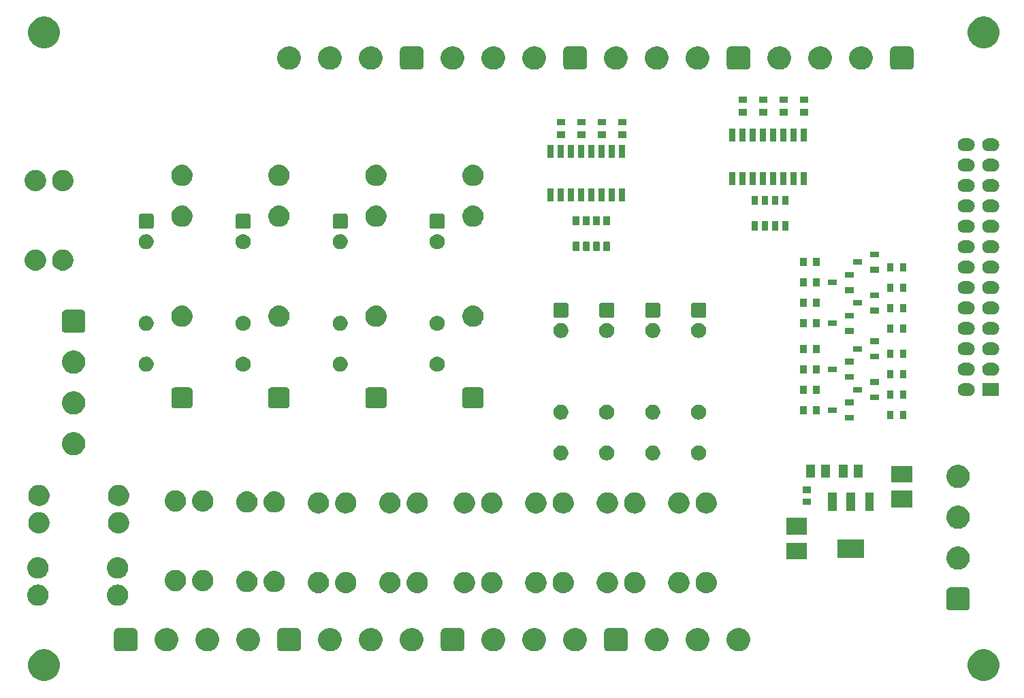
<source format=gts>
G04 #@! TF.GenerationSoftware,KiCad,Pcbnew,(6.0.0-rc1-dev-1670-gc0cd4c03f)*
G04 #@! TF.CreationDate,2019-02-03T16:26:57-05:00
G04 #@! TF.ProjectId,AC_ISO_Board,41435f49-534f-45f4-926f-6172642e6b69,rev?*
G04 #@! TF.SameCoordinates,Original*
G04 #@! TF.FileFunction,Soldermask,Top*
G04 #@! TF.FilePolarity,Negative*
%FSLAX46Y46*%
G04 Gerber Fmt 4.6, Leading zero omitted, Abs format (unit mm)*
G04 Created by KiCad (PCBNEW (6.0.0-rc1-dev-1670-gc0cd4c03f)) date 2019-02-03 16:26:57*
%MOMM*%
%LPD*%
G04 APERTURE LIST*
%ADD10C,0.100000*%
G04 APERTURE END LIST*
D10*
G36*
X196027420Y-133971932D02*
G01*
X196154190Y-133997148D01*
X196325688Y-134068185D01*
X196467606Y-134126969D01*
X196512435Y-134145538D01*
X196834846Y-134360966D01*
X197109034Y-134635154D01*
X197324462Y-134957565D01*
X197472852Y-135315810D01*
X197548500Y-135696120D01*
X197548500Y-136083880D01*
X197472852Y-136464190D01*
X197324462Y-136822435D01*
X197109034Y-137144846D01*
X196834846Y-137419034D01*
X196512435Y-137634462D01*
X196154190Y-137782852D01*
X196027420Y-137808068D01*
X195773882Y-137858500D01*
X195386118Y-137858500D01*
X195132580Y-137808068D01*
X195005810Y-137782852D01*
X194647565Y-137634462D01*
X194325154Y-137419034D01*
X194050966Y-137144846D01*
X193835538Y-136822435D01*
X193687148Y-136464190D01*
X193611500Y-136083880D01*
X193611500Y-135696120D01*
X193687148Y-135315810D01*
X193835538Y-134957565D01*
X194050966Y-134635154D01*
X194325154Y-134360966D01*
X194647565Y-134145538D01*
X194692395Y-134126969D01*
X194834312Y-134068185D01*
X195005810Y-133997148D01*
X195132580Y-133971932D01*
X195386118Y-133921500D01*
X195773882Y-133921500D01*
X196027420Y-133971932D01*
X196027420Y-133971932D01*
G37*
G36*
X79187420Y-133971932D02*
G01*
X79314190Y-133997148D01*
X79485688Y-134068185D01*
X79627606Y-134126969D01*
X79672435Y-134145538D01*
X79994846Y-134360966D01*
X80269034Y-134635154D01*
X80484462Y-134957565D01*
X80632852Y-135315810D01*
X80708500Y-135696120D01*
X80708500Y-136083880D01*
X80632852Y-136464190D01*
X80484462Y-136822435D01*
X80269034Y-137144846D01*
X79994846Y-137419034D01*
X79672435Y-137634462D01*
X79314190Y-137782852D01*
X79187420Y-137808068D01*
X78933882Y-137858500D01*
X78546118Y-137858500D01*
X78292580Y-137808068D01*
X78165810Y-137782852D01*
X77807565Y-137634462D01*
X77485154Y-137419034D01*
X77210966Y-137144846D01*
X76995538Y-136822435D01*
X76847148Y-136464190D01*
X76771500Y-136083880D01*
X76771500Y-135696120D01*
X76847148Y-135315810D01*
X76995538Y-134957565D01*
X77210966Y-134635154D01*
X77485154Y-134360966D01*
X77807565Y-134145538D01*
X77852395Y-134126969D01*
X77994312Y-134068185D01*
X78165810Y-133997148D01*
X78292580Y-133971932D01*
X78546118Y-133921500D01*
X78933882Y-133921500D01*
X79187420Y-133971932D01*
X79187420Y-133971932D01*
G37*
G36*
X99483241Y-131319760D02*
G01*
X99747305Y-131429139D01*
X99984958Y-131587934D01*
X100187066Y-131790042D01*
X100345861Y-132027695D01*
X100455240Y-132291759D01*
X100511000Y-132572088D01*
X100511000Y-132857912D01*
X100455240Y-133138241D01*
X100345861Y-133402305D01*
X100187066Y-133639958D01*
X99984958Y-133842066D01*
X99747305Y-134000861D01*
X99483241Y-134110240D01*
X99202912Y-134166000D01*
X98917088Y-134166000D01*
X98636759Y-134110240D01*
X98372695Y-134000861D01*
X98135042Y-133842066D01*
X97932934Y-133639958D01*
X97774139Y-133402305D01*
X97664760Y-133138241D01*
X97609000Y-132857912D01*
X97609000Y-132572088D01*
X97664760Y-132291759D01*
X97774139Y-132027695D01*
X97932934Y-131790042D01*
X98135042Y-131587934D01*
X98372695Y-131429139D01*
X98636759Y-131319760D01*
X98917088Y-131264000D01*
X99202912Y-131264000D01*
X99483241Y-131319760D01*
X99483241Y-131319760D01*
G37*
G36*
X135043241Y-131319760D02*
G01*
X135307305Y-131429139D01*
X135544958Y-131587934D01*
X135747066Y-131790042D01*
X135905861Y-132027695D01*
X136015240Y-132291759D01*
X136071000Y-132572088D01*
X136071000Y-132857912D01*
X136015240Y-133138241D01*
X135905861Y-133402305D01*
X135747066Y-133639958D01*
X135544958Y-133842066D01*
X135307305Y-134000861D01*
X135043241Y-134110240D01*
X134762912Y-134166000D01*
X134477088Y-134166000D01*
X134196759Y-134110240D01*
X133932695Y-134000861D01*
X133695042Y-133842066D01*
X133492934Y-133639958D01*
X133334139Y-133402305D01*
X133224760Y-133138241D01*
X133169000Y-132857912D01*
X133169000Y-132572088D01*
X133224760Y-132291759D01*
X133334139Y-132027695D01*
X133492934Y-131790042D01*
X133695042Y-131587934D01*
X133932695Y-131429139D01*
X134196759Y-131319760D01*
X134477088Y-131264000D01*
X134762912Y-131264000D01*
X135043241Y-131319760D01*
X135043241Y-131319760D01*
G37*
G36*
X104563241Y-131319760D02*
G01*
X104827305Y-131429139D01*
X105064958Y-131587934D01*
X105267066Y-131790042D01*
X105425861Y-132027695D01*
X105535240Y-132291759D01*
X105591000Y-132572088D01*
X105591000Y-132857912D01*
X105535240Y-133138241D01*
X105425861Y-133402305D01*
X105267066Y-133639958D01*
X105064958Y-133842066D01*
X104827305Y-134000861D01*
X104563241Y-134110240D01*
X104282912Y-134166000D01*
X103997088Y-134166000D01*
X103716759Y-134110240D01*
X103452695Y-134000861D01*
X103215042Y-133842066D01*
X103012934Y-133639958D01*
X102854139Y-133402305D01*
X102744760Y-133138241D01*
X102689000Y-132857912D01*
X102689000Y-132572088D01*
X102744760Y-132291759D01*
X102854139Y-132027695D01*
X103012934Y-131790042D01*
X103215042Y-131587934D01*
X103452695Y-131429139D01*
X103716759Y-131319760D01*
X103997088Y-131264000D01*
X104282912Y-131264000D01*
X104563241Y-131319760D01*
X104563241Y-131319760D01*
G37*
G36*
X150904079Y-131274304D02*
G01*
X150998780Y-131303031D01*
X151086048Y-131349677D01*
X151162544Y-131412456D01*
X151225323Y-131488952D01*
X151271969Y-131576220D01*
X151300696Y-131670921D01*
X151311000Y-131775540D01*
X151311000Y-133654460D01*
X151300696Y-133759079D01*
X151271969Y-133853780D01*
X151225323Y-133941048D01*
X151162544Y-134017544D01*
X151086048Y-134080323D01*
X150998780Y-134126969D01*
X150904079Y-134155696D01*
X150799460Y-134166000D01*
X148920540Y-134166000D01*
X148815921Y-134155696D01*
X148721220Y-134126969D01*
X148633952Y-134080323D01*
X148557456Y-134017544D01*
X148494677Y-133941048D01*
X148448031Y-133853780D01*
X148419304Y-133759079D01*
X148409000Y-133654460D01*
X148409000Y-131775540D01*
X148419304Y-131670921D01*
X148448031Y-131576220D01*
X148494677Y-131488952D01*
X148557456Y-131412456D01*
X148633952Y-131349677D01*
X148721220Y-131303031D01*
X148815921Y-131274304D01*
X148920540Y-131264000D01*
X150799460Y-131264000D01*
X150904079Y-131274304D01*
X150904079Y-131274304D01*
G37*
G36*
X155363241Y-131319760D02*
G01*
X155627305Y-131429139D01*
X155864958Y-131587934D01*
X156067066Y-131790042D01*
X156225861Y-132027695D01*
X156335240Y-132291759D01*
X156391000Y-132572088D01*
X156391000Y-132857912D01*
X156335240Y-133138241D01*
X156225861Y-133402305D01*
X156067066Y-133639958D01*
X155864958Y-133842066D01*
X155627305Y-134000861D01*
X155363241Y-134110240D01*
X155082912Y-134166000D01*
X154797088Y-134166000D01*
X154516759Y-134110240D01*
X154252695Y-134000861D01*
X154015042Y-133842066D01*
X153812934Y-133639958D01*
X153654139Y-133402305D01*
X153544760Y-133138241D01*
X153489000Y-132857912D01*
X153489000Y-132572088D01*
X153544760Y-132291759D01*
X153654139Y-132027695D01*
X153812934Y-131790042D01*
X154015042Y-131587934D01*
X154252695Y-131429139D01*
X154516759Y-131319760D01*
X154797088Y-131264000D01*
X155082912Y-131264000D01*
X155363241Y-131319760D01*
X155363241Y-131319760D01*
G37*
G36*
X160443241Y-131319760D02*
G01*
X160707305Y-131429139D01*
X160944958Y-131587934D01*
X161147066Y-131790042D01*
X161305861Y-132027695D01*
X161415240Y-132291759D01*
X161471000Y-132572088D01*
X161471000Y-132857912D01*
X161415240Y-133138241D01*
X161305861Y-133402305D01*
X161147066Y-133639958D01*
X160944958Y-133842066D01*
X160707305Y-134000861D01*
X160443241Y-134110240D01*
X160162912Y-134166000D01*
X159877088Y-134166000D01*
X159596759Y-134110240D01*
X159332695Y-134000861D01*
X159095042Y-133842066D01*
X158892934Y-133639958D01*
X158734139Y-133402305D01*
X158624760Y-133138241D01*
X158569000Y-132857912D01*
X158569000Y-132572088D01*
X158624760Y-132291759D01*
X158734139Y-132027695D01*
X158892934Y-131790042D01*
X159095042Y-131587934D01*
X159332695Y-131429139D01*
X159596759Y-131319760D01*
X159877088Y-131264000D01*
X160162912Y-131264000D01*
X160443241Y-131319760D01*
X160443241Y-131319760D01*
G37*
G36*
X165523241Y-131319760D02*
G01*
X165787305Y-131429139D01*
X166024958Y-131587934D01*
X166227066Y-131790042D01*
X166385861Y-132027695D01*
X166495240Y-132291759D01*
X166551000Y-132572088D01*
X166551000Y-132857912D01*
X166495240Y-133138241D01*
X166385861Y-133402305D01*
X166227066Y-133639958D01*
X166024958Y-133842066D01*
X165787305Y-134000861D01*
X165523241Y-134110240D01*
X165242912Y-134166000D01*
X164957088Y-134166000D01*
X164676759Y-134110240D01*
X164412695Y-134000861D01*
X164175042Y-133842066D01*
X163972934Y-133639958D01*
X163814139Y-133402305D01*
X163704760Y-133138241D01*
X163649000Y-132857912D01*
X163649000Y-132572088D01*
X163704760Y-132291759D01*
X163814139Y-132027695D01*
X163972934Y-131790042D01*
X164175042Y-131587934D01*
X164412695Y-131429139D01*
X164676759Y-131319760D01*
X164957088Y-131264000D01*
X165242912Y-131264000D01*
X165523241Y-131319760D01*
X165523241Y-131319760D01*
G37*
G36*
X130584079Y-131274304D02*
G01*
X130678780Y-131303031D01*
X130766048Y-131349677D01*
X130842544Y-131412456D01*
X130905323Y-131488952D01*
X130951969Y-131576220D01*
X130980696Y-131670921D01*
X130991000Y-131775540D01*
X130991000Y-133654460D01*
X130980696Y-133759079D01*
X130951969Y-133853780D01*
X130905323Y-133941048D01*
X130842544Y-134017544D01*
X130766048Y-134080323D01*
X130678780Y-134126969D01*
X130584079Y-134155696D01*
X130479460Y-134166000D01*
X128600540Y-134166000D01*
X128495921Y-134155696D01*
X128401220Y-134126969D01*
X128313952Y-134080323D01*
X128237456Y-134017544D01*
X128174677Y-133941048D01*
X128128031Y-133853780D01*
X128099304Y-133759079D01*
X128089000Y-133654460D01*
X128089000Y-131775540D01*
X128099304Y-131670921D01*
X128128031Y-131576220D01*
X128174677Y-131488952D01*
X128237456Y-131412456D01*
X128313952Y-131349677D01*
X128401220Y-131303031D01*
X128495921Y-131274304D01*
X128600540Y-131264000D01*
X130479460Y-131264000D01*
X130584079Y-131274304D01*
X130584079Y-131274304D01*
G37*
G36*
X140123241Y-131319760D02*
G01*
X140387305Y-131429139D01*
X140624958Y-131587934D01*
X140827066Y-131790042D01*
X140985861Y-132027695D01*
X141095240Y-132291759D01*
X141151000Y-132572088D01*
X141151000Y-132857912D01*
X141095240Y-133138241D01*
X140985861Y-133402305D01*
X140827066Y-133639958D01*
X140624958Y-133842066D01*
X140387305Y-134000861D01*
X140123241Y-134110240D01*
X139842912Y-134166000D01*
X139557088Y-134166000D01*
X139276759Y-134110240D01*
X139012695Y-134000861D01*
X138775042Y-133842066D01*
X138572934Y-133639958D01*
X138414139Y-133402305D01*
X138304760Y-133138241D01*
X138249000Y-132857912D01*
X138249000Y-132572088D01*
X138304760Y-132291759D01*
X138414139Y-132027695D01*
X138572934Y-131790042D01*
X138775042Y-131587934D01*
X139012695Y-131429139D01*
X139276759Y-131319760D01*
X139557088Y-131264000D01*
X139842912Y-131264000D01*
X140123241Y-131319760D01*
X140123241Y-131319760D01*
G37*
G36*
X145203241Y-131319760D02*
G01*
X145467305Y-131429139D01*
X145704958Y-131587934D01*
X145907066Y-131790042D01*
X146065861Y-132027695D01*
X146175240Y-132291759D01*
X146231000Y-132572088D01*
X146231000Y-132857912D01*
X146175240Y-133138241D01*
X146065861Y-133402305D01*
X145907066Y-133639958D01*
X145704958Y-133842066D01*
X145467305Y-134000861D01*
X145203241Y-134110240D01*
X144922912Y-134166000D01*
X144637088Y-134166000D01*
X144356759Y-134110240D01*
X144092695Y-134000861D01*
X143855042Y-133842066D01*
X143652934Y-133639958D01*
X143494139Y-133402305D01*
X143384760Y-133138241D01*
X143329000Y-132857912D01*
X143329000Y-132572088D01*
X143384760Y-132291759D01*
X143494139Y-132027695D01*
X143652934Y-131790042D01*
X143855042Y-131587934D01*
X144092695Y-131429139D01*
X144356759Y-131319760D01*
X144637088Y-131264000D01*
X144922912Y-131264000D01*
X145203241Y-131319760D01*
X145203241Y-131319760D01*
G37*
G36*
X124883241Y-131319760D02*
G01*
X125147305Y-131429139D01*
X125384958Y-131587934D01*
X125587066Y-131790042D01*
X125745861Y-132027695D01*
X125855240Y-132291759D01*
X125911000Y-132572088D01*
X125911000Y-132857912D01*
X125855240Y-133138241D01*
X125745861Y-133402305D01*
X125587066Y-133639958D01*
X125384958Y-133842066D01*
X125147305Y-134000861D01*
X124883241Y-134110240D01*
X124602912Y-134166000D01*
X124317088Y-134166000D01*
X124036759Y-134110240D01*
X123772695Y-134000861D01*
X123535042Y-133842066D01*
X123332934Y-133639958D01*
X123174139Y-133402305D01*
X123064760Y-133138241D01*
X123009000Y-132857912D01*
X123009000Y-132572088D01*
X123064760Y-132291759D01*
X123174139Y-132027695D01*
X123332934Y-131790042D01*
X123535042Y-131587934D01*
X123772695Y-131429139D01*
X124036759Y-131319760D01*
X124317088Y-131264000D01*
X124602912Y-131264000D01*
X124883241Y-131319760D01*
X124883241Y-131319760D01*
G37*
G36*
X119803241Y-131319760D02*
G01*
X120067305Y-131429139D01*
X120304958Y-131587934D01*
X120507066Y-131790042D01*
X120665861Y-132027695D01*
X120775240Y-132291759D01*
X120831000Y-132572088D01*
X120831000Y-132857912D01*
X120775240Y-133138241D01*
X120665861Y-133402305D01*
X120507066Y-133639958D01*
X120304958Y-133842066D01*
X120067305Y-134000861D01*
X119803241Y-134110240D01*
X119522912Y-134166000D01*
X119237088Y-134166000D01*
X118956759Y-134110240D01*
X118692695Y-134000861D01*
X118455042Y-133842066D01*
X118252934Y-133639958D01*
X118094139Y-133402305D01*
X117984760Y-133138241D01*
X117929000Y-132857912D01*
X117929000Y-132572088D01*
X117984760Y-132291759D01*
X118094139Y-132027695D01*
X118252934Y-131790042D01*
X118455042Y-131587934D01*
X118692695Y-131429139D01*
X118956759Y-131319760D01*
X119237088Y-131264000D01*
X119522912Y-131264000D01*
X119803241Y-131319760D01*
X119803241Y-131319760D01*
G37*
G36*
X114723241Y-131319760D02*
G01*
X114987305Y-131429139D01*
X115224958Y-131587934D01*
X115427066Y-131790042D01*
X115585861Y-132027695D01*
X115695240Y-132291759D01*
X115751000Y-132572088D01*
X115751000Y-132857912D01*
X115695240Y-133138241D01*
X115585861Y-133402305D01*
X115427066Y-133639958D01*
X115224958Y-133842066D01*
X114987305Y-134000861D01*
X114723241Y-134110240D01*
X114442912Y-134166000D01*
X114157088Y-134166000D01*
X113876759Y-134110240D01*
X113612695Y-134000861D01*
X113375042Y-133842066D01*
X113172934Y-133639958D01*
X113014139Y-133402305D01*
X112904760Y-133138241D01*
X112849000Y-132857912D01*
X112849000Y-132572088D01*
X112904760Y-132291759D01*
X113014139Y-132027695D01*
X113172934Y-131790042D01*
X113375042Y-131587934D01*
X113612695Y-131429139D01*
X113876759Y-131319760D01*
X114157088Y-131264000D01*
X114442912Y-131264000D01*
X114723241Y-131319760D01*
X114723241Y-131319760D01*
G37*
G36*
X110264079Y-131274304D02*
G01*
X110358780Y-131303031D01*
X110446048Y-131349677D01*
X110522544Y-131412456D01*
X110585323Y-131488952D01*
X110631969Y-131576220D01*
X110660696Y-131670921D01*
X110671000Y-131775540D01*
X110671000Y-133654460D01*
X110660696Y-133759079D01*
X110631969Y-133853780D01*
X110585323Y-133941048D01*
X110522544Y-134017544D01*
X110446048Y-134080323D01*
X110358780Y-134126969D01*
X110264079Y-134155696D01*
X110159460Y-134166000D01*
X108280540Y-134166000D01*
X108175921Y-134155696D01*
X108081220Y-134126969D01*
X107993952Y-134080323D01*
X107917456Y-134017544D01*
X107854677Y-133941048D01*
X107808031Y-133853780D01*
X107779304Y-133759079D01*
X107769000Y-133654460D01*
X107769000Y-131775540D01*
X107779304Y-131670921D01*
X107808031Y-131576220D01*
X107854677Y-131488952D01*
X107917456Y-131412456D01*
X107993952Y-131349677D01*
X108081220Y-131303031D01*
X108175921Y-131274304D01*
X108280540Y-131264000D01*
X110159460Y-131264000D01*
X110264079Y-131274304D01*
X110264079Y-131274304D01*
G37*
G36*
X89944079Y-131274304D02*
G01*
X90038780Y-131303031D01*
X90126048Y-131349677D01*
X90202544Y-131412456D01*
X90265323Y-131488952D01*
X90311969Y-131576220D01*
X90340696Y-131670921D01*
X90351000Y-131775540D01*
X90351000Y-133654460D01*
X90340696Y-133759079D01*
X90311969Y-133853780D01*
X90265323Y-133941048D01*
X90202544Y-134017544D01*
X90126048Y-134080323D01*
X90038780Y-134126969D01*
X89944079Y-134155696D01*
X89839460Y-134166000D01*
X87960540Y-134166000D01*
X87855921Y-134155696D01*
X87761220Y-134126969D01*
X87673952Y-134080323D01*
X87597456Y-134017544D01*
X87534677Y-133941048D01*
X87488031Y-133853780D01*
X87459304Y-133759079D01*
X87449000Y-133654460D01*
X87449000Y-131775540D01*
X87459304Y-131670921D01*
X87488031Y-131576220D01*
X87534677Y-131488952D01*
X87597456Y-131412456D01*
X87673952Y-131349677D01*
X87761220Y-131303031D01*
X87855921Y-131274304D01*
X87960540Y-131264000D01*
X89839460Y-131264000D01*
X89944079Y-131274304D01*
X89944079Y-131274304D01*
G37*
G36*
X94403241Y-131319760D02*
G01*
X94667305Y-131429139D01*
X94904958Y-131587934D01*
X95107066Y-131790042D01*
X95265861Y-132027695D01*
X95375240Y-132291759D01*
X95431000Y-132572088D01*
X95431000Y-132857912D01*
X95375240Y-133138241D01*
X95265861Y-133402305D01*
X95107066Y-133639958D01*
X94904958Y-133842066D01*
X94667305Y-134000861D01*
X94403241Y-134110240D01*
X94122912Y-134166000D01*
X93837088Y-134166000D01*
X93556759Y-134110240D01*
X93292695Y-134000861D01*
X93055042Y-133842066D01*
X92852934Y-133639958D01*
X92694139Y-133402305D01*
X92584760Y-133138241D01*
X92529000Y-132857912D01*
X92529000Y-132572088D01*
X92584760Y-132291759D01*
X92694139Y-132027695D01*
X92852934Y-131790042D01*
X93055042Y-131587934D01*
X93292695Y-131429139D01*
X93556759Y-131319760D01*
X93837088Y-131264000D01*
X94122912Y-131264000D01*
X94403241Y-131319760D01*
X94403241Y-131319760D01*
G37*
G36*
X193449079Y-126194304D02*
G01*
X193543780Y-126223031D01*
X193631048Y-126269677D01*
X193707544Y-126332456D01*
X193770323Y-126408952D01*
X193816969Y-126496220D01*
X193845696Y-126590921D01*
X193856000Y-126695540D01*
X193856000Y-128574460D01*
X193845696Y-128679079D01*
X193816969Y-128773780D01*
X193770323Y-128861048D01*
X193707544Y-128937544D01*
X193631048Y-129000323D01*
X193543780Y-129046969D01*
X193449079Y-129075696D01*
X193344460Y-129086000D01*
X191465540Y-129086000D01*
X191360921Y-129075696D01*
X191266220Y-129046969D01*
X191178952Y-129000323D01*
X191102456Y-128937544D01*
X191039677Y-128861048D01*
X190993031Y-128773780D01*
X190964304Y-128679079D01*
X190954000Y-128574460D01*
X190954000Y-126695540D01*
X190964304Y-126590921D01*
X190993031Y-126496220D01*
X191039677Y-126408952D01*
X191102456Y-126332456D01*
X191178952Y-126269677D01*
X191266220Y-126223031D01*
X191360921Y-126194304D01*
X191465540Y-126184000D01*
X193344460Y-126184000D01*
X193449079Y-126194304D01*
X193449079Y-126194304D01*
G37*
G36*
X88141715Y-125882183D02*
G01*
X88269322Y-125907565D01*
X88410148Y-125965897D01*
X88509727Y-126007144D01*
X88509728Y-126007145D01*
X88726089Y-126151712D01*
X88910088Y-126335711D01*
X89006685Y-126480279D01*
X89054656Y-126552073D01*
X89070747Y-126590921D01*
X89154235Y-126792478D01*
X89205000Y-127047693D01*
X89205000Y-127307907D01*
X89154235Y-127563122D01*
X89095903Y-127703948D01*
X89054656Y-127803527D01*
X89054655Y-127803528D01*
X88910088Y-128019889D01*
X88726089Y-128203888D01*
X88581521Y-128300485D01*
X88509727Y-128348456D01*
X88410148Y-128389703D01*
X88269322Y-128448035D01*
X88141715Y-128473417D01*
X88014109Y-128498800D01*
X87753891Y-128498800D01*
X87626285Y-128473417D01*
X87498678Y-128448035D01*
X87357852Y-128389703D01*
X87258273Y-128348456D01*
X87186479Y-128300485D01*
X87041911Y-128203888D01*
X86857912Y-128019889D01*
X86713345Y-127803528D01*
X86713344Y-127803527D01*
X86672097Y-127703948D01*
X86613765Y-127563122D01*
X86563000Y-127307907D01*
X86563000Y-127047693D01*
X86613765Y-126792478D01*
X86697253Y-126590921D01*
X86713344Y-126552073D01*
X86761315Y-126480279D01*
X86857912Y-126335711D01*
X87041911Y-126151712D01*
X87258272Y-126007145D01*
X87258273Y-126007144D01*
X87357852Y-125965897D01*
X87498678Y-125907565D01*
X87626285Y-125882183D01*
X87753891Y-125856800D01*
X88014109Y-125856800D01*
X88141715Y-125882183D01*
X88141715Y-125882183D01*
G37*
G36*
X78235715Y-125882183D02*
G01*
X78363322Y-125907565D01*
X78504148Y-125965897D01*
X78603727Y-126007144D01*
X78603728Y-126007145D01*
X78820089Y-126151712D01*
X79004088Y-126335711D01*
X79100685Y-126480279D01*
X79148656Y-126552073D01*
X79164747Y-126590921D01*
X79248235Y-126792478D01*
X79299000Y-127047693D01*
X79299000Y-127307907D01*
X79248235Y-127563122D01*
X79189903Y-127703948D01*
X79148656Y-127803527D01*
X79148655Y-127803528D01*
X79004088Y-128019889D01*
X78820089Y-128203888D01*
X78675521Y-128300485D01*
X78603727Y-128348456D01*
X78504148Y-128389703D01*
X78363322Y-128448035D01*
X78235715Y-128473417D01*
X78108109Y-128498800D01*
X77847891Y-128498800D01*
X77720285Y-128473417D01*
X77592678Y-128448035D01*
X77451852Y-128389703D01*
X77352273Y-128348456D01*
X77280479Y-128300485D01*
X77135911Y-128203888D01*
X76951912Y-128019889D01*
X76807345Y-127803528D01*
X76807344Y-127803527D01*
X76766097Y-127703948D01*
X76707765Y-127563122D01*
X76657000Y-127307907D01*
X76657000Y-127047693D01*
X76707765Y-126792478D01*
X76791253Y-126590921D01*
X76807344Y-126552073D01*
X76855315Y-126480279D01*
X76951912Y-126335711D01*
X77135911Y-126151712D01*
X77352272Y-126007145D01*
X77352273Y-126007144D01*
X77451852Y-125965897D01*
X77592678Y-125907565D01*
X77720285Y-125882183D01*
X77847891Y-125856800D01*
X78108109Y-125856800D01*
X78235715Y-125882183D01*
X78235715Y-125882183D01*
G37*
G36*
X161334266Y-124305344D02*
G01*
X161472122Y-124332765D01*
X161612948Y-124391097D01*
X161712527Y-124432344D01*
X161712528Y-124432345D01*
X161928889Y-124576912D01*
X162112888Y-124760911D01*
X162172597Y-124850272D01*
X162257456Y-124977273D01*
X162285275Y-125044435D01*
X162357035Y-125217678D01*
X162382418Y-125345286D01*
X162407800Y-125472891D01*
X162407800Y-125733109D01*
X162383196Y-125856800D01*
X162357035Y-125988322D01*
X162310061Y-126101727D01*
X162257456Y-126228727D01*
X162257455Y-126228728D01*
X162112888Y-126445089D01*
X161928889Y-126629088D01*
X161829436Y-126695540D01*
X161712527Y-126773656D01*
X161667086Y-126792478D01*
X161472122Y-126873235D01*
X161344515Y-126898617D01*
X161216909Y-126924000D01*
X160956691Y-126924000D01*
X160829085Y-126898617D01*
X160701478Y-126873235D01*
X160506514Y-126792478D01*
X160461073Y-126773656D01*
X160344164Y-126695540D01*
X160244711Y-126629088D01*
X160060712Y-126445089D01*
X159916145Y-126228728D01*
X159916144Y-126228727D01*
X159863539Y-126101727D01*
X159816565Y-125988322D01*
X159790404Y-125856800D01*
X159765800Y-125733109D01*
X159765800Y-125472891D01*
X159791182Y-125345286D01*
X159816565Y-125217678D01*
X159888325Y-125044435D01*
X159916144Y-124977273D01*
X160001003Y-124850272D01*
X160060712Y-124760911D01*
X160244711Y-124576912D01*
X160461072Y-124432345D01*
X160461073Y-124432344D01*
X160560652Y-124391097D01*
X160701478Y-124332765D01*
X160839334Y-124305344D01*
X160956691Y-124282000D01*
X161216909Y-124282000D01*
X161334266Y-124305344D01*
X161334266Y-124305344D01*
G37*
G36*
X152444266Y-124305344D02*
G01*
X152582122Y-124332765D01*
X152722948Y-124391097D01*
X152822527Y-124432344D01*
X152822528Y-124432345D01*
X153038889Y-124576912D01*
X153222888Y-124760911D01*
X153282597Y-124850272D01*
X153367456Y-124977273D01*
X153395275Y-125044435D01*
X153467035Y-125217678D01*
X153492418Y-125345286D01*
X153517800Y-125472891D01*
X153517800Y-125733109D01*
X153493196Y-125856800D01*
X153467035Y-125988322D01*
X153420061Y-126101727D01*
X153367456Y-126228727D01*
X153367455Y-126228728D01*
X153222888Y-126445089D01*
X153038889Y-126629088D01*
X152939436Y-126695540D01*
X152822527Y-126773656D01*
X152777086Y-126792478D01*
X152582122Y-126873235D01*
X152454515Y-126898617D01*
X152326909Y-126924000D01*
X152066691Y-126924000D01*
X151939085Y-126898617D01*
X151811478Y-126873235D01*
X151616514Y-126792478D01*
X151571073Y-126773656D01*
X151454164Y-126695540D01*
X151354711Y-126629088D01*
X151170712Y-126445089D01*
X151026145Y-126228728D01*
X151026144Y-126228727D01*
X150973539Y-126101727D01*
X150926565Y-125988322D01*
X150900404Y-125856800D01*
X150875800Y-125733109D01*
X150875800Y-125472891D01*
X150901182Y-125345286D01*
X150926565Y-125217678D01*
X150998325Y-125044435D01*
X151026144Y-124977273D01*
X151111003Y-124850272D01*
X151170712Y-124760911D01*
X151354711Y-124576912D01*
X151571072Y-124432345D01*
X151571073Y-124432344D01*
X151670652Y-124391097D01*
X151811478Y-124332765D01*
X151949334Y-124305344D01*
X152066691Y-124282000D01*
X152326909Y-124282000D01*
X152444266Y-124305344D01*
X152444266Y-124305344D01*
G37*
G36*
X157930666Y-124305344D02*
G01*
X158068522Y-124332765D01*
X158209348Y-124391097D01*
X158308927Y-124432344D01*
X158308928Y-124432345D01*
X158525289Y-124576912D01*
X158709288Y-124760911D01*
X158768997Y-124850272D01*
X158853856Y-124977273D01*
X158881675Y-125044435D01*
X158953435Y-125217678D01*
X158978818Y-125345286D01*
X159004200Y-125472891D01*
X159004200Y-125733109D01*
X158979596Y-125856800D01*
X158953435Y-125988322D01*
X158906461Y-126101727D01*
X158853856Y-126228727D01*
X158853855Y-126228728D01*
X158709288Y-126445089D01*
X158525289Y-126629088D01*
X158425836Y-126695540D01*
X158308927Y-126773656D01*
X158263486Y-126792478D01*
X158068522Y-126873235D01*
X157940915Y-126898617D01*
X157813309Y-126924000D01*
X157553091Y-126924000D01*
X157425485Y-126898617D01*
X157297878Y-126873235D01*
X157102914Y-126792478D01*
X157057473Y-126773656D01*
X156940564Y-126695540D01*
X156841111Y-126629088D01*
X156657112Y-126445089D01*
X156512545Y-126228728D01*
X156512544Y-126228727D01*
X156459939Y-126101727D01*
X156412965Y-125988322D01*
X156386804Y-125856800D01*
X156362200Y-125733109D01*
X156362200Y-125472891D01*
X156387582Y-125345286D01*
X156412965Y-125217678D01*
X156484725Y-125044435D01*
X156512544Y-124977273D01*
X156597403Y-124850272D01*
X156657112Y-124760911D01*
X156841111Y-124576912D01*
X157057472Y-124432345D01*
X157057473Y-124432344D01*
X157157052Y-124391097D01*
X157297878Y-124332765D01*
X157435734Y-124305344D01*
X157553091Y-124282000D01*
X157813309Y-124282000D01*
X157930666Y-124305344D01*
X157930666Y-124305344D01*
G37*
G36*
X149040666Y-124305344D02*
G01*
X149178522Y-124332765D01*
X149319348Y-124391097D01*
X149418927Y-124432344D01*
X149418928Y-124432345D01*
X149635289Y-124576912D01*
X149819288Y-124760911D01*
X149878997Y-124850272D01*
X149963856Y-124977273D01*
X149991675Y-125044435D01*
X150063435Y-125217678D01*
X150088818Y-125345286D01*
X150114200Y-125472891D01*
X150114200Y-125733109D01*
X150089596Y-125856800D01*
X150063435Y-125988322D01*
X150016461Y-126101727D01*
X149963856Y-126228727D01*
X149963855Y-126228728D01*
X149819288Y-126445089D01*
X149635289Y-126629088D01*
X149535836Y-126695540D01*
X149418927Y-126773656D01*
X149373486Y-126792478D01*
X149178522Y-126873235D01*
X149050915Y-126898617D01*
X148923309Y-126924000D01*
X148663091Y-126924000D01*
X148535485Y-126898617D01*
X148407878Y-126873235D01*
X148212914Y-126792478D01*
X148167473Y-126773656D01*
X148050564Y-126695540D01*
X147951111Y-126629088D01*
X147767112Y-126445089D01*
X147622545Y-126228728D01*
X147622544Y-126228727D01*
X147569939Y-126101727D01*
X147522965Y-125988322D01*
X147496804Y-125856800D01*
X147472200Y-125733109D01*
X147472200Y-125472891D01*
X147497582Y-125345286D01*
X147522965Y-125217678D01*
X147594725Y-125044435D01*
X147622544Y-124977273D01*
X147707403Y-124850272D01*
X147767112Y-124760911D01*
X147951111Y-124576912D01*
X148167472Y-124432345D01*
X148167473Y-124432344D01*
X148267052Y-124391097D01*
X148407878Y-124332765D01*
X148545734Y-124305344D01*
X148663091Y-124282000D01*
X148923309Y-124282000D01*
X149040666Y-124305344D01*
X149040666Y-124305344D01*
G37*
G36*
X143554266Y-124305344D02*
G01*
X143692122Y-124332765D01*
X143832948Y-124391097D01*
X143932527Y-124432344D01*
X143932528Y-124432345D01*
X144148889Y-124576912D01*
X144332888Y-124760911D01*
X144392597Y-124850272D01*
X144477456Y-124977273D01*
X144505275Y-125044435D01*
X144577035Y-125217678D01*
X144602418Y-125345286D01*
X144627800Y-125472891D01*
X144627800Y-125733109D01*
X144603196Y-125856800D01*
X144577035Y-125988322D01*
X144530061Y-126101727D01*
X144477456Y-126228727D01*
X144477455Y-126228728D01*
X144332888Y-126445089D01*
X144148889Y-126629088D01*
X144049436Y-126695540D01*
X143932527Y-126773656D01*
X143887086Y-126792478D01*
X143692122Y-126873235D01*
X143564515Y-126898617D01*
X143436909Y-126924000D01*
X143176691Y-126924000D01*
X143049085Y-126898617D01*
X142921478Y-126873235D01*
X142726514Y-126792478D01*
X142681073Y-126773656D01*
X142564164Y-126695540D01*
X142464711Y-126629088D01*
X142280712Y-126445089D01*
X142136145Y-126228728D01*
X142136144Y-126228727D01*
X142083539Y-126101727D01*
X142036565Y-125988322D01*
X142010404Y-125856800D01*
X141985800Y-125733109D01*
X141985800Y-125472891D01*
X142011182Y-125345286D01*
X142036565Y-125217678D01*
X142108325Y-125044435D01*
X142136144Y-124977273D01*
X142221003Y-124850272D01*
X142280712Y-124760911D01*
X142464711Y-124576912D01*
X142681072Y-124432345D01*
X142681073Y-124432344D01*
X142780652Y-124391097D01*
X142921478Y-124332765D01*
X143059334Y-124305344D01*
X143176691Y-124282000D01*
X143436909Y-124282000D01*
X143554266Y-124305344D01*
X143554266Y-124305344D01*
G37*
G36*
X140150666Y-124305344D02*
G01*
X140288522Y-124332765D01*
X140429348Y-124391097D01*
X140528927Y-124432344D01*
X140528928Y-124432345D01*
X140745289Y-124576912D01*
X140929288Y-124760911D01*
X140988997Y-124850272D01*
X141073856Y-124977273D01*
X141101675Y-125044435D01*
X141173435Y-125217678D01*
X141198818Y-125345286D01*
X141224200Y-125472891D01*
X141224200Y-125733109D01*
X141199596Y-125856800D01*
X141173435Y-125988322D01*
X141126461Y-126101727D01*
X141073856Y-126228727D01*
X141073855Y-126228728D01*
X140929288Y-126445089D01*
X140745289Y-126629088D01*
X140645836Y-126695540D01*
X140528927Y-126773656D01*
X140483486Y-126792478D01*
X140288522Y-126873235D01*
X140160915Y-126898617D01*
X140033309Y-126924000D01*
X139773091Y-126924000D01*
X139645485Y-126898617D01*
X139517878Y-126873235D01*
X139322914Y-126792478D01*
X139277473Y-126773656D01*
X139160564Y-126695540D01*
X139061111Y-126629088D01*
X138877112Y-126445089D01*
X138732545Y-126228728D01*
X138732544Y-126228727D01*
X138679939Y-126101727D01*
X138632965Y-125988322D01*
X138606804Y-125856800D01*
X138582200Y-125733109D01*
X138582200Y-125472891D01*
X138607582Y-125345286D01*
X138632965Y-125217678D01*
X138704725Y-125044435D01*
X138732544Y-124977273D01*
X138817403Y-124850272D01*
X138877112Y-124760911D01*
X139061111Y-124576912D01*
X139277472Y-124432345D01*
X139277473Y-124432344D01*
X139377052Y-124391097D01*
X139517878Y-124332765D01*
X139655734Y-124305344D01*
X139773091Y-124282000D01*
X140033309Y-124282000D01*
X140150666Y-124305344D01*
X140150666Y-124305344D01*
G37*
G36*
X131260666Y-124305344D02*
G01*
X131398522Y-124332765D01*
X131539348Y-124391097D01*
X131638927Y-124432344D01*
X131638928Y-124432345D01*
X131855289Y-124576912D01*
X132039288Y-124760911D01*
X132098997Y-124850272D01*
X132183856Y-124977273D01*
X132211675Y-125044435D01*
X132283435Y-125217678D01*
X132308818Y-125345286D01*
X132334200Y-125472891D01*
X132334200Y-125733109D01*
X132309596Y-125856800D01*
X132283435Y-125988322D01*
X132236461Y-126101727D01*
X132183856Y-126228727D01*
X132183855Y-126228728D01*
X132039288Y-126445089D01*
X131855289Y-126629088D01*
X131755836Y-126695540D01*
X131638927Y-126773656D01*
X131593486Y-126792478D01*
X131398522Y-126873235D01*
X131270915Y-126898617D01*
X131143309Y-126924000D01*
X130883091Y-126924000D01*
X130755485Y-126898617D01*
X130627878Y-126873235D01*
X130432914Y-126792478D01*
X130387473Y-126773656D01*
X130270564Y-126695540D01*
X130171111Y-126629088D01*
X129987112Y-126445089D01*
X129842545Y-126228728D01*
X129842544Y-126228727D01*
X129789939Y-126101727D01*
X129742965Y-125988322D01*
X129716804Y-125856800D01*
X129692200Y-125733109D01*
X129692200Y-125472891D01*
X129717582Y-125345286D01*
X129742965Y-125217678D01*
X129814725Y-125044435D01*
X129842544Y-124977273D01*
X129927403Y-124850272D01*
X129987112Y-124760911D01*
X130171111Y-124576912D01*
X130387472Y-124432345D01*
X130387473Y-124432344D01*
X130487052Y-124391097D01*
X130627878Y-124332765D01*
X130765734Y-124305344D01*
X130883091Y-124282000D01*
X131143309Y-124282000D01*
X131260666Y-124305344D01*
X131260666Y-124305344D01*
G37*
G36*
X134664266Y-124305344D02*
G01*
X134802122Y-124332765D01*
X134942948Y-124391097D01*
X135042527Y-124432344D01*
X135042528Y-124432345D01*
X135258889Y-124576912D01*
X135442888Y-124760911D01*
X135502597Y-124850272D01*
X135587456Y-124977273D01*
X135615275Y-125044435D01*
X135687035Y-125217678D01*
X135712418Y-125345286D01*
X135737800Y-125472891D01*
X135737800Y-125733109D01*
X135713196Y-125856800D01*
X135687035Y-125988322D01*
X135640061Y-126101727D01*
X135587456Y-126228727D01*
X135587455Y-126228728D01*
X135442888Y-126445089D01*
X135258889Y-126629088D01*
X135159436Y-126695540D01*
X135042527Y-126773656D01*
X134997086Y-126792478D01*
X134802122Y-126873235D01*
X134674515Y-126898617D01*
X134546909Y-126924000D01*
X134286691Y-126924000D01*
X134159085Y-126898617D01*
X134031478Y-126873235D01*
X133836514Y-126792478D01*
X133791073Y-126773656D01*
X133674164Y-126695540D01*
X133574711Y-126629088D01*
X133390712Y-126445089D01*
X133246145Y-126228728D01*
X133246144Y-126228727D01*
X133193539Y-126101727D01*
X133146565Y-125988322D01*
X133120404Y-125856800D01*
X133095800Y-125733109D01*
X133095800Y-125472891D01*
X133121182Y-125345286D01*
X133146565Y-125217678D01*
X133218325Y-125044435D01*
X133246144Y-124977273D01*
X133331003Y-124850272D01*
X133390712Y-124760911D01*
X133574711Y-124576912D01*
X133791072Y-124432345D01*
X133791073Y-124432344D01*
X133890652Y-124391097D01*
X134031478Y-124332765D01*
X134169334Y-124305344D01*
X134286691Y-124282000D01*
X134546909Y-124282000D01*
X134664266Y-124305344D01*
X134664266Y-124305344D01*
G37*
G36*
X125393266Y-124305344D02*
G01*
X125531122Y-124332765D01*
X125671948Y-124391097D01*
X125771527Y-124432344D01*
X125771528Y-124432345D01*
X125987889Y-124576912D01*
X126171888Y-124760911D01*
X126231597Y-124850272D01*
X126316456Y-124977273D01*
X126344275Y-125044435D01*
X126416035Y-125217678D01*
X126441418Y-125345286D01*
X126466800Y-125472891D01*
X126466800Y-125733109D01*
X126442196Y-125856800D01*
X126416035Y-125988322D01*
X126369061Y-126101727D01*
X126316456Y-126228727D01*
X126316455Y-126228728D01*
X126171888Y-126445089D01*
X125987889Y-126629088D01*
X125888436Y-126695540D01*
X125771527Y-126773656D01*
X125726086Y-126792478D01*
X125531122Y-126873235D01*
X125403515Y-126898617D01*
X125275909Y-126924000D01*
X125015691Y-126924000D01*
X124888085Y-126898617D01*
X124760478Y-126873235D01*
X124565514Y-126792478D01*
X124520073Y-126773656D01*
X124403164Y-126695540D01*
X124303711Y-126629088D01*
X124119712Y-126445089D01*
X123975145Y-126228728D01*
X123975144Y-126228727D01*
X123922539Y-126101727D01*
X123875565Y-125988322D01*
X123849404Y-125856800D01*
X123824800Y-125733109D01*
X123824800Y-125472891D01*
X123850182Y-125345286D01*
X123875565Y-125217678D01*
X123947325Y-125044435D01*
X123975144Y-124977273D01*
X124060003Y-124850272D01*
X124119712Y-124760911D01*
X124303711Y-124576912D01*
X124520072Y-124432345D01*
X124520073Y-124432344D01*
X124619652Y-124391097D01*
X124760478Y-124332765D01*
X124898334Y-124305344D01*
X125015691Y-124282000D01*
X125275909Y-124282000D01*
X125393266Y-124305344D01*
X125393266Y-124305344D01*
G37*
G36*
X121989666Y-124305344D02*
G01*
X122127522Y-124332765D01*
X122268348Y-124391097D01*
X122367927Y-124432344D01*
X122367928Y-124432345D01*
X122584289Y-124576912D01*
X122768288Y-124760911D01*
X122827997Y-124850272D01*
X122912856Y-124977273D01*
X122940675Y-125044435D01*
X123012435Y-125217678D01*
X123037818Y-125345286D01*
X123063200Y-125472891D01*
X123063200Y-125733109D01*
X123038596Y-125856800D01*
X123012435Y-125988322D01*
X122965461Y-126101727D01*
X122912856Y-126228727D01*
X122912855Y-126228728D01*
X122768288Y-126445089D01*
X122584289Y-126629088D01*
X122484836Y-126695540D01*
X122367927Y-126773656D01*
X122322486Y-126792478D01*
X122127522Y-126873235D01*
X121999915Y-126898617D01*
X121872309Y-126924000D01*
X121612091Y-126924000D01*
X121484485Y-126898617D01*
X121356878Y-126873235D01*
X121161914Y-126792478D01*
X121116473Y-126773656D01*
X120999564Y-126695540D01*
X120900111Y-126629088D01*
X120716112Y-126445089D01*
X120571545Y-126228728D01*
X120571544Y-126228727D01*
X120518939Y-126101727D01*
X120471965Y-125988322D01*
X120445804Y-125856800D01*
X120421200Y-125733109D01*
X120421200Y-125472891D01*
X120446582Y-125345286D01*
X120471965Y-125217678D01*
X120543725Y-125044435D01*
X120571544Y-124977273D01*
X120656403Y-124850272D01*
X120716112Y-124760911D01*
X120900111Y-124576912D01*
X121116472Y-124432345D01*
X121116473Y-124432344D01*
X121216052Y-124391097D01*
X121356878Y-124332765D01*
X121494734Y-124305344D01*
X121612091Y-124282000D01*
X121872309Y-124282000D01*
X121989666Y-124305344D01*
X121989666Y-124305344D01*
G37*
G36*
X116503266Y-124305344D02*
G01*
X116641122Y-124332765D01*
X116781948Y-124391097D01*
X116881527Y-124432344D01*
X116881528Y-124432345D01*
X117097889Y-124576912D01*
X117281888Y-124760911D01*
X117341597Y-124850272D01*
X117426456Y-124977273D01*
X117454275Y-125044435D01*
X117526035Y-125217678D01*
X117551418Y-125345286D01*
X117576800Y-125472891D01*
X117576800Y-125733109D01*
X117552196Y-125856800D01*
X117526035Y-125988322D01*
X117479061Y-126101727D01*
X117426456Y-126228727D01*
X117426455Y-126228728D01*
X117281888Y-126445089D01*
X117097889Y-126629088D01*
X116998436Y-126695540D01*
X116881527Y-126773656D01*
X116836086Y-126792478D01*
X116641122Y-126873235D01*
X116513515Y-126898617D01*
X116385909Y-126924000D01*
X116125691Y-126924000D01*
X115998085Y-126898617D01*
X115870478Y-126873235D01*
X115675514Y-126792478D01*
X115630073Y-126773656D01*
X115513164Y-126695540D01*
X115413711Y-126629088D01*
X115229712Y-126445089D01*
X115085145Y-126228728D01*
X115085144Y-126228727D01*
X115032539Y-126101727D01*
X114985565Y-125988322D01*
X114959404Y-125856800D01*
X114934800Y-125733109D01*
X114934800Y-125472891D01*
X114960182Y-125345286D01*
X114985565Y-125217678D01*
X115057325Y-125044435D01*
X115085144Y-124977273D01*
X115170003Y-124850272D01*
X115229712Y-124760911D01*
X115413711Y-124576912D01*
X115630072Y-124432345D01*
X115630073Y-124432344D01*
X115729652Y-124391097D01*
X115870478Y-124332765D01*
X116008334Y-124305344D01*
X116125691Y-124282000D01*
X116385909Y-124282000D01*
X116503266Y-124305344D01*
X116503266Y-124305344D01*
G37*
G36*
X113099666Y-124305344D02*
G01*
X113237522Y-124332765D01*
X113378348Y-124391097D01*
X113477927Y-124432344D01*
X113477928Y-124432345D01*
X113694289Y-124576912D01*
X113878288Y-124760911D01*
X113937997Y-124850272D01*
X114022856Y-124977273D01*
X114050675Y-125044435D01*
X114122435Y-125217678D01*
X114147818Y-125345286D01*
X114173200Y-125472891D01*
X114173200Y-125733109D01*
X114148596Y-125856800D01*
X114122435Y-125988322D01*
X114075461Y-126101727D01*
X114022856Y-126228727D01*
X114022855Y-126228728D01*
X113878288Y-126445089D01*
X113694289Y-126629088D01*
X113594836Y-126695540D01*
X113477927Y-126773656D01*
X113432486Y-126792478D01*
X113237522Y-126873235D01*
X113109915Y-126898617D01*
X112982309Y-126924000D01*
X112722091Y-126924000D01*
X112594485Y-126898617D01*
X112466878Y-126873235D01*
X112271914Y-126792478D01*
X112226473Y-126773656D01*
X112109564Y-126695540D01*
X112010111Y-126629088D01*
X111826112Y-126445089D01*
X111681545Y-126228728D01*
X111681544Y-126228727D01*
X111628939Y-126101727D01*
X111581965Y-125988322D01*
X111555804Y-125856800D01*
X111531200Y-125733109D01*
X111531200Y-125472891D01*
X111556582Y-125345286D01*
X111581965Y-125217678D01*
X111653725Y-125044435D01*
X111681544Y-124977273D01*
X111766403Y-124850272D01*
X111826112Y-124760911D01*
X112010111Y-124576912D01*
X112226472Y-124432345D01*
X112226473Y-124432344D01*
X112326052Y-124391097D01*
X112466878Y-124332765D01*
X112604734Y-124305344D01*
X112722091Y-124282000D01*
X112982309Y-124282000D01*
X113099666Y-124305344D01*
X113099666Y-124305344D01*
G37*
G36*
X104209666Y-124178344D02*
G01*
X104347522Y-124205765D01*
X104488348Y-124264097D01*
X104587927Y-124305344D01*
X104587928Y-124305345D01*
X104804289Y-124449912D01*
X104988288Y-124633911D01*
X105047997Y-124723272D01*
X105132856Y-124850273D01*
X105172033Y-124944855D01*
X105232435Y-125090678D01*
X105283200Y-125345893D01*
X105283200Y-125606107D01*
X105232435Y-125861322D01*
X105174103Y-126002148D01*
X105132856Y-126101727D01*
X105132855Y-126101728D01*
X104988288Y-126318089D01*
X104804289Y-126502088D01*
X104671340Y-126590921D01*
X104587927Y-126646656D01*
X104531569Y-126670000D01*
X104347522Y-126746235D01*
X104219914Y-126771618D01*
X104092309Y-126797000D01*
X103832091Y-126797000D01*
X103704486Y-126771618D01*
X103576878Y-126746235D01*
X103392831Y-126670000D01*
X103336473Y-126646656D01*
X103253060Y-126590921D01*
X103120111Y-126502088D01*
X102936112Y-126318089D01*
X102791545Y-126101728D01*
X102791544Y-126101727D01*
X102750297Y-126002148D01*
X102691965Y-125861322D01*
X102641200Y-125606107D01*
X102641200Y-125345893D01*
X102691965Y-125090678D01*
X102752367Y-124944855D01*
X102791544Y-124850273D01*
X102876403Y-124723272D01*
X102936112Y-124633911D01*
X103120111Y-124449912D01*
X103336472Y-124305345D01*
X103336473Y-124305344D01*
X103436052Y-124264097D01*
X103576878Y-124205765D01*
X103714734Y-124178344D01*
X103832091Y-124155000D01*
X104092309Y-124155000D01*
X104209666Y-124178344D01*
X104209666Y-124178344D01*
G37*
G36*
X107613266Y-124178344D02*
G01*
X107751122Y-124205765D01*
X107891948Y-124264097D01*
X107991527Y-124305344D01*
X107991528Y-124305345D01*
X108207889Y-124449912D01*
X108391888Y-124633911D01*
X108451597Y-124723272D01*
X108536456Y-124850273D01*
X108575633Y-124944855D01*
X108636035Y-125090678D01*
X108686800Y-125345893D01*
X108686800Y-125606107D01*
X108636035Y-125861322D01*
X108577703Y-126002148D01*
X108536456Y-126101727D01*
X108536455Y-126101728D01*
X108391888Y-126318089D01*
X108207889Y-126502088D01*
X108074940Y-126590921D01*
X107991527Y-126646656D01*
X107935169Y-126670000D01*
X107751122Y-126746235D01*
X107623514Y-126771618D01*
X107495909Y-126797000D01*
X107235691Y-126797000D01*
X107108086Y-126771618D01*
X106980478Y-126746235D01*
X106796431Y-126670000D01*
X106740073Y-126646656D01*
X106656660Y-126590921D01*
X106523711Y-126502088D01*
X106339712Y-126318089D01*
X106195145Y-126101728D01*
X106195144Y-126101727D01*
X106153897Y-126002148D01*
X106095565Y-125861322D01*
X106044800Y-125606107D01*
X106044800Y-125345893D01*
X106095565Y-125090678D01*
X106155967Y-124944855D01*
X106195144Y-124850273D01*
X106280003Y-124723272D01*
X106339712Y-124633911D01*
X106523711Y-124449912D01*
X106740072Y-124305345D01*
X106740073Y-124305344D01*
X106839652Y-124264097D01*
X106980478Y-124205765D01*
X107118334Y-124178344D01*
X107235691Y-124155000D01*
X107495909Y-124155000D01*
X107613266Y-124178344D01*
X107613266Y-124178344D01*
G37*
G36*
X95329914Y-124053382D02*
G01*
X95457522Y-124078765D01*
X95598348Y-124137097D01*
X95697927Y-124178344D01*
X95697928Y-124178345D01*
X95914289Y-124322912D01*
X96098288Y-124506911D01*
X96183146Y-124633911D01*
X96242856Y-124723273D01*
X96258446Y-124760911D01*
X96342435Y-124963678D01*
X96342435Y-124963680D01*
X96392959Y-125217678D01*
X96393200Y-125218893D01*
X96393200Y-125479107D01*
X96342435Y-125734322D01*
X96284103Y-125875148D01*
X96242856Y-125974727D01*
X96221195Y-126007145D01*
X96098288Y-126191089D01*
X95914289Y-126375088D01*
X95769721Y-126471685D01*
X95697927Y-126519656D01*
X95598348Y-126560903D01*
X95457522Y-126619235D01*
X95329915Y-126644617D01*
X95202309Y-126670000D01*
X94942091Y-126670000D01*
X94814485Y-126644617D01*
X94686878Y-126619235D01*
X94546052Y-126560903D01*
X94446473Y-126519656D01*
X94374679Y-126471685D01*
X94230111Y-126375088D01*
X94046112Y-126191089D01*
X93923205Y-126007145D01*
X93901544Y-125974727D01*
X93860297Y-125875148D01*
X93801965Y-125734322D01*
X93751200Y-125479107D01*
X93751200Y-125218893D01*
X93751442Y-125217678D01*
X93801965Y-124963680D01*
X93801965Y-124963678D01*
X93885954Y-124760911D01*
X93901544Y-124723273D01*
X93961254Y-124633911D01*
X94046112Y-124506911D01*
X94230111Y-124322912D01*
X94446472Y-124178345D01*
X94446473Y-124178344D01*
X94546052Y-124137097D01*
X94686878Y-124078765D01*
X94814486Y-124053382D01*
X94942091Y-124028000D01*
X95202309Y-124028000D01*
X95329914Y-124053382D01*
X95329914Y-124053382D01*
G37*
G36*
X98733514Y-124053382D02*
G01*
X98861122Y-124078765D01*
X99001948Y-124137097D01*
X99101527Y-124178344D01*
X99101528Y-124178345D01*
X99317889Y-124322912D01*
X99501888Y-124506911D01*
X99586746Y-124633911D01*
X99646456Y-124723273D01*
X99662046Y-124760911D01*
X99746035Y-124963678D01*
X99746035Y-124963680D01*
X99796559Y-125217678D01*
X99796800Y-125218893D01*
X99796800Y-125479107D01*
X99746035Y-125734322D01*
X99687703Y-125875148D01*
X99646456Y-125974727D01*
X99624795Y-126007145D01*
X99501888Y-126191089D01*
X99317889Y-126375088D01*
X99173321Y-126471685D01*
X99101527Y-126519656D01*
X99001948Y-126560903D01*
X98861122Y-126619235D01*
X98733515Y-126644617D01*
X98605909Y-126670000D01*
X98345691Y-126670000D01*
X98218085Y-126644617D01*
X98090478Y-126619235D01*
X97949652Y-126560903D01*
X97850073Y-126519656D01*
X97778279Y-126471685D01*
X97633711Y-126375088D01*
X97449712Y-126191089D01*
X97326805Y-126007145D01*
X97305144Y-125974727D01*
X97263897Y-125875148D01*
X97205565Y-125734322D01*
X97154800Y-125479107D01*
X97154800Y-125218893D01*
X97155042Y-125217678D01*
X97205565Y-124963680D01*
X97205565Y-124963678D01*
X97289554Y-124760911D01*
X97305144Y-124723273D01*
X97364854Y-124633911D01*
X97449712Y-124506911D01*
X97633711Y-124322912D01*
X97850072Y-124178345D01*
X97850073Y-124178344D01*
X97949652Y-124137097D01*
X98090478Y-124078765D01*
X98218086Y-124053382D01*
X98345691Y-124028000D01*
X98605909Y-124028000D01*
X98733514Y-124053382D01*
X98733514Y-124053382D01*
G37*
G36*
X78235714Y-122478582D02*
G01*
X78363322Y-122503965D01*
X78504148Y-122562297D01*
X78603727Y-122603544D01*
X78603728Y-122603545D01*
X78820089Y-122748112D01*
X79004088Y-122932111D01*
X79100685Y-123076679D01*
X79148656Y-123148473D01*
X79187522Y-123242305D01*
X79248235Y-123388878D01*
X79248235Y-123388880D01*
X79299000Y-123644091D01*
X79299000Y-123904309D01*
X79278772Y-124006000D01*
X79248235Y-124159522D01*
X79229080Y-124205765D01*
X79148656Y-124399927D01*
X79126995Y-124432345D01*
X79004088Y-124616289D01*
X78820089Y-124800288D01*
X78675521Y-124896885D01*
X78603727Y-124944856D01*
X78504148Y-124986103D01*
X78363322Y-125044435D01*
X78235715Y-125069817D01*
X78108109Y-125095200D01*
X77847891Y-125095200D01*
X77720285Y-125069817D01*
X77592678Y-125044435D01*
X77451852Y-124986103D01*
X77352273Y-124944856D01*
X77280479Y-124896885D01*
X77135911Y-124800288D01*
X76951912Y-124616289D01*
X76829005Y-124432345D01*
X76807344Y-124399927D01*
X76726920Y-124205765D01*
X76707765Y-124159522D01*
X76677228Y-124006000D01*
X76657000Y-123904309D01*
X76657000Y-123644091D01*
X76707765Y-123388880D01*
X76707765Y-123388878D01*
X76768478Y-123242305D01*
X76807344Y-123148473D01*
X76855315Y-123076679D01*
X76951912Y-122932111D01*
X77135911Y-122748112D01*
X77352272Y-122603545D01*
X77352273Y-122603544D01*
X77451852Y-122562297D01*
X77592678Y-122503965D01*
X77720286Y-122478582D01*
X77847891Y-122453200D01*
X78108109Y-122453200D01*
X78235714Y-122478582D01*
X78235714Y-122478582D01*
G37*
G36*
X88141714Y-122478582D02*
G01*
X88269322Y-122503965D01*
X88410148Y-122562297D01*
X88509727Y-122603544D01*
X88509728Y-122603545D01*
X88726089Y-122748112D01*
X88910088Y-122932111D01*
X89006685Y-123076679D01*
X89054656Y-123148473D01*
X89093522Y-123242305D01*
X89154235Y-123388878D01*
X89154235Y-123388880D01*
X89205000Y-123644091D01*
X89205000Y-123904309D01*
X89184772Y-124006000D01*
X89154235Y-124159522D01*
X89135080Y-124205765D01*
X89054656Y-124399927D01*
X89032995Y-124432345D01*
X88910088Y-124616289D01*
X88726089Y-124800288D01*
X88581521Y-124896885D01*
X88509727Y-124944856D01*
X88410148Y-124986103D01*
X88269322Y-125044435D01*
X88141715Y-125069817D01*
X88014109Y-125095200D01*
X87753891Y-125095200D01*
X87626285Y-125069817D01*
X87498678Y-125044435D01*
X87357852Y-124986103D01*
X87258273Y-124944856D01*
X87186479Y-124896885D01*
X87041911Y-124800288D01*
X86857912Y-124616289D01*
X86735005Y-124432345D01*
X86713344Y-124399927D01*
X86632920Y-124205765D01*
X86613765Y-124159522D01*
X86583228Y-124006000D01*
X86563000Y-123904309D01*
X86563000Y-123644091D01*
X86613765Y-123388880D01*
X86613765Y-123388878D01*
X86674478Y-123242305D01*
X86713344Y-123148473D01*
X86761315Y-123076679D01*
X86857912Y-122932111D01*
X87041911Y-122748112D01*
X87258272Y-122603545D01*
X87258273Y-122603544D01*
X87357852Y-122562297D01*
X87498678Y-122503965D01*
X87626286Y-122478582D01*
X87753891Y-122453200D01*
X88014109Y-122453200D01*
X88141714Y-122478582D01*
X88141714Y-122478582D01*
G37*
G36*
X192828241Y-121159760D02*
G01*
X193092305Y-121269139D01*
X193329958Y-121427934D01*
X193532066Y-121630042D01*
X193690861Y-121867695D01*
X193800240Y-122131759D01*
X193856000Y-122412088D01*
X193856000Y-122697912D01*
X193800240Y-122978241D01*
X193690861Y-123242305D01*
X193532066Y-123479958D01*
X193329958Y-123682066D01*
X193092305Y-123840861D01*
X192828241Y-123950240D01*
X192547912Y-124006000D01*
X192262088Y-124006000D01*
X191981759Y-123950240D01*
X191717695Y-123840861D01*
X191480042Y-123682066D01*
X191277934Y-123479958D01*
X191119139Y-123242305D01*
X191009760Y-122978241D01*
X190954000Y-122697912D01*
X190954000Y-122412088D01*
X191009760Y-122131759D01*
X191119139Y-121867695D01*
X191277934Y-121630042D01*
X191480042Y-121427934D01*
X191717695Y-121269139D01*
X191981759Y-121159760D01*
X192262088Y-121104000D01*
X192547912Y-121104000D01*
X192828241Y-121159760D01*
X192828241Y-121159760D01*
G37*
G36*
X173639680Y-122717760D02*
G01*
X171038320Y-122717760D01*
X171038320Y-120665040D01*
X173639680Y-120665040D01*
X173639680Y-122717760D01*
X173639680Y-122717760D01*
G37*
G36*
X180746000Y-122496000D02*
G01*
X177394000Y-122496000D01*
X177394000Y-120244000D01*
X180746000Y-120244000D01*
X180746000Y-122496000D01*
X180746000Y-122496000D01*
G37*
G36*
X173639680Y-119618960D02*
G01*
X171038320Y-119618960D01*
X171038320Y-117566240D01*
X173639680Y-117566240D01*
X173639680Y-119618960D01*
X173639680Y-119618960D01*
G37*
G36*
X78362715Y-116865183D02*
G01*
X78490322Y-116890565D01*
X78631148Y-116948897D01*
X78730727Y-116990144D01*
X78730728Y-116990145D01*
X78947089Y-117134712D01*
X79131088Y-117318711D01*
X79227685Y-117463279D01*
X79275656Y-117535073D01*
X79309968Y-117617911D01*
X79375235Y-117775478D01*
X79426000Y-118030693D01*
X79426000Y-118290907D01*
X79375235Y-118546122D01*
X79352062Y-118602066D01*
X79275656Y-118786527D01*
X79275655Y-118786528D01*
X79131088Y-119002889D01*
X78947089Y-119186888D01*
X78802521Y-119283485D01*
X78730727Y-119331456D01*
X78631148Y-119372703D01*
X78490322Y-119431035D01*
X78362714Y-119456418D01*
X78235109Y-119481800D01*
X77974891Y-119481800D01*
X77847286Y-119456418D01*
X77719678Y-119431035D01*
X77578852Y-119372703D01*
X77479273Y-119331456D01*
X77407479Y-119283485D01*
X77262911Y-119186888D01*
X77078912Y-119002889D01*
X76934345Y-118786528D01*
X76934344Y-118786527D01*
X76857938Y-118602066D01*
X76834765Y-118546122D01*
X76784000Y-118290907D01*
X76784000Y-118030693D01*
X76834765Y-117775478D01*
X76900032Y-117617911D01*
X76934344Y-117535073D01*
X76982315Y-117463279D01*
X77078912Y-117318711D01*
X77262911Y-117134712D01*
X77479272Y-116990145D01*
X77479273Y-116990144D01*
X77578852Y-116948897D01*
X77719678Y-116890565D01*
X77847285Y-116865183D01*
X77974891Y-116839800D01*
X78235109Y-116839800D01*
X78362715Y-116865183D01*
X78362715Y-116865183D01*
G37*
G36*
X88268715Y-116865183D02*
G01*
X88396322Y-116890565D01*
X88537148Y-116948897D01*
X88636727Y-116990144D01*
X88636728Y-116990145D01*
X88853089Y-117134712D01*
X89037088Y-117318711D01*
X89133685Y-117463279D01*
X89181656Y-117535073D01*
X89215968Y-117617911D01*
X89281235Y-117775478D01*
X89332000Y-118030693D01*
X89332000Y-118290907D01*
X89281235Y-118546122D01*
X89258062Y-118602066D01*
X89181656Y-118786527D01*
X89181655Y-118786528D01*
X89037088Y-119002889D01*
X88853089Y-119186888D01*
X88708521Y-119283485D01*
X88636727Y-119331456D01*
X88537148Y-119372703D01*
X88396322Y-119431035D01*
X88268714Y-119456418D01*
X88141109Y-119481800D01*
X87880891Y-119481800D01*
X87753286Y-119456418D01*
X87625678Y-119431035D01*
X87484852Y-119372703D01*
X87385273Y-119331456D01*
X87313479Y-119283485D01*
X87168911Y-119186888D01*
X86984912Y-119002889D01*
X86840345Y-118786528D01*
X86840344Y-118786527D01*
X86763938Y-118602066D01*
X86740765Y-118546122D01*
X86690000Y-118290907D01*
X86690000Y-118030693D01*
X86740765Y-117775478D01*
X86806032Y-117617911D01*
X86840344Y-117535073D01*
X86888315Y-117463279D01*
X86984912Y-117318711D01*
X87168911Y-117134712D01*
X87385272Y-116990145D01*
X87385273Y-116990144D01*
X87484852Y-116948897D01*
X87625678Y-116890565D01*
X87753285Y-116865183D01*
X87880891Y-116839800D01*
X88141109Y-116839800D01*
X88268715Y-116865183D01*
X88268715Y-116865183D01*
G37*
G36*
X192828241Y-116079760D02*
G01*
X193092305Y-116189139D01*
X193329958Y-116347934D01*
X193532066Y-116550042D01*
X193690861Y-116787695D01*
X193800240Y-117051759D01*
X193856000Y-117332088D01*
X193856000Y-117617912D01*
X193800240Y-117898241D01*
X193690861Y-118162305D01*
X193532066Y-118399958D01*
X193329958Y-118602066D01*
X193092305Y-118760861D01*
X192828241Y-118870240D01*
X192547912Y-118926000D01*
X192262088Y-118926000D01*
X191981759Y-118870240D01*
X191717695Y-118760861D01*
X191480042Y-118602066D01*
X191277934Y-118399958D01*
X191119139Y-118162305D01*
X191009760Y-117898241D01*
X190954000Y-117617912D01*
X190954000Y-117332088D01*
X191009760Y-117051759D01*
X191119139Y-116787695D01*
X191277934Y-116550042D01*
X191480042Y-116347934D01*
X191717695Y-116189139D01*
X191981759Y-116079760D01*
X192262088Y-116024000D01*
X192547912Y-116024000D01*
X192828241Y-116079760D01*
X192828241Y-116079760D01*
G37*
G36*
X157930666Y-114399344D02*
G01*
X158068522Y-114426765D01*
X158209348Y-114485097D01*
X158308927Y-114526344D01*
X158308928Y-114526345D01*
X158525289Y-114670912D01*
X158709288Y-114854911D01*
X158768997Y-114944272D01*
X158853856Y-115071273D01*
X158883367Y-115142520D01*
X158953435Y-115311678D01*
X158967607Y-115382927D01*
X159004200Y-115566891D01*
X159004200Y-115827109D01*
X158984160Y-115927855D01*
X158953435Y-116082322D01*
X158909189Y-116189140D01*
X158853856Y-116322727D01*
X158805885Y-116394521D01*
X158709288Y-116539089D01*
X158525289Y-116723088D01*
X158428597Y-116787695D01*
X158308927Y-116867656D01*
X158253619Y-116890565D01*
X158068522Y-116967235D01*
X157953350Y-116990144D01*
X157813309Y-117018000D01*
X157553091Y-117018000D01*
X157413050Y-116990144D01*
X157297878Y-116967235D01*
X157112781Y-116890565D01*
X157057473Y-116867656D01*
X156937803Y-116787695D01*
X156841111Y-116723088D01*
X156657112Y-116539089D01*
X156560515Y-116394521D01*
X156512544Y-116322727D01*
X156457211Y-116189140D01*
X156412965Y-116082322D01*
X156382240Y-115927855D01*
X156362200Y-115827109D01*
X156362200Y-115566891D01*
X156398793Y-115382927D01*
X156412965Y-115311678D01*
X156483033Y-115142520D01*
X156512544Y-115071273D01*
X156597403Y-114944272D01*
X156657112Y-114854911D01*
X156841111Y-114670912D01*
X157057472Y-114526345D01*
X157057473Y-114526344D01*
X157157052Y-114485097D01*
X157297878Y-114426765D01*
X157435734Y-114399344D01*
X157553091Y-114376000D01*
X157813309Y-114376000D01*
X157930666Y-114399344D01*
X157930666Y-114399344D01*
G37*
G36*
X161334266Y-114399344D02*
G01*
X161472122Y-114426765D01*
X161612948Y-114485097D01*
X161712527Y-114526344D01*
X161712528Y-114526345D01*
X161928889Y-114670912D01*
X162112888Y-114854911D01*
X162172597Y-114944272D01*
X162257456Y-115071273D01*
X162286967Y-115142520D01*
X162357035Y-115311678D01*
X162371207Y-115382927D01*
X162407800Y-115566891D01*
X162407800Y-115827109D01*
X162387760Y-115927855D01*
X162357035Y-116082322D01*
X162312789Y-116189140D01*
X162257456Y-116322727D01*
X162209485Y-116394521D01*
X162112888Y-116539089D01*
X161928889Y-116723088D01*
X161832197Y-116787695D01*
X161712527Y-116867656D01*
X161657219Y-116890565D01*
X161472122Y-116967235D01*
X161356950Y-116990144D01*
X161216909Y-117018000D01*
X160956691Y-117018000D01*
X160816650Y-116990144D01*
X160701478Y-116967235D01*
X160516381Y-116890565D01*
X160461073Y-116867656D01*
X160341403Y-116787695D01*
X160244711Y-116723088D01*
X160060712Y-116539089D01*
X159964115Y-116394521D01*
X159916144Y-116322727D01*
X159860811Y-116189140D01*
X159816565Y-116082322D01*
X159785840Y-115927855D01*
X159765800Y-115827109D01*
X159765800Y-115566891D01*
X159802393Y-115382927D01*
X159816565Y-115311678D01*
X159886633Y-115142520D01*
X159916144Y-115071273D01*
X160001003Y-114944272D01*
X160060712Y-114854911D01*
X160244711Y-114670912D01*
X160461072Y-114526345D01*
X160461073Y-114526344D01*
X160560652Y-114485097D01*
X160701478Y-114426765D01*
X160839334Y-114399344D01*
X160956691Y-114376000D01*
X161216909Y-114376000D01*
X161334266Y-114399344D01*
X161334266Y-114399344D01*
G37*
G36*
X113099666Y-114399344D02*
G01*
X113237522Y-114426765D01*
X113378348Y-114485097D01*
X113477927Y-114526344D01*
X113477928Y-114526345D01*
X113694289Y-114670912D01*
X113878288Y-114854911D01*
X113937997Y-114944272D01*
X114022856Y-115071273D01*
X114052367Y-115142520D01*
X114122435Y-115311678D01*
X114136607Y-115382927D01*
X114173200Y-115566891D01*
X114173200Y-115827109D01*
X114153160Y-115927855D01*
X114122435Y-116082322D01*
X114078189Y-116189140D01*
X114022856Y-116322727D01*
X113974885Y-116394521D01*
X113878288Y-116539089D01*
X113694289Y-116723088D01*
X113597597Y-116787695D01*
X113477927Y-116867656D01*
X113422619Y-116890565D01*
X113237522Y-116967235D01*
X113122350Y-116990144D01*
X112982309Y-117018000D01*
X112722091Y-117018000D01*
X112582050Y-116990144D01*
X112466878Y-116967235D01*
X112281781Y-116890565D01*
X112226473Y-116867656D01*
X112106803Y-116787695D01*
X112010111Y-116723088D01*
X111826112Y-116539089D01*
X111729515Y-116394521D01*
X111681544Y-116322727D01*
X111626211Y-116189140D01*
X111581965Y-116082322D01*
X111551240Y-115927855D01*
X111531200Y-115827109D01*
X111531200Y-115566891D01*
X111567793Y-115382927D01*
X111581965Y-115311678D01*
X111652033Y-115142520D01*
X111681544Y-115071273D01*
X111766403Y-114944272D01*
X111826112Y-114854911D01*
X112010111Y-114670912D01*
X112226472Y-114526345D01*
X112226473Y-114526344D01*
X112326052Y-114485097D01*
X112466878Y-114426765D01*
X112604734Y-114399344D01*
X112722091Y-114376000D01*
X112982309Y-114376000D01*
X113099666Y-114399344D01*
X113099666Y-114399344D01*
G37*
G36*
X121989666Y-114399344D02*
G01*
X122127522Y-114426765D01*
X122268348Y-114485097D01*
X122367927Y-114526344D01*
X122367928Y-114526345D01*
X122584289Y-114670912D01*
X122768288Y-114854911D01*
X122827997Y-114944272D01*
X122912856Y-115071273D01*
X122942367Y-115142520D01*
X123012435Y-115311678D01*
X123026607Y-115382927D01*
X123063200Y-115566891D01*
X123063200Y-115827109D01*
X123043160Y-115927855D01*
X123012435Y-116082322D01*
X122968189Y-116189140D01*
X122912856Y-116322727D01*
X122864885Y-116394521D01*
X122768288Y-116539089D01*
X122584289Y-116723088D01*
X122487597Y-116787695D01*
X122367927Y-116867656D01*
X122312619Y-116890565D01*
X122127522Y-116967235D01*
X122012350Y-116990144D01*
X121872309Y-117018000D01*
X121612091Y-117018000D01*
X121472050Y-116990144D01*
X121356878Y-116967235D01*
X121171781Y-116890565D01*
X121116473Y-116867656D01*
X120996803Y-116787695D01*
X120900111Y-116723088D01*
X120716112Y-116539089D01*
X120619515Y-116394521D01*
X120571544Y-116322727D01*
X120516211Y-116189140D01*
X120471965Y-116082322D01*
X120441240Y-115927855D01*
X120421200Y-115827109D01*
X120421200Y-115566891D01*
X120457793Y-115382927D01*
X120471965Y-115311678D01*
X120542033Y-115142520D01*
X120571544Y-115071273D01*
X120656403Y-114944272D01*
X120716112Y-114854911D01*
X120900111Y-114670912D01*
X121116472Y-114526345D01*
X121116473Y-114526344D01*
X121216052Y-114485097D01*
X121356878Y-114426765D01*
X121494734Y-114399344D01*
X121612091Y-114376000D01*
X121872309Y-114376000D01*
X121989666Y-114399344D01*
X121989666Y-114399344D01*
G37*
G36*
X125393266Y-114399344D02*
G01*
X125531122Y-114426765D01*
X125671948Y-114485097D01*
X125771527Y-114526344D01*
X125771528Y-114526345D01*
X125987889Y-114670912D01*
X126171888Y-114854911D01*
X126231597Y-114944272D01*
X126316456Y-115071273D01*
X126345967Y-115142520D01*
X126416035Y-115311678D01*
X126430207Y-115382927D01*
X126466800Y-115566891D01*
X126466800Y-115827109D01*
X126446760Y-115927855D01*
X126416035Y-116082322D01*
X126371789Y-116189140D01*
X126316456Y-116322727D01*
X126268485Y-116394521D01*
X126171888Y-116539089D01*
X125987889Y-116723088D01*
X125891197Y-116787695D01*
X125771527Y-116867656D01*
X125716219Y-116890565D01*
X125531122Y-116967235D01*
X125415950Y-116990144D01*
X125275909Y-117018000D01*
X125015691Y-117018000D01*
X124875650Y-116990144D01*
X124760478Y-116967235D01*
X124575381Y-116890565D01*
X124520073Y-116867656D01*
X124400403Y-116787695D01*
X124303711Y-116723088D01*
X124119712Y-116539089D01*
X124023115Y-116394521D01*
X123975144Y-116322727D01*
X123919811Y-116189140D01*
X123875565Y-116082322D01*
X123844840Y-115927855D01*
X123824800Y-115827109D01*
X123824800Y-115566891D01*
X123861393Y-115382927D01*
X123875565Y-115311678D01*
X123945633Y-115142520D01*
X123975144Y-115071273D01*
X124060003Y-114944272D01*
X124119712Y-114854911D01*
X124303711Y-114670912D01*
X124520072Y-114526345D01*
X124520073Y-114526344D01*
X124619652Y-114485097D01*
X124760478Y-114426765D01*
X124898334Y-114399344D01*
X125015691Y-114376000D01*
X125275909Y-114376000D01*
X125393266Y-114399344D01*
X125393266Y-114399344D01*
G37*
G36*
X140150666Y-114399344D02*
G01*
X140288522Y-114426765D01*
X140429348Y-114485097D01*
X140528927Y-114526344D01*
X140528928Y-114526345D01*
X140745289Y-114670912D01*
X140929288Y-114854911D01*
X140988997Y-114944272D01*
X141073856Y-115071273D01*
X141103367Y-115142520D01*
X141173435Y-115311678D01*
X141187607Y-115382927D01*
X141224200Y-115566891D01*
X141224200Y-115827109D01*
X141204160Y-115927855D01*
X141173435Y-116082322D01*
X141129189Y-116189140D01*
X141073856Y-116322727D01*
X141025885Y-116394521D01*
X140929288Y-116539089D01*
X140745289Y-116723088D01*
X140648597Y-116787695D01*
X140528927Y-116867656D01*
X140473619Y-116890565D01*
X140288522Y-116967235D01*
X140173350Y-116990144D01*
X140033309Y-117018000D01*
X139773091Y-117018000D01*
X139633050Y-116990144D01*
X139517878Y-116967235D01*
X139332781Y-116890565D01*
X139277473Y-116867656D01*
X139157803Y-116787695D01*
X139061111Y-116723088D01*
X138877112Y-116539089D01*
X138780515Y-116394521D01*
X138732544Y-116322727D01*
X138677211Y-116189140D01*
X138632965Y-116082322D01*
X138602240Y-115927855D01*
X138582200Y-115827109D01*
X138582200Y-115566891D01*
X138618793Y-115382927D01*
X138632965Y-115311678D01*
X138703033Y-115142520D01*
X138732544Y-115071273D01*
X138817403Y-114944272D01*
X138877112Y-114854911D01*
X139061111Y-114670912D01*
X139277472Y-114526345D01*
X139277473Y-114526344D01*
X139377052Y-114485097D01*
X139517878Y-114426765D01*
X139655734Y-114399344D01*
X139773091Y-114376000D01*
X140033309Y-114376000D01*
X140150666Y-114399344D01*
X140150666Y-114399344D01*
G37*
G36*
X152444266Y-114399344D02*
G01*
X152582122Y-114426765D01*
X152722948Y-114485097D01*
X152822527Y-114526344D01*
X152822528Y-114526345D01*
X153038889Y-114670912D01*
X153222888Y-114854911D01*
X153282597Y-114944272D01*
X153367456Y-115071273D01*
X153396967Y-115142520D01*
X153467035Y-115311678D01*
X153481207Y-115382927D01*
X153517800Y-115566891D01*
X153517800Y-115827109D01*
X153497760Y-115927855D01*
X153467035Y-116082322D01*
X153422789Y-116189140D01*
X153367456Y-116322727D01*
X153319485Y-116394521D01*
X153222888Y-116539089D01*
X153038889Y-116723088D01*
X152942197Y-116787695D01*
X152822527Y-116867656D01*
X152767219Y-116890565D01*
X152582122Y-116967235D01*
X152466950Y-116990144D01*
X152326909Y-117018000D01*
X152066691Y-117018000D01*
X151926650Y-116990144D01*
X151811478Y-116967235D01*
X151626381Y-116890565D01*
X151571073Y-116867656D01*
X151451403Y-116787695D01*
X151354711Y-116723088D01*
X151170712Y-116539089D01*
X151074115Y-116394521D01*
X151026144Y-116322727D01*
X150970811Y-116189140D01*
X150926565Y-116082322D01*
X150895840Y-115927855D01*
X150875800Y-115827109D01*
X150875800Y-115566891D01*
X150912393Y-115382927D01*
X150926565Y-115311678D01*
X150996633Y-115142520D01*
X151026144Y-115071273D01*
X151111003Y-114944272D01*
X151170712Y-114854911D01*
X151354711Y-114670912D01*
X151571072Y-114526345D01*
X151571073Y-114526344D01*
X151670652Y-114485097D01*
X151811478Y-114426765D01*
X151949334Y-114399344D01*
X152066691Y-114376000D01*
X152326909Y-114376000D01*
X152444266Y-114399344D01*
X152444266Y-114399344D01*
G37*
G36*
X149040666Y-114399344D02*
G01*
X149178522Y-114426765D01*
X149319348Y-114485097D01*
X149418927Y-114526344D01*
X149418928Y-114526345D01*
X149635289Y-114670912D01*
X149819288Y-114854911D01*
X149878997Y-114944272D01*
X149963856Y-115071273D01*
X149993367Y-115142520D01*
X150063435Y-115311678D01*
X150077607Y-115382927D01*
X150114200Y-115566891D01*
X150114200Y-115827109D01*
X150094160Y-115927855D01*
X150063435Y-116082322D01*
X150019189Y-116189140D01*
X149963856Y-116322727D01*
X149915885Y-116394521D01*
X149819288Y-116539089D01*
X149635289Y-116723088D01*
X149538597Y-116787695D01*
X149418927Y-116867656D01*
X149363619Y-116890565D01*
X149178522Y-116967235D01*
X149063350Y-116990144D01*
X148923309Y-117018000D01*
X148663091Y-117018000D01*
X148523050Y-116990144D01*
X148407878Y-116967235D01*
X148222781Y-116890565D01*
X148167473Y-116867656D01*
X148047803Y-116787695D01*
X147951111Y-116723088D01*
X147767112Y-116539089D01*
X147670515Y-116394521D01*
X147622544Y-116322727D01*
X147567211Y-116189140D01*
X147522965Y-116082322D01*
X147492240Y-115927855D01*
X147472200Y-115827109D01*
X147472200Y-115566891D01*
X147508793Y-115382927D01*
X147522965Y-115311678D01*
X147593033Y-115142520D01*
X147622544Y-115071273D01*
X147707403Y-114944272D01*
X147767112Y-114854911D01*
X147951111Y-114670912D01*
X148167472Y-114526345D01*
X148167473Y-114526344D01*
X148267052Y-114485097D01*
X148407878Y-114426765D01*
X148545734Y-114399344D01*
X148663091Y-114376000D01*
X148923309Y-114376000D01*
X149040666Y-114399344D01*
X149040666Y-114399344D01*
G37*
G36*
X131260666Y-114399344D02*
G01*
X131398522Y-114426765D01*
X131539348Y-114485097D01*
X131638927Y-114526344D01*
X131638928Y-114526345D01*
X131855289Y-114670912D01*
X132039288Y-114854911D01*
X132098997Y-114944272D01*
X132183856Y-115071273D01*
X132213367Y-115142520D01*
X132283435Y-115311678D01*
X132297607Y-115382927D01*
X132334200Y-115566891D01*
X132334200Y-115827109D01*
X132314160Y-115927855D01*
X132283435Y-116082322D01*
X132239189Y-116189140D01*
X132183856Y-116322727D01*
X132135885Y-116394521D01*
X132039288Y-116539089D01*
X131855289Y-116723088D01*
X131758597Y-116787695D01*
X131638927Y-116867656D01*
X131583619Y-116890565D01*
X131398522Y-116967235D01*
X131283350Y-116990144D01*
X131143309Y-117018000D01*
X130883091Y-117018000D01*
X130743050Y-116990144D01*
X130627878Y-116967235D01*
X130442781Y-116890565D01*
X130387473Y-116867656D01*
X130267803Y-116787695D01*
X130171111Y-116723088D01*
X129987112Y-116539089D01*
X129890515Y-116394521D01*
X129842544Y-116322727D01*
X129787211Y-116189140D01*
X129742965Y-116082322D01*
X129712240Y-115927855D01*
X129692200Y-115827109D01*
X129692200Y-115566891D01*
X129728793Y-115382927D01*
X129742965Y-115311678D01*
X129813033Y-115142520D01*
X129842544Y-115071273D01*
X129927403Y-114944272D01*
X129987112Y-114854911D01*
X130171111Y-114670912D01*
X130387472Y-114526345D01*
X130387473Y-114526344D01*
X130487052Y-114485097D01*
X130627878Y-114426765D01*
X130765734Y-114399344D01*
X130883091Y-114376000D01*
X131143309Y-114376000D01*
X131260666Y-114399344D01*
X131260666Y-114399344D01*
G37*
G36*
X134664266Y-114399344D02*
G01*
X134802122Y-114426765D01*
X134942948Y-114485097D01*
X135042527Y-114526344D01*
X135042528Y-114526345D01*
X135258889Y-114670912D01*
X135442888Y-114854911D01*
X135502597Y-114944272D01*
X135587456Y-115071273D01*
X135616967Y-115142520D01*
X135687035Y-115311678D01*
X135701207Y-115382927D01*
X135737800Y-115566891D01*
X135737800Y-115827109D01*
X135717760Y-115927855D01*
X135687035Y-116082322D01*
X135642789Y-116189140D01*
X135587456Y-116322727D01*
X135539485Y-116394521D01*
X135442888Y-116539089D01*
X135258889Y-116723088D01*
X135162197Y-116787695D01*
X135042527Y-116867656D01*
X134987219Y-116890565D01*
X134802122Y-116967235D01*
X134686950Y-116990144D01*
X134546909Y-117018000D01*
X134286691Y-117018000D01*
X134146650Y-116990144D01*
X134031478Y-116967235D01*
X133846381Y-116890565D01*
X133791073Y-116867656D01*
X133671403Y-116787695D01*
X133574711Y-116723088D01*
X133390712Y-116539089D01*
X133294115Y-116394521D01*
X133246144Y-116322727D01*
X133190811Y-116189140D01*
X133146565Y-116082322D01*
X133115840Y-115927855D01*
X133095800Y-115827109D01*
X133095800Y-115566891D01*
X133132393Y-115382927D01*
X133146565Y-115311678D01*
X133216633Y-115142520D01*
X133246144Y-115071273D01*
X133331003Y-114944272D01*
X133390712Y-114854911D01*
X133574711Y-114670912D01*
X133791072Y-114526345D01*
X133791073Y-114526344D01*
X133890652Y-114485097D01*
X134031478Y-114426765D01*
X134169334Y-114399344D01*
X134286691Y-114376000D01*
X134546909Y-114376000D01*
X134664266Y-114399344D01*
X134664266Y-114399344D01*
G37*
G36*
X116503266Y-114399344D02*
G01*
X116641122Y-114426765D01*
X116781948Y-114485097D01*
X116881527Y-114526344D01*
X116881528Y-114526345D01*
X117097889Y-114670912D01*
X117281888Y-114854911D01*
X117341597Y-114944272D01*
X117426456Y-115071273D01*
X117455967Y-115142520D01*
X117526035Y-115311678D01*
X117540207Y-115382927D01*
X117576800Y-115566891D01*
X117576800Y-115827109D01*
X117556760Y-115927855D01*
X117526035Y-116082322D01*
X117481789Y-116189140D01*
X117426456Y-116322727D01*
X117378485Y-116394521D01*
X117281888Y-116539089D01*
X117097889Y-116723088D01*
X117001197Y-116787695D01*
X116881527Y-116867656D01*
X116826219Y-116890565D01*
X116641122Y-116967235D01*
X116525950Y-116990144D01*
X116385909Y-117018000D01*
X116125691Y-117018000D01*
X115985650Y-116990144D01*
X115870478Y-116967235D01*
X115685381Y-116890565D01*
X115630073Y-116867656D01*
X115510403Y-116787695D01*
X115413711Y-116723088D01*
X115229712Y-116539089D01*
X115133115Y-116394521D01*
X115085144Y-116322727D01*
X115029811Y-116189140D01*
X114985565Y-116082322D01*
X114954840Y-115927855D01*
X114934800Y-115827109D01*
X114934800Y-115566891D01*
X114971393Y-115382927D01*
X114985565Y-115311678D01*
X115055633Y-115142520D01*
X115085144Y-115071273D01*
X115170003Y-114944272D01*
X115229712Y-114854911D01*
X115413711Y-114670912D01*
X115630072Y-114526345D01*
X115630073Y-114526344D01*
X115729652Y-114485097D01*
X115870478Y-114426765D01*
X116008334Y-114399344D01*
X116125691Y-114376000D01*
X116385909Y-114376000D01*
X116503266Y-114399344D01*
X116503266Y-114399344D01*
G37*
G36*
X143554266Y-114399344D02*
G01*
X143692122Y-114426765D01*
X143832948Y-114485097D01*
X143932527Y-114526344D01*
X143932528Y-114526345D01*
X144148889Y-114670912D01*
X144332888Y-114854911D01*
X144392597Y-114944272D01*
X144477456Y-115071273D01*
X144506967Y-115142520D01*
X144577035Y-115311678D01*
X144591207Y-115382927D01*
X144627800Y-115566891D01*
X144627800Y-115827109D01*
X144607760Y-115927855D01*
X144577035Y-116082322D01*
X144532789Y-116189140D01*
X144477456Y-116322727D01*
X144429485Y-116394521D01*
X144332888Y-116539089D01*
X144148889Y-116723088D01*
X144052197Y-116787695D01*
X143932527Y-116867656D01*
X143877219Y-116890565D01*
X143692122Y-116967235D01*
X143576950Y-116990144D01*
X143436909Y-117018000D01*
X143176691Y-117018000D01*
X143036650Y-116990144D01*
X142921478Y-116967235D01*
X142736381Y-116890565D01*
X142681073Y-116867656D01*
X142561403Y-116787695D01*
X142464711Y-116723088D01*
X142280712Y-116539089D01*
X142184115Y-116394521D01*
X142136144Y-116322727D01*
X142080811Y-116189140D01*
X142036565Y-116082322D01*
X142005840Y-115927855D01*
X141985800Y-115827109D01*
X141985800Y-115566891D01*
X142022393Y-115382927D01*
X142036565Y-115311678D01*
X142106633Y-115142520D01*
X142136144Y-115071273D01*
X142221003Y-114944272D01*
X142280712Y-114854911D01*
X142464711Y-114670912D01*
X142681072Y-114526345D01*
X142681073Y-114526344D01*
X142780652Y-114485097D01*
X142921478Y-114426765D01*
X143059334Y-114399344D01*
X143176691Y-114376000D01*
X143436909Y-114376000D01*
X143554266Y-114399344D01*
X143554266Y-114399344D01*
G37*
G36*
X107613266Y-114272344D02*
G01*
X107751122Y-114299765D01*
X107891948Y-114358097D01*
X107991527Y-114399344D01*
X107991528Y-114399345D01*
X108207889Y-114543912D01*
X108391888Y-114727911D01*
X108451597Y-114817272D01*
X108536456Y-114944273D01*
X108577703Y-115043852D01*
X108636035Y-115184678D01*
X108636035Y-115184680D01*
X108686800Y-115439891D01*
X108686800Y-115700109D01*
X108661538Y-115827107D01*
X108636035Y-115955322D01*
X108577703Y-116096148D01*
X108536456Y-116195727D01*
X108536455Y-116195728D01*
X108391888Y-116412089D01*
X108207889Y-116596088D01*
X108181596Y-116613656D01*
X107991527Y-116740656D01*
X107935169Y-116764000D01*
X107751122Y-116840235D01*
X107623514Y-116865618D01*
X107495909Y-116891000D01*
X107235691Y-116891000D01*
X107108086Y-116865618D01*
X106980478Y-116840235D01*
X106796431Y-116764000D01*
X106740073Y-116740656D01*
X106550004Y-116613656D01*
X106523711Y-116596088D01*
X106339712Y-116412089D01*
X106195145Y-116195728D01*
X106195144Y-116195727D01*
X106153897Y-116096148D01*
X106095565Y-115955322D01*
X106070062Y-115827107D01*
X106044800Y-115700109D01*
X106044800Y-115439891D01*
X106095565Y-115184680D01*
X106095565Y-115184678D01*
X106153897Y-115043852D01*
X106195144Y-114944273D01*
X106280003Y-114817272D01*
X106339712Y-114727911D01*
X106523711Y-114543912D01*
X106740072Y-114399345D01*
X106740073Y-114399344D01*
X106839652Y-114358097D01*
X106980478Y-114299765D01*
X107118334Y-114272344D01*
X107235691Y-114249000D01*
X107495909Y-114249000D01*
X107613266Y-114272344D01*
X107613266Y-114272344D01*
G37*
G36*
X104209666Y-114272344D02*
G01*
X104347522Y-114299765D01*
X104488348Y-114358097D01*
X104587927Y-114399344D01*
X104587928Y-114399345D01*
X104804289Y-114543912D01*
X104988288Y-114727911D01*
X105047997Y-114817272D01*
X105132856Y-114944273D01*
X105174103Y-115043852D01*
X105232435Y-115184678D01*
X105232435Y-115184680D01*
X105283200Y-115439891D01*
X105283200Y-115700109D01*
X105257938Y-115827107D01*
X105232435Y-115955322D01*
X105174103Y-116096148D01*
X105132856Y-116195727D01*
X105132855Y-116195728D01*
X104988288Y-116412089D01*
X104804289Y-116596088D01*
X104777996Y-116613656D01*
X104587927Y-116740656D01*
X104531569Y-116764000D01*
X104347522Y-116840235D01*
X104219914Y-116865618D01*
X104092309Y-116891000D01*
X103832091Y-116891000D01*
X103704486Y-116865618D01*
X103576878Y-116840235D01*
X103392831Y-116764000D01*
X103336473Y-116740656D01*
X103146404Y-116613656D01*
X103120111Y-116596088D01*
X102936112Y-116412089D01*
X102791545Y-116195728D01*
X102791544Y-116195727D01*
X102750297Y-116096148D01*
X102691965Y-115955322D01*
X102666462Y-115827107D01*
X102641200Y-115700109D01*
X102641200Y-115439891D01*
X102691965Y-115184680D01*
X102691965Y-115184678D01*
X102750297Y-115043852D01*
X102791544Y-114944273D01*
X102876403Y-114817272D01*
X102936112Y-114727911D01*
X103120111Y-114543912D01*
X103336472Y-114399345D01*
X103336473Y-114399344D01*
X103436052Y-114358097D01*
X103576878Y-114299765D01*
X103714734Y-114272344D01*
X103832091Y-114249000D01*
X104092309Y-114249000D01*
X104209666Y-114272344D01*
X104209666Y-114272344D01*
G37*
G36*
X98733515Y-114147383D02*
G01*
X98861122Y-114172765D01*
X99001948Y-114231097D01*
X99101527Y-114272344D01*
X99101528Y-114272345D01*
X99317889Y-114416912D01*
X99501888Y-114600911D01*
X99519382Y-114627093D01*
X99646456Y-114817273D01*
X99687703Y-114916852D01*
X99746035Y-115057678D01*
X99746035Y-115057680D01*
X99796800Y-115312891D01*
X99796800Y-115573109D01*
X99791592Y-115599289D01*
X99746035Y-115828322D01*
X99691906Y-115959000D01*
X99646456Y-116068727D01*
X99646455Y-116068728D01*
X99501888Y-116285089D01*
X99317889Y-116469088D01*
X99196732Y-116550042D01*
X99101527Y-116613656D01*
X99001948Y-116654903D01*
X98861122Y-116713235D01*
X98733514Y-116738618D01*
X98605909Y-116764000D01*
X98345691Y-116764000D01*
X98218086Y-116738618D01*
X98090478Y-116713235D01*
X97949652Y-116654903D01*
X97850073Y-116613656D01*
X97754868Y-116550042D01*
X97633711Y-116469088D01*
X97449712Y-116285089D01*
X97305145Y-116068728D01*
X97305144Y-116068727D01*
X97259694Y-115959000D01*
X97205565Y-115828322D01*
X97160008Y-115599289D01*
X97154800Y-115573109D01*
X97154800Y-115312891D01*
X97205565Y-115057680D01*
X97205565Y-115057678D01*
X97263897Y-114916852D01*
X97305144Y-114817273D01*
X97432218Y-114627093D01*
X97449712Y-114600911D01*
X97633711Y-114416912D01*
X97850072Y-114272345D01*
X97850073Y-114272344D01*
X97949652Y-114231097D01*
X98090478Y-114172765D01*
X98218085Y-114147383D01*
X98345691Y-114122000D01*
X98605909Y-114122000D01*
X98733515Y-114147383D01*
X98733515Y-114147383D01*
G37*
G36*
X95329915Y-114147383D02*
G01*
X95457522Y-114172765D01*
X95598348Y-114231097D01*
X95697927Y-114272344D01*
X95697928Y-114272345D01*
X95914289Y-114416912D01*
X96098288Y-114600911D01*
X96115782Y-114627093D01*
X96242856Y-114817273D01*
X96284103Y-114916852D01*
X96342435Y-115057678D01*
X96342435Y-115057680D01*
X96393200Y-115312891D01*
X96393200Y-115573109D01*
X96387992Y-115599289D01*
X96342435Y-115828322D01*
X96288306Y-115959000D01*
X96242856Y-116068727D01*
X96242855Y-116068728D01*
X96098288Y-116285089D01*
X95914289Y-116469088D01*
X95793132Y-116550042D01*
X95697927Y-116613656D01*
X95598348Y-116654903D01*
X95457522Y-116713235D01*
X95329914Y-116738618D01*
X95202309Y-116764000D01*
X94942091Y-116764000D01*
X94814486Y-116738618D01*
X94686878Y-116713235D01*
X94546052Y-116654903D01*
X94446473Y-116613656D01*
X94351268Y-116550042D01*
X94230111Y-116469088D01*
X94046112Y-116285089D01*
X93901545Y-116068728D01*
X93901544Y-116068727D01*
X93856094Y-115959000D01*
X93801965Y-115828322D01*
X93756408Y-115599289D01*
X93751200Y-115573109D01*
X93751200Y-115312891D01*
X93801965Y-115057680D01*
X93801965Y-115057678D01*
X93860297Y-114916852D01*
X93901544Y-114817273D01*
X94028618Y-114627093D01*
X94046112Y-114600911D01*
X94230111Y-114416912D01*
X94446472Y-114272345D01*
X94446473Y-114272344D01*
X94546052Y-114231097D01*
X94686878Y-114172765D01*
X94814485Y-114147383D01*
X94942091Y-114122000D01*
X95202309Y-114122000D01*
X95329915Y-114147383D01*
X95329915Y-114147383D01*
G37*
G36*
X179596000Y-116696000D02*
G01*
X178544000Y-116696000D01*
X178544000Y-114444000D01*
X179596000Y-114444000D01*
X179596000Y-116696000D01*
X179596000Y-116696000D01*
G37*
G36*
X177296000Y-116696000D02*
G01*
X176244000Y-116696000D01*
X176244000Y-114444000D01*
X177296000Y-114444000D01*
X177296000Y-116696000D01*
X177296000Y-116696000D01*
G37*
G36*
X181896000Y-116696000D02*
G01*
X180844000Y-116696000D01*
X180844000Y-114444000D01*
X181896000Y-114444000D01*
X181896000Y-116696000D01*
X181896000Y-116696000D01*
G37*
G36*
X186720680Y-116240760D02*
G01*
X184119320Y-116240760D01*
X184119320Y-114188040D01*
X186720680Y-114188040D01*
X186720680Y-116240760D01*
X186720680Y-116240760D01*
G37*
G36*
X88268714Y-113461582D02*
G01*
X88396322Y-113486965D01*
X88537148Y-113545297D01*
X88636727Y-113586544D01*
X88636728Y-113586545D01*
X88853089Y-113731112D01*
X89037088Y-113915111D01*
X89133685Y-114059679D01*
X89181656Y-114131473D01*
X89222903Y-114231052D01*
X89281235Y-114371878D01*
X89295581Y-114444000D01*
X89326793Y-114600912D01*
X89332000Y-114627093D01*
X89332000Y-114887307D01*
X89281235Y-115142522D01*
X89263773Y-115184678D01*
X89181656Y-115382927D01*
X89181655Y-115382928D01*
X89037088Y-115599289D01*
X88853089Y-115783288D01*
X88785693Y-115828320D01*
X88636727Y-115927856D01*
X88561538Y-115959000D01*
X88396322Y-116027435D01*
X88268714Y-116052818D01*
X88141109Y-116078200D01*
X87880891Y-116078200D01*
X87753286Y-116052818D01*
X87625678Y-116027435D01*
X87460462Y-115959000D01*
X87385273Y-115927856D01*
X87236307Y-115828320D01*
X87168911Y-115783288D01*
X86984912Y-115599289D01*
X86840345Y-115382928D01*
X86840344Y-115382927D01*
X86758227Y-115184678D01*
X86740765Y-115142522D01*
X86690000Y-114887307D01*
X86690000Y-114627093D01*
X86695208Y-114600912D01*
X86726419Y-114444000D01*
X86740765Y-114371878D01*
X86799097Y-114231052D01*
X86840344Y-114131473D01*
X86888315Y-114059679D01*
X86984912Y-113915111D01*
X87168911Y-113731112D01*
X87385272Y-113586545D01*
X87385273Y-113586544D01*
X87484852Y-113545297D01*
X87625678Y-113486965D01*
X87753286Y-113461582D01*
X87880891Y-113436200D01*
X88141109Y-113436200D01*
X88268714Y-113461582D01*
X88268714Y-113461582D01*
G37*
G36*
X78362714Y-113461582D02*
G01*
X78490322Y-113486965D01*
X78631148Y-113545297D01*
X78730727Y-113586544D01*
X78730728Y-113586545D01*
X78947089Y-113731112D01*
X79131088Y-113915111D01*
X79227685Y-114059679D01*
X79275656Y-114131473D01*
X79316903Y-114231052D01*
X79375235Y-114371878D01*
X79389581Y-114444000D01*
X79420793Y-114600912D01*
X79426000Y-114627093D01*
X79426000Y-114887307D01*
X79375235Y-115142522D01*
X79357773Y-115184678D01*
X79275656Y-115382927D01*
X79275655Y-115382928D01*
X79131088Y-115599289D01*
X78947089Y-115783288D01*
X78879693Y-115828320D01*
X78730727Y-115927856D01*
X78655538Y-115959000D01*
X78490322Y-116027435D01*
X78362714Y-116052818D01*
X78235109Y-116078200D01*
X77974891Y-116078200D01*
X77847286Y-116052818D01*
X77719678Y-116027435D01*
X77554462Y-115959000D01*
X77479273Y-115927856D01*
X77330307Y-115828320D01*
X77262911Y-115783288D01*
X77078912Y-115599289D01*
X76934345Y-115382928D01*
X76934344Y-115382927D01*
X76852227Y-115184678D01*
X76834765Y-115142522D01*
X76784000Y-114887307D01*
X76784000Y-114627093D01*
X76789208Y-114600912D01*
X76820419Y-114444000D01*
X76834765Y-114371878D01*
X76893097Y-114231052D01*
X76934344Y-114131473D01*
X76982315Y-114059679D01*
X77078912Y-113915111D01*
X77262911Y-113731112D01*
X77479272Y-113586545D01*
X77479273Y-113586544D01*
X77578852Y-113545297D01*
X77719678Y-113486965D01*
X77847286Y-113461582D01*
X77974891Y-113436200D01*
X78235109Y-113436200D01*
X78362714Y-113461582D01*
X78362714Y-113461582D01*
G37*
G36*
X174110000Y-115959000D02*
G01*
X173108000Y-115959000D01*
X173108000Y-115157000D01*
X174110000Y-115157000D01*
X174110000Y-115959000D01*
X174110000Y-115959000D01*
G37*
G36*
X174110000Y-114459000D02*
G01*
X173108000Y-114459000D01*
X173108000Y-113657000D01*
X174110000Y-113657000D01*
X174110000Y-114459000D01*
X174110000Y-114459000D01*
G37*
G36*
X192828241Y-110999760D02*
G01*
X193092305Y-111109139D01*
X193329958Y-111267934D01*
X193532066Y-111470042D01*
X193690861Y-111707695D01*
X193800240Y-111971759D01*
X193856000Y-112252088D01*
X193856000Y-112537912D01*
X193800240Y-112818241D01*
X193690861Y-113082305D01*
X193532066Y-113319958D01*
X193329958Y-113522066D01*
X193092305Y-113680861D01*
X192828241Y-113790240D01*
X192547912Y-113846000D01*
X192262088Y-113846000D01*
X191981759Y-113790240D01*
X191717695Y-113680861D01*
X191480042Y-113522066D01*
X191277934Y-113319958D01*
X191119139Y-113082305D01*
X191009760Y-112818241D01*
X190954000Y-112537912D01*
X190954000Y-112252088D01*
X191009760Y-111971759D01*
X191119139Y-111707695D01*
X191277934Y-111470042D01*
X191480042Y-111267934D01*
X191717695Y-111109139D01*
X191981759Y-110999760D01*
X192262088Y-110944000D01*
X192547912Y-110944000D01*
X192828241Y-110999760D01*
X192828241Y-110999760D01*
G37*
G36*
X186720680Y-113141960D02*
G01*
X184119320Y-113141960D01*
X184119320Y-111089240D01*
X186720680Y-111089240D01*
X186720680Y-113141960D01*
X186720680Y-113141960D01*
G37*
G36*
X176507000Y-112561000D02*
G01*
X175405000Y-112561000D01*
X175405000Y-110959000D01*
X176507000Y-110959000D01*
X176507000Y-112561000D01*
X176507000Y-112561000D01*
G37*
G36*
X180571000Y-112561000D02*
G01*
X179469000Y-112561000D01*
X179469000Y-110959000D01*
X180571000Y-110959000D01*
X180571000Y-112561000D01*
X180571000Y-112561000D01*
G37*
G36*
X178671000Y-112561000D02*
G01*
X177569000Y-112561000D01*
X177569000Y-110959000D01*
X178671000Y-110959000D01*
X178671000Y-112561000D01*
X178671000Y-112561000D01*
G37*
G36*
X174607000Y-112561000D02*
G01*
X173505000Y-112561000D01*
X173505000Y-110959000D01*
X174607000Y-110959000D01*
X174607000Y-112561000D01*
X174607000Y-112561000D01*
G37*
G36*
X143276187Y-108570123D02*
G01*
X143447255Y-108640982D01*
X143447257Y-108640983D01*
X143601215Y-108743855D01*
X143732145Y-108874785D01*
X143828043Y-109018305D01*
X143835018Y-109028745D01*
X143905877Y-109199813D01*
X143942000Y-109381417D01*
X143942000Y-109566583D01*
X143905877Y-109748187D01*
X143891871Y-109782000D01*
X143835017Y-109919257D01*
X143732145Y-110073215D01*
X143601215Y-110204145D01*
X143447257Y-110307017D01*
X143447256Y-110307018D01*
X143447255Y-110307018D01*
X143276187Y-110377877D01*
X143094583Y-110414000D01*
X142909417Y-110414000D01*
X142727813Y-110377877D01*
X142556745Y-110307018D01*
X142556744Y-110307018D01*
X142556743Y-110307017D01*
X142402785Y-110204145D01*
X142271855Y-110073215D01*
X142168983Y-109919257D01*
X142112129Y-109782000D01*
X142098123Y-109748187D01*
X142062000Y-109566583D01*
X142062000Y-109381417D01*
X142098123Y-109199813D01*
X142168982Y-109028745D01*
X142175958Y-109018305D01*
X142271855Y-108874785D01*
X142402785Y-108743855D01*
X142556743Y-108640983D01*
X142556745Y-108640982D01*
X142727813Y-108570123D01*
X142909417Y-108534000D01*
X143094583Y-108534000D01*
X143276187Y-108570123D01*
X143276187Y-108570123D01*
G37*
G36*
X148991187Y-108570123D02*
G01*
X149162255Y-108640982D01*
X149162257Y-108640983D01*
X149316215Y-108743855D01*
X149447145Y-108874785D01*
X149543043Y-109018305D01*
X149550018Y-109028745D01*
X149620877Y-109199813D01*
X149657000Y-109381417D01*
X149657000Y-109566583D01*
X149620877Y-109748187D01*
X149606871Y-109782000D01*
X149550017Y-109919257D01*
X149447145Y-110073215D01*
X149316215Y-110204145D01*
X149162257Y-110307017D01*
X149162256Y-110307018D01*
X149162255Y-110307018D01*
X148991187Y-110377877D01*
X148809583Y-110414000D01*
X148624417Y-110414000D01*
X148442813Y-110377877D01*
X148271745Y-110307018D01*
X148271744Y-110307018D01*
X148271743Y-110307017D01*
X148117785Y-110204145D01*
X147986855Y-110073215D01*
X147883983Y-109919257D01*
X147827129Y-109782000D01*
X147813123Y-109748187D01*
X147777000Y-109566583D01*
X147777000Y-109381417D01*
X147813123Y-109199813D01*
X147883982Y-109028745D01*
X147890958Y-109018305D01*
X147986855Y-108874785D01*
X148117785Y-108743855D01*
X148271743Y-108640983D01*
X148271745Y-108640982D01*
X148442813Y-108570123D01*
X148624417Y-108534000D01*
X148809583Y-108534000D01*
X148991187Y-108570123D01*
X148991187Y-108570123D01*
G37*
G36*
X154706187Y-108570123D02*
G01*
X154877255Y-108640982D01*
X154877257Y-108640983D01*
X155031215Y-108743855D01*
X155162145Y-108874785D01*
X155258043Y-109018305D01*
X155265018Y-109028745D01*
X155335877Y-109199813D01*
X155372000Y-109381417D01*
X155372000Y-109566583D01*
X155335877Y-109748187D01*
X155321871Y-109782000D01*
X155265017Y-109919257D01*
X155162145Y-110073215D01*
X155031215Y-110204145D01*
X154877257Y-110307017D01*
X154877256Y-110307018D01*
X154877255Y-110307018D01*
X154706187Y-110377877D01*
X154524583Y-110414000D01*
X154339417Y-110414000D01*
X154157813Y-110377877D01*
X153986745Y-110307018D01*
X153986744Y-110307018D01*
X153986743Y-110307017D01*
X153832785Y-110204145D01*
X153701855Y-110073215D01*
X153598983Y-109919257D01*
X153542129Y-109782000D01*
X153528123Y-109748187D01*
X153492000Y-109566583D01*
X153492000Y-109381417D01*
X153528123Y-109199813D01*
X153598982Y-109028745D01*
X153605958Y-109018305D01*
X153701855Y-108874785D01*
X153832785Y-108743855D01*
X153986743Y-108640983D01*
X153986745Y-108640982D01*
X154157813Y-108570123D01*
X154339417Y-108534000D01*
X154524583Y-108534000D01*
X154706187Y-108570123D01*
X154706187Y-108570123D01*
G37*
G36*
X160421187Y-108570123D02*
G01*
X160592255Y-108640982D01*
X160592257Y-108640983D01*
X160746215Y-108743855D01*
X160877145Y-108874785D01*
X160973043Y-109018305D01*
X160980018Y-109028745D01*
X161050877Y-109199813D01*
X161087000Y-109381417D01*
X161087000Y-109566583D01*
X161050877Y-109748187D01*
X161036871Y-109782000D01*
X160980017Y-109919257D01*
X160877145Y-110073215D01*
X160746215Y-110204145D01*
X160592257Y-110307017D01*
X160592256Y-110307018D01*
X160592255Y-110307018D01*
X160421187Y-110377877D01*
X160239583Y-110414000D01*
X160054417Y-110414000D01*
X159872813Y-110377877D01*
X159701745Y-110307018D01*
X159701744Y-110307018D01*
X159701743Y-110307017D01*
X159547785Y-110204145D01*
X159416855Y-110073215D01*
X159313983Y-109919257D01*
X159257129Y-109782000D01*
X159243123Y-109748187D01*
X159207000Y-109566583D01*
X159207000Y-109381417D01*
X159243123Y-109199813D01*
X159313982Y-109028745D01*
X159320958Y-109018305D01*
X159416855Y-108874785D01*
X159547785Y-108743855D01*
X159701743Y-108640983D01*
X159701745Y-108640982D01*
X159872813Y-108570123D01*
X160054417Y-108534000D01*
X160239583Y-108534000D01*
X160421187Y-108570123D01*
X160421187Y-108570123D01*
G37*
G36*
X82846241Y-106935760D02*
G01*
X83110305Y-107045139D01*
X83347958Y-107203934D01*
X83550066Y-107406042D01*
X83708861Y-107643695D01*
X83818240Y-107907759D01*
X83874000Y-108188088D01*
X83874000Y-108473912D01*
X83818240Y-108754241D01*
X83708861Y-109018305D01*
X83550066Y-109255958D01*
X83347958Y-109458066D01*
X83110305Y-109616861D01*
X82846241Y-109726240D01*
X82565912Y-109782000D01*
X82280088Y-109782000D01*
X81999759Y-109726240D01*
X81735695Y-109616861D01*
X81498042Y-109458066D01*
X81295934Y-109255958D01*
X81137139Y-109018305D01*
X81027760Y-108754241D01*
X80972000Y-108473912D01*
X80972000Y-108188088D01*
X81027760Y-107907759D01*
X81137139Y-107643695D01*
X81295934Y-107406042D01*
X81498042Y-107203934D01*
X81735695Y-107045139D01*
X81999759Y-106935760D01*
X82280088Y-106880000D01*
X82565912Y-106880000D01*
X82846241Y-106935760D01*
X82846241Y-106935760D01*
G37*
G36*
X179408020Y-105443220D02*
G01*
X178305260Y-105443220D01*
X178305260Y-104741780D01*
X179408020Y-104741780D01*
X179408020Y-105443220D01*
X179408020Y-105443220D01*
G37*
G36*
X154706187Y-103490123D02*
G01*
X154877255Y-103560982D01*
X154877257Y-103560983D01*
X154893646Y-103571934D01*
X155020774Y-103656878D01*
X155031215Y-103663855D01*
X155162145Y-103794785D01*
X155258043Y-103938305D01*
X155265018Y-103948745D01*
X155335877Y-104119813D01*
X155372000Y-104301417D01*
X155372000Y-104486583D01*
X155335877Y-104668187D01*
X155265018Y-104839255D01*
X155265017Y-104839257D01*
X155162145Y-104993215D01*
X155031215Y-105124145D01*
X154877257Y-105227017D01*
X154877256Y-105227018D01*
X154877255Y-105227018D01*
X154706187Y-105297877D01*
X154524583Y-105334000D01*
X154339417Y-105334000D01*
X154157813Y-105297877D01*
X153986745Y-105227018D01*
X153986744Y-105227018D01*
X153986743Y-105227017D01*
X153832785Y-105124145D01*
X153701855Y-104993215D01*
X153598983Y-104839257D01*
X153598982Y-104839255D01*
X153528123Y-104668187D01*
X153492000Y-104486583D01*
X153492000Y-104301417D01*
X153528123Y-104119813D01*
X153598982Y-103948745D01*
X153605958Y-103938305D01*
X153701855Y-103794785D01*
X153832785Y-103663855D01*
X153843227Y-103656878D01*
X153970354Y-103571934D01*
X153986743Y-103560983D01*
X153986745Y-103560982D01*
X154157813Y-103490123D01*
X154339417Y-103454000D01*
X154524583Y-103454000D01*
X154706187Y-103490123D01*
X154706187Y-103490123D01*
G37*
G36*
X148991187Y-103490123D02*
G01*
X149162255Y-103560982D01*
X149162257Y-103560983D01*
X149178646Y-103571934D01*
X149305774Y-103656878D01*
X149316215Y-103663855D01*
X149447145Y-103794785D01*
X149543043Y-103938305D01*
X149550018Y-103948745D01*
X149620877Y-104119813D01*
X149657000Y-104301417D01*
X149657000Y-104486583D01*
X149620877Y-104668187D01*
X149550018Y-104839255D01*
X149550017Y-104839257D01*
X149447145Y-104993215D01*
X149316215Y-105124145D01*
X149162257Y-105227017D01*
X149162256Y-105227018D01*
X149162255Y-105227018D01*
X148991187Y-105297877D01*
X148809583Y-105334000D01*
X148624417Y-105334000D01*
X148442813Y-105297877D01*
X148271745Y-105227018D01*
X148271744Y-105227018D01*
X148271743Y-105227017D01*
X148117785Y-105124145D01*
X147986855Y-104993215D01*
X147883983Y-104839257D01*
X147883982Y-104839255D01*
X147813123Y-104668187D01*
X147777000Y-104486583D01*
X147777000Y-104301417D01*
X147813123Y-104119813D01*
X147883982Y-103948745D01*
X147890958Y-103938305D01*
X147986855Y-103794785D01*
X148117785Y-103663855D01*
X148128227Y-103656878D01*
X148255354Y-103571934D01*
X148271743Y-103560983D01*
X148271745Y-103560982D01*
X148442813Y-103490123D01*
X148624417Y-103454000D01*
X148809583Y-103454000D01*
X148991187Y-103490123D01*
X148991187Y-103490123D01*
G37*
G36*
X160421187Y-103490123D02*
G01*
X160592255Y-103560982D01*
X160592257Y-103560983D01*
X160608646Y-103571934D01*
X160735774Y-103656878D01*
X160746215Y-103663855D01*
X160877145Y-103794785D01*
X160973043Y-103938305D01*
X160980018Y-103948745D01*
X161050877Y-104119813D01*
X161087000Y-104301417D01*
X161087000Y-104486583D01*
X161050877Y-104668187D01*
X160980018Y-104839255D01*
X160980017Y-104839257D01*
X160877145Y-104993215D01*
X160746215Y-105124145D01*
X160592257Y-105227017D01*
X160592256Y-105227018D01*
X160592255Y-105227018D01*
X160421187Y-105297877D01*
X160239583Y-105334000D01*
X160054417Y-105334000D01*
X159872813Y-105297877D01*
X159701745Y-105227018D01*
X159701744Y-105227018D01*
X159701743Y-105227017D01*
X159547785Y-105124145D01*
X159416855Y-104993215D01*
X159313983Y-104839257D01*
X159313982Y-104839255D01*
X159243123Y-104668187D01*
X159207000Y-104486583D01*
X159207000Y-104301417D01*
X159243123Y-104119813D01*
X159313982Y-103948745D01*
X159320958Y-103938305D01*
X159416855Y-103794785D01*
X159547785Y-103663855D01*
X159558227Y-103656878D01*
X159685354Y-103571934D01*
X159701743Y-103560983D01*
X159701745Y-103560982D01*
X159872813Y-103490123D01*
X160054417Y-103454000D01*
X160239583Y-103454000D01*
X160421187Y-103490123D01*
X160421187Y-103490123D01*
G37*
G36*
X143276187Y-103490123D02*
G01*
X143447255Y-103560982D01*
X143447257Y-103560983D01*
X143463646Y-103571934D01*
X143590774Y-103656878D01*
X143601215Y-103663855D01*
X143732145Y-103794785D01*
X143828043Y-103938305D01*
X143835018Y-103948745D01*
X143905877Y-104119813D01*
X143942000Y-104301417D01*
X143942000Y-104486583D01*
X143905877Y-104668187D01*
X143835018Y-104839255D01*
X143835017Y-104839257D01*
X143732145Y-104993215D01*
X143601215Y-105124145D01*
X143447257Y-105227017D01*
X143447256Y-105227018D01*
X143447255Y-105227018D01*
X143276187Y-105297877D01*
X143094583Y-105334000D01*
X142909417Y-105334000D01*
X142727813Y-105297877D01*
X142556745Y-105227018D01*
X142556744Y-105227018D01*
X142556743Y-105227017D01*
X142402785Y-105124145D01*
X142271855Y-104993215D01*
X142168983Y-104839257D01*
X142168982Y-104839255D01*
X142098123Y-104668187D01*
X142062000Y-104486583D01*
X142062000Y-104301417D01*
X142098123Y-104119813D01*
X142168982Y-103948745D01*
X142175958Y-103938305D01*
X142271855Y-103794785D01*
X142402785Y-103663855D01*
X142413227Y-103656878D01*
X142540354Y-103571934D01*
X142556743Y-103560983D01*
X142556745Y-103560982D01*
X142727813Y-103490123D01*
X142909417Y-103454000D01*
X143094583Y-103454000D01*
X143276187Y-103490123D01*
X143276187Y-103490123D01*
G37*
G36*
X185986000Y-105276000D02*
G01*
X185184000Y-105276000D01*
X185184000Y-104274000D01*
X185986000Y-104274000D01*
X185986000Y-105276000D01*
X185986000Y-105276000D01*
G37*
G36*
X184386000Y-105276000D02*
G01*
X183584000Y-105276000D01*
X183584000Y-104274000D01*
X184386000Y-104274000D01*
X184386000Y-105276000D01*
X184386000Y-105276000D01*
G37*
G36*
X82846241Y-101855760D02*
G01*
X83110305Y-101965139D01*
X83347958Y-102123934D01*
X83550066Y-102326042D01*
X83708861Y-102563695D01*
X83818240Y-102827759D01*
X83874000Y-103108088D01*
X83874000Y-103393912D01*
X83818240Y-103674241D01*
X83708861Y-103938305D01*
X83550066Y-104175958D01*
X83347958Y-104378066D01*
X83110305Y-104536861D01*
X82846241Y-104646240D01*
X82565912Y-104702000D01*
X82280088Y-104702000D01*
X81999759Y-104646240D01*
X81735695Y-104536861D01*
X81498042Y-104378066D01*
X81295934Y-104175958D01*
X81137139Y-103938305D01*
X81027760Y-103674241D01*
X80972000Y-103393912D01*
X80972000Y-103108088D01*
X81027760Y-102827759D01*
X81137139Y-102563695D01*
X81295934Y-102326042D01*
X81498042Y-102123934D01*
X81735695Y-101965139D01*
X81999759Y-101855760D01*
X82280088Y-101800000D01*
X82565912Y-101800000D01*
X82846241Y-101855760D01*
X82846241Y-101855760D01*
G37*
G36*
X175191000Y-104641000D02*
G01*
X174389000Y-104641000D01*
X174389000Y-103639000D01*
X175191000Y-103639000D01*
X175191000Y-104641000D01*
X175191000Y-104641000D01*
G37*
G36*
X173591000Y-104641000D02*
G01*
X172789000Y-104641000D01*
X172789000Y-103639000D01*
X173591000Y-103639000D01*
X173591000Y-104641000D01*
X173591000Y-104641000D01*
G37*
G36*
X177294740Y-104490720D02*
G01*
X176191980Y-104490720D01*
X176191980Y-103789280D01*
X177294740Y-103789280D01*
X177294740Y-104490720D01*
X177294740Y-104490720D01*
G37*
G36*
X96840934Y-101304305D02*
G01*
X96925878Y-101330072D01*
X97004160Y-101371915D01*
X97072775Y-101428225D01*
X97129085Y-101496840D01*
X97170928Y-101575122D01*
X97196695Y-101660066D01*
X97206000Y-101754540D01*
X97206000Y-103477460D01*
X97196695Y-103571934D01*
X97170928Y-103656878D01*
X97129085Y-103735160D01*
X97072775Y-103803775D01*
X97004160Y-103860085D01*
X96925878Y-103901928D01*
X96840934Y-103927695D01*
X96746460Y-103937000D01*
X95023540Y-103937000D01*
X94929066Y-103927695D01*
X94844122Y-103901928D01*
X94765840Y-103860085D01*
X94697225Y-103803775D01*
X94640915Y-103735160D01*
X94599072Y-103656878D01*
X94573305Y-103571934D01*
X94564000Y-103477460D01*
X94564000Y-101754540D01*
X94573305Y-101660066D01*
X94599072Y-101575122D01*
X94640915Y-101496840D01*
X94697225Y-101428225D01*
X94765840Y-101371915D01*
X94844122Y-101330072D01*
X94929066Y-101304305D01*
X95023540Y-101295000D01*
X96746460Y-101295000D01*
X96840934Y-101304305D01*
X96840934Y-101304305D01*
G37*
G36*
X108905934Y-101304305D02*
G01*
X108990878Y-101330072D01*
X109069160Y-101371915D01*
X109137775Y-101428225D01*
X109194085Y-101496840D01*
X109235928Y-101575122D01*
X109261695Y-101660066D01*
X109271000Y-101754540D01*
X109271000Y-103477460D01*
X109261695Y-103571934D01*
X109235928Y-103656878D01*
X109194085Y-103735160D01*
X109137775Y-103803775D01*
X109069160Y-103860085D01*
X108990878Y-103901928D01*
X108905934Y-103927695D01*
X108811460Y-103937000D01*
X107088540Y-103937000D01*
X106994066Y-103927695D01*
X106909122Y-103901928D01*
X106830840Y-103860085D01*
X106762225Y-103803775D01*
X106705915Y-103735160D01*
X106664072Y-103656878D01*
X106638305Y-103571934D01*
X106629000Y-103477460D01*
X106629000Y-101754540D01*
X106638305Y-101660066D01*
X106664072Y-101575122D01*
X106705915Y-101496840D01*
X106762225Y-101428225D01*
X106830840Y-101371915D01*
X106909122Y-101330072D01*
X106994066Y-101304305D01*
X107088540Y-101295000D01*
X108811460Y-101295000D01*
X108905934Y-101304305D01*
X108905934Y-101304305D01*
G37*
G36*
X133035934Y-101304305D02*
G01*
X133120878Y-101330072D01*
X133199160Y-101371915D01*
X133267775Y-101428225D01*
X133324085Y-101496840D01*
X133365928Y-101575122D01*
X133391695Y-101660066D01*
X133401000Y-101754540D01*
X133401000Y-103477460D01*
X133391695Y-103571934D01*
X133365928Y-103656878D01*
X133324085Y-103735160D01*
X133267775Y-103803775D01*
X133199160Y-103860085D01*
X133120878Y-103901928D01*
X133035934Y-103927695D01*
X132941460Y-103937000D01*
X131218540Y-103937000D01*
X131124066Y-103927695D01*
X131039122Y-103901928D01*
X130960840Y-103860085D01*
X130892225Y-103803775D01*
X130835915Y-103735160D01*
X130794072Y-103656878D01*
X130768305Y-103571934D01*
X130759000Y-103477460D01*
X130759000Y-101754540D01*
X130768305Y-101660066D01*
X130794072Y-101575122D01*
X130835915Y-101496840D01*
X130892225Y-101428225D01*
X130960840Y-101371915D01*
X131039122Y-101330072D01*
X131124066Y-101304305D01*
X131218540Y-101295000D01*
X132941460Y-101295000D01*
X133035934Y-101304305D01*
X133035934Y-101304305D01*
G37*
G36*
X120970934Y-101304305D02*
G01*
X121055878Y-101330072D01*
X121134160Y-101371915D01*
X121202775Y-101428225D01*
X121259085Y-101496840D01*
X121300928Y-101575122D01*
X121326695Y-101660066D01*
X121336000Y-101754540D01*
X121336000Y-103477460D01*
X121326695Y-103571934D01*
X121300928Y-103656878D01*
X121259085Y-103735160D01*
X121202775Y-103803775D01*
X121134160Y-103860085D01*
X121055878Y-103901928D01*
X120970934Y-103927695D01*
X120876460Y-103937000D01*
X119153540Y-103937000D01*
X119059066Y-103927695D01*
X118974122Y-103901928D01*
X118895840Y-103860085D01*
X118827225Y-103803775D01*
X118770915Y-103735160D01*
X118729072Y-103656878D01*
X118703305Y-103571934D01*
X118694000Y-103477460D01*
X118694000Y-101754540D01*
X118703305Y-101660066D01*
X118729072Y-101575122D01*
X118770915Y-101496840D01*
X118827225Y-101428225D01*
X118895840Y-101371915D01*
X118974122Y-101330072D01*
X119059066Y-101304305D01*
X119153540Y-101295000D01*
X120876460Y-101295000D01*
X120970934Y-101304305D01*
X120970934Y-101304305D01*
G37*
G36*
X179408020Y-103538220D02*
G01*
X178305260Y-103538220D01*
X178305260Y-102836780D01*
X179408020Y-102836780D01*
X179408020Y-103538220D01*
X179408020Y-103538220D01*
G37*
G36*
X182583020Y-102903220D02*
G01*
X181480260Y-102903220D01*
X181480260Y-102201780D01*
X182583020Y-102201780D01*
X182583020Y-102903220D01*
X182583020Y-102903220D01*
G37*
G36*
X184386000Y-102736000D02*
G01*
X183584000Y-102736000D01*
X183584000Y-101734000D01*
X184386000Y-101734000D01*
X184386000Y-102736000D01*
X184386000Y-102736000D01*
G37*
G36*
X185986000Y-102736000D02*
G01*
X185184000Y-102736000D01*
X185184000Y-101734000D01*
X185986000Y-101734000D01*
X185986000Y-102736000D01*
X185986000Y-102736000D01*
G37*
G36*
X193753571Y-100802863D02*
G01*
X193832023Y-100810590D01*
X193932682Y-100841125D01*
X193983013Y-100856392D01*
X194122165Y-100930771D01*
X194244133Y-101030867D01*
X194344229Y-101152835D01*
X194418608Y-101291987D01*
X194422602Y-101305153D01*
X194464410Y-101442977D01*
X194479875Y-101600000D01*
X194464410Y-101757023D01*
X194451373Y-101800000D01*
X194418608Y-101908013D01*
X194344229Y-102047165D01*
X194244133Y-102169133D01*
X194122165Y-102269229D01*
X193983013Y-102343608D01*
X193932682Y-102358875D01*
X193832023Y-102389410D01*
X193753571Y-102397137D01*
X193714346Y-102401000D01*
X193135654Y-102401000D01*
X193096429Y-102397137D01*
X193017977Y-102389410D01*
X192917318Y-102358875D01*
X192866987Y-102343608D01*
X192727835Y-102269229D01*
X192605867Y-102169133D01*
X192505771Y-102047165D01*
X192431392Y-101908013D01*
X192398627Y-101800000D01*
X192385590Y-101757023D01*
X192370125Y-101600000D01*
X192385590Y-101442977D01*
X192427398Y-101305153D01*
X192431392Y-101291987D01*
X192505771Y-101152835D01*
X192605867Y-101030867D01*
X192727835Y-100930771D01*
X192866987Y-100856392D01*
X192917318Y-100841125D01*
X193017977Y-100810590D01*
X193096429Y-100802863D01*
X193135654Y-100799000D01*
X193714346Y-100799000D01*
X193753571Y-100802863D01*
X193753571Y-100802863D01*
G37*
G36*
X197516000Y-102401000D02*
G01*
X195414000Y-102401000D01*
X195414000Y-100799000D01*
X197516000Y-100799000D01*
X197516000Y-102401000D01*
X197516000Y-102401000D01*
G37*
G36*
X173591000Y-102101000D02*
G01*
X172789000Y-102101000D01*
X172789000Y-101099000D01*
X173591000Y-101099000D01*
X173591000Y-102101000D01*
X173591000Y-102101000D01*
G37*
G36*
X175191000Y-102101000D02*
G01*
X174389000Y-102101000D01*
X174389000Y-101099000D01*
X175191000Y-101099000D01*
X175191000Y-102101000D01*
X175191000Y-102101000D01*
G37*
G36*
X180469740Y-101950720D02*
G01*
X179366980Y-101950720D01*
X179366980Y-101249280D01*
X180469740Y-101249280D01*
X180469740Y-101950720D01*
X180469740Y-101950720D01*
G37*
G36*
X182583020Y-100998220D02*
G01*
X181480260Y-100998220D01*
X181480260Y-100296780D01*
X182583020Y-100296780D01*
X182583020Y-100998220D01*
X182583020Y-100998220D01*
G37*
G36*
X179408020Y-100363220D02*
G01*
X178305260Y-100363220D01*
X178305260Y-99661780D01*
X179408020Y-99661780D01*
X179408020Y-100363220D01*
X179408020Y-100363220D01*
G37*
G36*
X185986000Y-100196000D02*
G01*
X185184000Y-100196000D01*
X185184000Y-99194000D01*
X185986000Y-99194000D01*
X185986000Y-100196000D01*
X185986000Y-100196000D01*
G37*
G36*
X184386000Y-100196000D02*
G01*
X183584000Y-100196000D01*
X183584000Y-99194000D01*
X184386000Y-99194000D01*
X184386000Y-100196000D01*
X184386000Y-100196000D01*
G37*
G36*
X193753571Y-98262863D02*
G01*
X193832023Y-98270590D01*
X193932682Y-98301125D01*
X193983013Y-98316392D01*
X194122165Y-98390771D01*
X194244133Y-98490867D01*
X194344229Y-98612835D01*
X194418608Y-98751987D01*
X194418608Y-98751988D01*
X194464410Y-98902977D01*
X194479875Y-99060000D01*
X194464410Y-99217023D01*
X194451974Y-99258018D01*
X194418608Y-99368013D01*
X194344229Y-99507165D01*
X194244133Y-99629133D01*
X194122165Y-99729229D01*
X193983013Y-99803608D01*
X193932682Y-99818875D01*
X193832023Y-99849410D01*
X193753571Y-99857137D01*
X193714346Y-99861000D01*
X193135654Y-99861000D01*
X193096429Y-99857137D01*
X193017977Y-99849410D01*
X192917318Y-99818875D01*
X192866987Y-99803608D01*
X192727835Y-99729229D01*
X192605867Y-99629133D01*
X192505771Y-99507165D01*
X192431392Y-99368013D01*
X192398026Y-99258018D01*
X192385590Y-99217023D01*
X192370125Y-99060000D01*
X192385590Y-98902977D01*
X192431392Y-98751988D01*
X192431392Y-98751987D01*
X192505771Y-98612835D01*
X192605867Y-98490867D01*
X192727835Y-98390771D01*
X192866987Y-98316392D01*
X192917318Y-98301125D01*
X193017977Y-98270590D01*
X193096429Y-98262863D01*
X193135654Y-98259000D01*
X193714346Y-98259000D01*
X193753571Y-98262863D01*
X193753571Y-98262863D01*
G37*
G36*
X196793571Y-98262863D02*
G01*
X196872023Y-98270590D01*
X196972682Y-98301125D01*
X197023013Y-98316392D01*
X197162165Y-98390771D01*
X197284133Y-98490867D01*
X197384229Y-98612835D01*
X197458608Y-98751987D01*
X197458608Y-98751988D01*
X197504410Y-98902977D01*
X197519875Y-99060000D01*
X197504410Y-99217023D01*
X197491974Y-99258018D01*
X197458608Y-99368013D01*
X197384229Y-99507165D01*
X197284133Y-99629133D01*
X197162165Y-99729229D01*
X197023013Y-99803608D01*
X196972682Y-99818875D01*
X196872023Y-99849410D01*
X196793571Y-99857137D01*
X196754346Y-99861000D01*
X196175654Y-99861000D01*
X196136429Y-99857137D01*
X196057977Y-99849410D01*
X195957318Y-99818875D01*
X195906987Y-99803608D01*
X195767835Y-99729229D01*
X195645867Y-99629133D01*
X195545771Y-99507165D01*
X195471392Y-99368013D01*
X195438026Y-99258018D01*
X195425590Y-99217023D01*
X195410125Y-99060000D01*
X195425590Y-98902977D01*
X195471392Y-98751988D01*
X195471392Y-98751987D01*
X195545771Y-98612835D01*
X195645867Y-98490867D01*
X195767835Y-98390771D01*
X195906987Y-98316392D01*
X195957318Y-98301125D01*
X196057977Y-98270590D01*
X196136429Y-98262863D01*
X196175654Y-98259000D01*
X196754346Y-98259000D01*
X196793571Y-98262863D01*
X196793571Y-98262863D01*
G37*
G36*
X82846241Y-96775760D02*
G01*
X83110305Y-96885139D01*
X83347958Y-97043934D01*
X83550066Y-97246042D01*
X83708861Y-97483695D01*
X83818240Y-97747759D01*
X83874000Y-98028088D01*
X83874000Y-98313912D01*
X83818240Y-98594241D01*
X83708861Y-98858305D01*
X83550066Y-99095958D01*
X83347958Y-99298066D01*
X83110305Y-99456861D01*
X82846241Y-99566240D01*
X82565912Y-99622000D01*
X82280088Y-99622000D01*
X81999759Y-99566240D01*
X81735695Y-99456861D01*
X81498042Y-99298066D01*
X81295934Y-99095958D01*
X81137139Y-98858305D01*
X81027760Y-98594241D01*
X80972000Y-98313912D01*
X80972000Y-98028088D01*
X81027760Y-97747759D01*
X81137139Y-97483695D01*
X81295934Y-97246042D01*
X81498042Y-97043934D01*
X81735695Y-96885139D01*
X81999759Y-96775760D01*
X82280088Y-96720000D01*
X82565912Y-96720000D01*
X82846241Y-96775760D01*
X82846241Y-96775760D01*
G37*
G36*
X173591000Y-99561000D02*
G01*
X172789000Y-99561000D01*
X172789000Y-98559000D01*
X173591000Y-98559000D01*
X173591000Y-99561000D01*
X173591000Y-99561000D01*
G37*
G36*
X175191000Y-99561000D02*
G01*
X174389000Y-99561000D01*
X174389000Y-98559000D01*
X175191000Y-98559000D01*
X175191000Y-99561000D01*
X175191000Y-99561000D01*
G37*
G36*
X177294740Y-99410720D02*
G01*
X176191980Y-99410720D01*
X176191980Y-98709280D01*
X177294740Y-98709280D01*
X177294740Y-99410720D01*
X177294740Y-99410720D01*
G37*
G36*
X127909187Y-97521123D02*
G01*
X128080255Y-97591982D01*
X128080257Y-97591983D01*
X128157758Y-97643768D01*
X128234214Y-97694854D01*
X128365146Y-97825786D01*
X128468018Y-97979745D01*
X128538877Y-98150813D01*
X128575000Y-98332417D01*
X128575000Y-98517583D01*
X128538877Y-98699187D01*
X128534696Y-98709280D01*
X128468017Y-98870257D01*
X128365145Y-99024215D01*
X128234215Y-99155145D01*
X128080257Y-99258017D01*
X128080256Y-99258018D01*
X128080255Y-99258018D01*
X127909187Y-99328877D01*
X127727583Y-99365000D01*
X127542417Y-99365000D01*
X127360813Y-99328877D01*
X127189745Y-99258018D01*
X127189744Y-99258018D01*
X127189743Y-99258017D01*
X127035785Y-99155145D01*
X126904855Y-99024215D01*
X126801983Y-98870257D01*
X126735304Y-98709280D01*
X126731123Y-98699187D01*
X126695000Y-98517583D01*
X126695000Y-98332417D01*
X126731123Y-98150813D01*
X126801982Y-97979745D01*
X126904854Y-97825786D01*
X127035786Y-97694854D01*
X127112242Y-97643768D01*
X127189743Y-97591983D01*
X127189745Y-97591982D01*
X127360813Y-97521123D01*
X127542417Y-97485000D01*
X127727583Y-97485000D01*
X127909187Y-97521123D01*
X127909187Y-97521123D01*
G37*
G36*
X91714187Y-97521123D02*
G01*
X91885255Y-97591982D01*
X91885257Y-97591983D01*
X91962758Y-97643768D01*
X92039214Y-97694854D01*
X92170146Y-97825786D01*
X92273018Y-97979745D01*
X92343877Y-98150813D01*
X92380000Y-98332417D01*
X92380000Y-98517583D01*
X92343877Y-98699187D01*
X92339696Y-98709280D01*
X92273017Y-98870257D01*
X92170145Y-99024215D01*
X92039215Y-99155145D01*
X91885257Y-99258017D01*
X91885256Y-99258018D01*
X91885255Y-99258018D01*
X91714187Y-99328877D01*
X91532583Y-99365000D01*
X91347417Y-99365000D01*
X91165813Y-99328877D01*
X90994745Y-99258018D01*
X90994744Y-99258018D01*
X90994743Y-99258017D01*
X90840785Y-99155145D01*
X90709855Y-99024215D01*
X90606983Y-98870257D01*
X90540304Y-98709280D01*
X90536123Y-98699187D01*
X90500000Y-98517583D01*
X90500000Y-98332417D01*
X90536123Y-98150813D01*
X90606982Y-97979745D01*
X90709854Y-97825786D01*
X90840786Y-97694854D01*
X90917242Y-97643768D01*
X90994743Y-97591983D01*
X90994745Y-97591982D01*
X91165813Y-97521123D01*
X91347417Y-97485000D01*
X91532583Y-97485000D01*
X91714187Y-97521123D01*
X91714187Y-97521123D01*
G37*
G36*
X115844187Y-97521123D02*
G01*
X116015255Y-97591982D01*
X116015257Y-97591983D01*
X116092758Y-97643768D01*
X116169214Y-97694854D01*
X116300146Y-97825786D01*
X116403018Y-97979745D01*
X116473877Y-98150813D01*
X116510000Y-98332417D01*
X116510000Y-98517583D01*
X116473877Y-98699187D01*
X116469696Y-98709280D01*
X116403017Y-98870257D01*
X116300145Y-99024215D01*
X116169215Y-99155145D01*
X116015257Y-99258017D01*
X116015256Y-99258018D01*
X116015255Y-99258018D01*
X115844187Y-99328877D01*
X115662583Y-99365000D01*
X115477417Y-99365000D01*
X115295813Y-99328877D01*
X115124745Y-99258018D01*
X115124744Y-99258018D01*
X115124743Y-99258017D01*
X114970785Y-99155145D01*
X114839855Y-99024215D01*
X114736983Y-98870257D01*
X114670304Y-98709280D01*
X114666123Y-98699187D01*
X114630000Y-98517583D01*
X114630000Y-98332417D01*
X114666123Y-98150813D01*
X114736982Y-97979745D01*
X114839854Y-97825786D01*
X114970786Y-97694854D01*
X115047242Y-97643768D01*
X115124743Y-97591983D01*
X115124745Y-97591982D01*
X115295813Y-97521123D01*
X115477417Y-97485000D01*
X115662583Y-97485000D01*
X115844187Y-97521123D01*
X115844187Y-97521123D01*
G37*
G36*
X103779187Y-97521123D02*
G01*
X103950255Y-97591982D01*
X103950257Y-97591983D01*
X104027758Y-97643768D01*
X104104214Y-97694854D01*
X104235146Y-97825786D01*
X104338018Y-97979745D01*
X104408877Y-98150813D01*
X104445000Y-98332417D01*
X104445000Y-98517583D01*
X104408877Y-98699187D01*
X104404696Y-98709280D01*
X104338017Y-98870257D01*
X104235145Y-99024215D01*
X104104215Y-99155145D01*
X103950257Y-99258017D01*
X103950256Y-99258018D01*
X103950255Y-99258018D01*
X103779187Y-99328877D01*
X103597583Y-99365000D01*
X103412417Y-99365000D01*
X103230813Y-99328877D01*
X103059745Y-99258018D01*
X103059744Y-99258018D01*
X103059743Y-99258017D01*
X102905785Y-99155145D01*
X102774855Y-99024215D01*
X102671983Y-98870257D01*
X102605304Y-98709280D01*
X102601123Y-98699187D01*
X102565000Y-98517583D01*
X102565000Y-98332417D01*
X102601123Y-98150813D01*
X102671982Y-97979745D01*
X102774854Y-97825786D01*
X102905786Y-97694854D01*
X102982242Y-97643768D01*
X103059743Y-97591983D01*
X103059745Y-97591982D01*
X103230813Y-97521123D01*
X103412417Y-97485000D01*
X103597583Y-97485000D01*
X103779187Y-97521123D01*
X103779187Y-97521123D01*
G37*
G36*
X179408020Y-98458220D02*
G01*
X178305260Y-98458220D01*
X178305260Y-97756780D01*
X179408020Y-97756780D01*
X179408020Y-98458220D01*
X179408020Y-98458220D01*
G37*
G36*
X182583020Y-97823220D02*
G01*
X181480260Y-97823220D01*
X181480260Y-97121780D01*
X182583020Y-97121780D01*
X182583020Y-97823220D01*
X182583020Y-97823220D01*
G37*
G36*
X184386000Y-97656000D02*
G01*
X183584000Y-97656000D01*
X183584000Y-96654000D01*
X184386000Y-96654000D01*
X184386000Y-97656000D01*
X184386000Y-97656000D01*
G37*
G36*
X185986000Y-97656000D02*
G01*
X185184000Y-97656000D01*
X185184000Y-96654000D01*
X185986000Y-96654000D01*
X185986000Y-97656000D01*
X185986000Y-97656000D01*
G37*
G36*
X196793571Y-95722863D02*
G01*
X196872023Y-95730590D01*
X196972682Y-95761125D01*
X197023013Y-95776392D01*
X197162165Y-95850771D01*
X197284133Y-95950867D01*
X197384229Y-96072835D01*
X197458608Y-96211987D01*
X197458608Y-96211988D01*
X197504410Y-96362977D01*
X197519875Y-96520000D01*
X197504410Y-96677023D01*
X197491373Y-96720000D01*
X197458608Y-96828013D01*
X197384229Y-96967165D01*
X197284133Y-97089133D01*
X197162165Y-97189229D01*
X197023013Y-97263608D01*
X196972682Y-97278875D01*
X196872023Y-97309410D01*
X196793571Y-97317137D01*
X196754346Y-97321000D01*
X196175654Y-97321000D01*
X196136429Y-97317137D01*
X196057977Y-97309410D01*
X195957318Y-97278875D01*
X195906987Y-97263608D01*
X195767835Y-97189229D01*
X195645867Y-97089133D01*
X195545771Y-96967165D01*
X195471392Y-96828013D01*
X195438627Y-96720000D01*
X195425590Y-96677023D01*
X195410125Y-96520000D01*
X195425590Y-96362977D01*
X195471392Y-96211988D01*
X195471392Y-96211987D01*
X195545771Y-96072835D01*
X195645867Y-95950867D01*
X195767835Y-95850771D01*
X195906987Y-95776392D01*
X195957318Y-95761125D01*
X196057977Y-95730590D01*
X196136429Y-95722863D01*
X196175654Y-95719000D01*
X196754346Y-95719000D01*
X196793571Y-95722863D01*
X196793571Y-95722863D01*
G37*
G36*
X193753571Y-95722863D02*
G01*
X193832023Y-95730590D01*
X193932682Y-95761125D01*
X193983013Y-95776392D01*
X194122165Y-95850771D01*
X194244133Y-95950867D01*
X194344229Y-96072835D01*
X194418608Y-96211987D01*
X194418608Y-96211988D01*
X194464410Y-96362977D01*
X194479875Y-96520000D01*
X194464410Y-96677023D01*
X194451373Y-96720000D01*
X194418608Y-96828013D01*
X194344229Y-96967165D01*
X194244133Y-97089133D01*
X194122165Y-97189229D01*
X193983013Y-97263608D01*
X193932682Y-97278875D01*
X193832023Y-97309410D01*
X193753571Y-97317137D01*
X193714346Y-97321000D01*
X193135654Y-97321000D01*
X193096429Y-97317137D01*
X193017977Y-97309410D01*
X192917318Y-97278875D01*
X192866987Y-97263608D01*
X192727835Y-97189229D01*
X192605867Y-97089133D01*
X192505771Y-96967165D01*
X192431392Y-96828013D01*
X192398627Y-96720000D01*
X192385590Y-96677023D01*
X192370125Y-96520000D01*
X192385590Y-96362977D01*
X192431392Y-96211988D01*
X192431392Y-96211987D01*
X192505771Y-96072835D01*
X192605867Y-95950867D01*
X192727835Y-95850771D01*
X192866987Y-95776392D01*
X192917318Y-95761125D01*
X193017977Y-95730590D01*
X193096429Y-95722863D01*
X193135654Y-95719000D01*
X193714346Y-95719000D01*
X193753571Y-95722863D01*
X193753571Y-95722863D01*
G37*
G36*
X173591000Y-97021000D02*
G01*
X172789000Y-97021000D01*
X172789000Y-96019000D01*
X173591000Y-96019000D01*
X173591000Y-97021000D01*
X173591000Y-97021000D01*
G37*
G36*
X175191000Y-97021000D02*
G01*
X174389000Y-97021000D01*
X174389000Y-96019000D01*
X175191000Y-96019000D01*
X175191000Y-97021000D01*
X175191000Y-97021000D01*
G37*
G36*
X180469740Y-96870720D02*
G01*
X179366980Y-96870720D01*
X179366980Y-96169280D01*
X180469740Y-96169280D01*
X180469740Y-96870720D01*
X180469740Y-96870720D01*
G37*
G36*
X182583020Y-95918220D02*
G01*
X181480260Y-95918220D01*
X181480260Y-95216780D01*
X182583020Y-95216780D01*
X182583020Y-95918220D01*
X182583020Y-95918220D01*
G37*
G36*
X148991187Y-93330123D02*
G01*
X149162255Y-93400982D01*
X149162257Y-93400983D01*
X149177049Y-93410867D01*
X149316214Y-93503854D01*
X149447146Y-93634786D01*
X149487861Y-93695720D01*
X149542171Y-93777000D01*
X149550018Y-93788745D01*
X149620877Y-93959813D01*
X149657000Y-94141417D01*
X149657000Y-94326583D01*
X149620877Y-94508187D01*
X149562873Y-94648220D01*
X149550017Y-94679257D01*
X149447145Y-94833215D01*
X149316215Y-94964145D01*
X149162257Y-95067017D01*
X149162256Y-95067018D01*
X149162255Y-95067018D01*
X148991187Y-95137877D01*
X148809583Y-95174000D01*
X148624417Y-95174000D01*
X148442813Y-95137877D01*
X148271745Y-95067018D01*
X148271744Y-95067018D01*
X148271743Y-95067017D01*
X148117785Y-94964145D01*
X147986855Y-94833215D01*
X147883983Y-94679257D01*
X147871127Y-94648220D01*
X147813123Y-94508187D01*
X147777000Y-94326583D01*
X147777000Y-94141417D01*
X147813123Y-93959813D01*
X147883982Y-93788745D01*
X147891830Y-93777000D01*
X147946139Y-93695720D01*
X147986854Y-93634786D01*
X148117786Y-93503854D01*
X148256951Y-93410867D01*
X148271743Y-93400983D01*
X148271745Y-93400982D01*
X148442813Y-93330123D01*
X148624417Y-93294000D01*
X148809583Y-93294000D01*
X148991187Y-93330123D01*
X148991187Y-93330123D01*
G37*
G36*
X154706187Y-93330123D02*
G01*
X154877255Y-93400982D01*
X154877257Y-93400983D01*
X154892049Y-93410867D01*
X155031214Y-93503854D01*
X155162146Y-93634786D01*
X155202861Y-93695720D01*
X155257171Y-93777000D01*
X155265018Y-93788745D01*
X155335877Y-93959813D01*
X155372000Y-94141417D01*
X155372000Y-94326583D01*
X155335877Y-94508187D01*
X155277873Y-94648220D01*
X155265017Y-94679257D01*
X155162145Y-94833215D01*
X155031215Y-94964145D01*
X154877257Y-95067017D01*
X154877256Y-95067018D01*
X154877255Y-95067018D01*
X154706187Y-95137877D01*
X154524583Y-95174000D01*
X154339417Y-95174000D01*
X154157813Y-95137877D01*
X153986745Y-95067018D01*
X153986744Y-95067018D01*
X153986743Y-95067017D01*
X153832785Y-94964145D01*
X153701855Y-94833215D01*
X153598983Y-94679257D01*
X153586127Y-94648220D01*
X153528123Y-94508187D01*
X153492000Y-94326583D01*
X153492000Y-94141417D01*
X153528123Y-93959813D01*
X153598982Y-93788745D01*
X153606830Y-93777000D01*
X153661139Y-93695720D01*
X153701854Y-93634786D01*
X153832786Y-93503854D01*
X153971951Y-93410867D01*
X153986743Y-93400983D01*
X153986745Y-93400982D01*
X154157813Y-93330123D01*
X154339417Y-93294000D01*
X154524583Y-93294000D01*
X154706187Y-93330123D01*
X154706187Y-93330123D01*
G37*
G36*
X160421187Y-93330123D02*
G01*
X160592255Y-93400982D01*
X160592257Y-93400983D01*
X160607049Y-93410867D01*
X160746214Y-93503854D01*
X160877146Y-93634786D01*
X160917861Y-93695720D01*
X160972171Y-93777000D01*
X160980018Y-93788745D01*
X161050877Y-93959813D01*
X161087000Y-94141417D01*
X161087000Y-94326583D01*
X161050877Y-94508187D01*
X160992873Y-94648220D01*
X160980017Y-94679257D01*
X160877145Y-94833215D01*
X160746215Y-94964145D01*
X160592257Y-95067017D01*
X160592256Y-95067018D01*
X160592255Y-95067018D01*
X160421187Y-95137877D01*
X160239583Y-95174000D01*
X160054417Y-95174000D01*
X159872813Y-95137877D01*
X159701745Y-95067018D01*
X159701744Y-95067018D01*
X159701743Y-95067017D01*
X159547785Y-94964145D01*
X159416855Y-94833215D01*
X159313983Y-94679257D01*
X159301127Y-94648220D01*
X159243123Y-94508187D01*
X159207000Y-94326583D01*
X159207000Y-94141417D01*
X159243123Y-93959813D01*
X159313982Y-93788745D01*
X159321830Y-93777000D01*
X159376139Y-93695720D01*
X159416854Y-93634786D01*
X159547786Y-93503854D01*
X159686951Y-93410867D01*
X159701743Y-93400983D01*
X159701745Y-93400982D01*
X159872813Y-93330123D01*
X160054417Y-93294000D01*
X160239583Y-93294000D01*
X160421187Y-93330123D01*
X160421187Y-93330123D01*
G37*
G36*
X143276187Y-93330123D02*
G01*
X143447255Y-93400982D01*
X143447257Y-93400983D01*
X143462049Y-93410867D01*
X143601214Y-93503854D01*
X143732146Y-93634786D01*
X143772861Y-93695720D01*
X143827171Y-93777000D01*
X143835018Y-93788745D01*
X143905877Y-93959813D01*
X143942000Y-94141417D01*
X143942000Y-94326583D01*
X143905877Y-94508187D01*
X143847873Y-94648220D01*
X143835017Y-94679257D01*
X143732145Y-94833215D01*
X143601215Y-94964145D01*
X143447257Y-95067017D01*
X143447256Y-95067018D01*
X143447255Y-95067018D01*
X143276187Y-95137877D01*
X143094583Y-95174000D01*
X142909417Y-95174000D01*
X142727813Y-95137877D01*
X142556745Y-95067018D01*
X142556744Y-95067018D01*
X142556743Y-95067017D01*
X142402785Y-94964145D01*
X142271855Y-94833215D01*
X142168983Y-94679257D01*
X142156127Y-94648220D01*
X142098123Y-94508187D01*
X142062000Y-94326583D01*
X142062000Y-94141417D01*
X142098123Y-93959813D01*
X142168982Y-93788745D01*
X142176830Y-93777000D01*
X142231139Y-93695720D01*
X142271854Y-93634786D01*
X142402786Y-93503854D01*
X142541951Y-93410867D01*
X142556743Y-93400983D01*
X142556745Y-93400982D01*
X142727813Y-93330123D01*
X142909417Y-93294000D01*
X143094583Y-93294000D01*
X143276187Y-93330123D01*
X143276187Y-93330123D01*
G37*
G36*
X196793571Y-93182863D02*
G01*
X196872023Y-93190590D01*
X196972682Y-93221125D01*
X197023013Y-93236392D01*
X197162165Y-93310771D01*
X197284133Y-93410867D01*
X197384229Y-93532835D01*
X197458608Y-93671987D01*
X197458608Y-93671988D01*
X197504410Y-93822977D01*
X197519875Y-93980000D01*
X197504410Y-94137023D01*
X197491974Y-94178018D01*
X197458608Y-94288013D01*
X197384229Y-94427165D01*
X197284133Y-94549133D01*
X197162165Y-94649229D01*
X197023013Y-94723608D01*
X196972682Y-94738875D01*
X196872023Y-94769410D01*
X196793571Y-94777137D01*
X196754346Y-94781000D01*
X196175654Y-94781000D01*
X196136429Y-94777137D01*
X196057977Y-94769410D01*
X195957318Y-94738875D01*
X195906987Y-94723608D01*
X195767835Y-94649229D01*
X195645867Y-94549133D01*
X195545771Y-94427165D01*
X195471392Y-94288013D01*
X195438026Y-94178018D01*
X195425590Y-94137023D01*
X195410125Y-93980000D01*
X195425590Y-93822977D01*
X195471392Y-93671988D01*
X195471392Y-93671987D01*
X195545771Y-93532835D01*
X195645867Y-93410867D01*
X195767835Y-93310771D01*
X195906987Y-93236392D01*
X195957318Y-93221125D01*
X196057977Y-93190590D01*
X196136429Y-93182863D01*
X196175654Y-93179000D01*
X196754346Y-93179000D01*
X196793571Y-93182863D01*
X196793571Y-93182863D01*
G37*
G36*
X193753571Y-93182863D02*
G01*
X193832023Y-93190590D01*
X193932682Y-93221125D01*
X193983013Y-93236392D01*
X194122165Y-93310771D01*
X194244133Y-93410867D01*
X194344229Y-93532835D01*
X194418608Y-93671987D01*
X194418608Y-93671988D01*
X194464410Y-93822977D01*
X194479875Y-93980000D01*
X194464410Y-94137023D01*
X194451974Y-94178018D01*
X194418608Y-94288013D01*
X194344229Y-94427165D01*
X194244133Y-94549133D01*
X194122165Y-94649229D01*
X193983013Y-94723608D01*
X193932682Y-94738875D01*
X193832023Y-94769410D01*
X193753571Y-94777137D01*
X193714346Y-94781000D01*
X193135654Y-94781000D01*
X193096429Y-94777137D01*
X193017977Y-94769410D01*
X192917318Y-94738875D01*
X192866987Y-94723608D01*
X192727835Y-94649229D01*
X192605867Y-94549133D01*
X192505771Y-94427165D01*
X192431392Y-94288013D01*
X192398026Y-94178018D01*
X192385590Y-94137023D01*
X192370125Y-93980000D01*
X192385590Y-93822977D01*
X192431392Y-93671988D01*
X192431392Y-93671987D01*
X192505771Y-93532835D01*
X192605867Y-93410867D01*
X192727835Y-93310771D01*
X192866987Y-93236392D01*
X192917318Y-93221125D01*
X193017977Y-93190590D01*
X193096429Y-93182863D01*
X193135654Y-93179000D01*
X193714346Y-93179000D01*
X193753571Y-93182863D01*
X193753571Y-93182863D01*
G37*
G36*
X179408020Y-94648220D02*
G01*
X178305260Y-94648220D01*
X178305260Y-93946780D01*
X179408020Y-93946780D01*
X179408020Y-94648220D01*
X179408020Y-94648220D01*
G37*
G36*
X83467079Y-91650304D02*
G01*
X83561780Y-91679031D01*
X83649048Y-91725677D01*
X83725544Y-91788456D01*
X83788323Y-91864952D01*
X83834969Y-91952220D01*
X83863696Y-92046921D01*
X83874000Y-92151540D01*
X83874000Y-94030460D01*
X83863696Y-94135079D01*
X83834969Y-94229780D01*
X83788323Y-94317048D01*
X83725544Y-94393544D01*
X83649048Y-94456323D01*
X83561780Y-94502969D01*
X83467079Y-94531696D01*
X83362460Y-94542000D01*
X81483540Y-94542000D01*
X81378921Y-94531696D01*
X81284220Y-94502969D01*
X81196952Y-94456323D01*
X81120456Y-94393544D01*
X81057677Y-94317048D01*
X81011031Y-94229780D01*
X80982304Y-94135079D01*
X80972000Y-94030460D01*
X80972000Y-92151540D01*
X80982304Y-92046921D01*
X81011031Y-91952220D01*
X81057677Y-91864952D01*
X81120456Y-91788456D01*
X81196952Y-91725677D01*
X81284220Y-91679031D01*
X81378921Y-91650304D01*
X81483540Y-91640000D01*
X83362460Y-91640000D01*
X83467079Y-91650304D01*
X83467079Y-91650304D01*
G37*
G36*
X184386000Y-94481000D02*
G01*
X183584000Y-94481000D01*
X183584000Y-93479000D01*
X184386000Y-93479000D01*
X184386000Y-94481000D01*
X184386000Y-94481000D01*
G37*
G36*
X185986000Y-94481000D02*
G01*
X185184000Y-94481000D01*
X185184000Y-93479000D01*
X185986000Y-93479000D01*
X185986000Y-94481000D01*
X185986000Y-94481000D01*
G37*
G36*
X127909187Y-92441123D02*
G01*
X128080255Y-92511982D01*
X128080257Y-92511983D01*
X128098050Y-92523872D01*
X128220034Y-92605379D01*
X128234215Y-92614855D01*
X128365145Y-92745785D01*
X128430771Y-92844000D01*
X128468018Y-92899745D01*
X128538877Y-93070813D01*
X128575000Y-93252417D01*
X128575000Y-93437583D01*
X128538877Y-93619187D01*
X128494536Y-93726235D01*
X128468017Y-93790257D01*
X128365145Y-93944215D01*
X128234215Y-94075145D01*
X128080257Y-94178017D01*
X128080256Y-94178018D01*
X128080255Y-94178018D01*
X127909187Y-94248877D01*
X127727583Y-94285000D01*
X127542417Y-94285000D01*
X127360813Y-94248877D01*
X127189745Y-94178018D01*
X127189744Y-94178018D01*
X127189743Y-94178017D01*
X127035785Y-94075145D01*
X126904855Y-93944215D01*
X126801983Y-93790257D01*
X126775464Y-93726235D01*
X126731123Y-93619187D01*
X126695000Y-93437583D01*
X126695000Y-93252417D01*
X126731123Y-93070813D01*
X126801982Y-92899745D01*
X126839230Y-92844000D01*
X126904855Y-92745785D01*
X127035785Y-92614855D01*
X127049967Y-92605379D01*
X127171950Y-92523872D01*
X127189743Y-92511983D01*
X127189745Y-92511982D01*
X127360813Y-92441123D01*
X127542417Y-92405000D01*
X127727583Y-92405000D01*
X127909187Y-92441123D01*
X127909187Y-92441123D01*
G37*
G36*
X115844187Y-92441123D02*
G01*
X116015255Y-92511982D01*
X116015257Y-92511983D01*
X116033050Y-92523872D01*
X116155034Y-92605379D01*
X116169215Y-92614855D01*
X116300145Y-92745785D01*
X116365771Y-92844000D01*
X116403018Y-92899745D01*
X116473877Y-93070813D01*
X116510000Y-93252417D01*
X116510000Y-93437583D01*
X116473877Y-93619187D01*
X116429536Y-93726235D01*
X116403017Y-93790257D01*
X116300145Y-93944215D01*
X116169215Y-94075145D01*
X116015257Y-94178017D01*
X116015256Y-94178018D01*
X116015255Y-94178018D01*
X115844187Y-94248877D01*
X115662583Y-94285000D01*
X115477417Y-94285000D01*
X115295813Y-94248877D01*
X115124745Y-94178018D01*
X115124744Y-94178018D01*
X115124743Y-94178017D01*
X114970785Y-94075145D01*
X114839855Y-93944215D01*
X114736983Y-93790257D01*
X114710464Y-93726235D01*
X114666123Y-93619187D01*
X114630000Y-93437583D01*
X114630000Y-93252417D01*
X114666123Y-93070813D01*
X114736982Y-92899745D01*
X114774230Y-92844000D01*
X114839855Y-92745785D01*
X114970785Y-92614855D01*
X114984967Y-92605379D01*
X115106950Y-92523872D01*
X115124743Y-92511983D01*
X115124745Y-92511982D01*
X115295813Y-92441123D01*
X115477417Y-92405000D01*
X115662583Y-92405000D01*
X115844187Y-92441123D01*
X115844187Y-92441123D01*
G37*
G36*
X103779187Y-92441123D02*
G01*
X103950255Y-92511982D01*
X103950257Y-92511983D01*
X103968050Y-92523872D01*
X104090034Y-92605379D01*
X104104215Y-92614855D01*
X104235145Y-92745785D01*
X104300771Y-92844000D01*
X104338018Y-92899745D01*
X104408877Y-93070813D01*
X104445000Y-93252417D01*
X104445000Y-93437583D01*
X104408877Y-93619187D01*
X104364536Y-93726235D01*
X104338017Y-93790257D01*
X104235145Y-93944215D01*
X104104215Y-94075145D01*
X103950257Y-94178017D01*
X103950256Y-94178018D01*
X103950255Y-94178018D01*
X103779187Y-94248877D01*
X103597583Y-94285000D01*
X103412417Y-94285000D01*
X103230813Y-94248877D01*
X103059745Y-94178018D01*
X103059744Y-94178018D01*
X103059743Y-94178017D01*
X102905785Y-94075145D01*
X102774855Y-93944215D01*
X102671983Y-93790257D01*
X102645464Y-93726235D01*
X102601123Y-93619187D01*
X102565000Y-93437583D01*
X102565000Y-93252417D01*
X102601123Y-93070813D01*
X102671982Y-92899745D01*
X102709230Y-92844000D01*
X102774855Y-92745785D01*
X102905785Y-92614855D01*
X102919967Y-92605379D01*
X103041950Y-92523872D01*
X103059743Y-92511983D01*
X103059745Y-92511982D01*
X103230813Y-92441123D01*
X103412417Y-92405000D01*
X103597583Y-92405000D01*
X103779187Y-92441123D01*
X103779187Y-92441123D01*
G37*
G36*
X91714187Y-92441123D02*
G01*
X91885255Y-92511982D01*
X91885257Y-92511983D01*
X91903050Y-92523872D01*
X92025034Y-92605379D01*
X92039215Y-92614855D01*
X92170145Y-92745785D01*
X92235771Y-92844000D01*
X92273018Y-92899745D01*
X92343877Y-93070813D01*
X92380000Y-93252417D01*
X92380000Y-93437583D01*
X92343877Y-93619187D01*
X92299536Y-93726235D01*
X92273017Y-93790257D01*
X92170145Y-93944215D01*
X92039215Y-94075145D01*
X91885257Y-94178017D01*
X91885256Y-94178018D01*
X91885255Y-94178018D01*
X91714187Y-94248877D01*
X91532583Y-94285000D01*
X91347417Y-94285000D01*
X91165813Y-94248877D01*
X90994745Y-94178018D01*
X90994744Y-94178018D01*
X90994743Y-94178017D01*
X90840785Y-94075145D01*
X90709855Y-93944215D01*
X90606983Y-93790257D01*
X90580464Y-93726235D01*
X90536123Y-93619187D01*
X90500000Y-93437583D01*
X90500000Y-93252417D01*
X90536123Y-93070813D01*
X90606982Y-92899745D01*
X90644230Y-92844000D01*
X90709855Y-92745785D01*
X90840785Y-92614855D01*
X90854967Y-92605379D01*
X90976950Y-92523872D01*
X90994743Y-92511983D01*
X90994745Y-92511982D01*
X91165813Y-92441123D01*
X91347417Y-92405000D01*
X91532583Y-92405000D01*
X91714187Y-92441123D01*
X91714187Y-92441123D01*
G37*
G36*
X173591000Y-93846000D02*
G01*
X172789000Y-93846000D01*
X172789000Y-92844000D01*
X173591000Y-92844000D01*
X173591000Y-93846000D01*
X173591000Y-93846000D01*
G37*
G36*
X175191000Y-93846000D02*
G01*
X174389000Y-93846000D01*
X174389000Y-92844000D01*
X175191000Y-92844000D01*
X175191000Y-93846000D01*
X175191000Y-93846000D01*
G37*
G36*
X108207715Y-91160383D02*
G01*
X108335322Y-91185765D01*
X108476148Y-91244097D01*
X108575727Y-91285344D01*
X108575728Y-91285345D01*
X108792089Y-91429912D01*
X108976088Y-91613911D01*
X109065691Y-91748012D01*
X109120656Y-91830273D01*
X109135020Y-91864952D01*
X109220235Y-92070678D01*
X109227903Y-92109229D01*
X109271000Y-92325891D01*
X109271000Y-92586109D01*
X109265282Y-92614854D01*
X109220235Y-92841322D01*
X109196036Y-92899743D01*
X109120656Y-93081727D01*
X109120655Y-93081728D01*
X108976088Y-93298089D01*
X108792089Y-93482088D01*
X108716140Y-93532835D01*
X108575727Y-93626656D01*
X108476148Y-93667903D01*
X108335322Y-93726235D01*
X108207715Y-93751617D01*
X108080109Y-93777000D01*
X107819891Y-93777000D01*
X107692285Y-93751617D01*
X107564678Y-93726235D01*
X107423852Y-93667903D01*
X107324273Y-93626656D01*
X107183860Y-93532835D01*
X107107911Y-93482088D01*
X106923912Y-93298089D01*
X106779345Y-93081728D01*
X106779344Y-93081727D01*
X106703964Y-92899743D01*
X106679765Y-92841322D01*
X106634718Y-92614854D01*
X106629000Y-92586109D01*
X106629000Y-92325891D01*
X106672097Y-92109229D01*
X106679765Y-92070678D01*
X106764980Y-91864952D01*
X106779344Y-91830273D01*
X106834309Y-91748012D01*
X106923912Y-91613911D01*
X107107911Y-91429912D01*
X107324272Y-91285345D01*
X107324273Y-91285344D01*
X107423852Y-91244097D01*
X107564678Y-91185765D01*
X107692285Y-91160383D01*
X107819891Y-91135000D01*
X108080109Y-91135000D01*
X108207715Y-91160383D01*
X108207715Y-91160383D01*
G37*
G36*
X96142715Y-91160383D02*
G01*
X96270322Y-91185765D01*
X96411148Y-91244097D01*
X96510727Y-91285344D01*
X96510728Y-91285345D01*
X96727089Y-91429912D01*
X96911088Y-91613911D01*
X97000691Y-91748012D01*
X97055656Y-91830273D01*
X97070020Y-91864952D01*
X97155235Y-92070678D01*
X97162903Y-92109229D01*
X97206000Y-92325891D01*
X97206000Y-92586109D01*
X97200282Y-92614854D01*
X97155235Y-92841322D01*
X97131036Y-92899743D01*
X97055656Y-93081727D01*
X97055655Y-93081728D01*
X96911088Y-93298089D01*
X96727089Y-93482088D01*
X96651140Y-93532835D01*
X96510727Y-93626656D01*
X96411148Y-93667903D01*
X96270322Y-93726235D01*
X96142715Y-93751617D01*
X96015109Y-93777000D01*
X95754891Y-93777000D01*
X95627285Y-93751617D01*
X95499678Y-93726235D01*
X95358852Y-93667903D01*
X95259273Y-93626656D01*
X95118860Y-93532835D01*
X95042911Y-93482088D01*
X94858912Y-93298089D01*
X94714345Y-93081728D01*
X94714344Y-93081727D01*
X94638964Y-92899743D01*
X94614765Y-92841322D01*
X94569718Y-92614854D01*
X94564000Y-92586109D01*
X94564000Y-92325891D01*
X94607097Y-92109229D01*
X94614765Y-92070678D01*
X94699980Y-91864952D01*
X94714344Y-91830273D01*
X94769309Y-91748012D01*
X94858912Y-91613911D01*
X95042911Y-91429912D01*
X95259272Y-91285345D01*
X95259273Y-91285344D01*
X95358852Y-91244097D01*
X95499678Y-91185765D01*
X95627285Y-91160383D01*
X95754891Y-91135000D01*
X96015109Y-91135000D01*
X96142715Y-91160383D01*
X96142715Y-91160383D01*
G37*
G36*
X132337715Y-91160383D02*
G01*
X132465322Y-91185765D01*
X132606148Y-91244097D01*
X132705727Y-91285344D01*
X132705728Y-91285345D01*
X132922089Y-91429912D01*
X133106088Y-91613911D01*
X133195691Y-91748012D01*
X133250656Y-91830273D01*
X133265020Y-91864952D01*
X133350235Y-92070678D01*
X133357903Y-92109229D01*
X133401000Y-92325891D01*
X133401000Y-92586109D01*
X133395282Y-92614854D01*
X133350235Y-92841322D01*
X133326036Y-92899743D01*
X133250656Y-93081727D01*
X133250655Y-93081728D01*
X133106088Y-93298089D01*
X132922089Y-93482088D01*
X132846140Y-93532835D01*
X132705727Y-93626656D01*
X132606148Y-93667903D01*
X132465322Y-93726235D01*
X132337715Y-93751617D01*
X132210109Y-93777000D01*
X131949891Y-93777000D01*
X131822285Y-93751617D01*
X131694678Y-93726235D01*
X131553852Y-93667903D01*
X131454273Y-93626656D01*
X131313860Y-93532835D01*
X131237911Y-93482088D01*
X131053912Y-93298089D01*
X130909345Y-93081728D01*
X130909344Y-93081727D01*
X130833964Y-92899743D01*
X130809765Y-92841322D01*
X130764718Y-92614854D01*
X130759000Y-92586109D01*
X130759000Y-92325891D01*
X130802097Y-92109229D01*
X130809765Y-92070678D01*
X130894980Y-91864952D01*
X130909344Y-91830273D01*
X130964309Y-91748012D01*
X131053912Y-91613911D01*
X131237911Y-91429912D01*
X131454272Y-91285345D01*
X131454273Y-91285344D01*
X131553852Y-91244097D01*
X131694678Y-91185765D01*
X131822285Y-91160383D01*
X131949891Y-91135000D01*
X132210109Y-91135000D01*
X132337715Y-91160383D01*
X132337715Y-91160383D01*
G37*
G36*
X120272715Y-91160383D02*
G01*
X120400322Y-91185765D01*
X120541148Y-91244097D01*
X120640727Y-91285344D01*
X120640728Y-91285345D01*
X120857089Y-91429912D01*
X121041088Y-91613911D01*
X121130691Y-91748012D01*
X121185656Y-91830273D01*
X121200020Y-91864952D01*
X121285235Y-92070678D01*
X121292903Y-92109229D01*
X121336000Y-92325891D01*
X121336000Y-92586109D01*
X121330282Y-92614854D01*
X121285235Y-92841322D01*
X121261036Y-92899743D01*
X121185656Y-93081727D01*
X121185655Y-93081728D01*
X121041088Y-93298089D01*
X120857089Y-93482088D01*
X120781140Y-93532835D01*
X120640727Y-93626656D01*
X120541148Y-93667903D01*
X120400322Y-93726235D01*
X120272715Y-93751617D01*
X120145109Y-93777000D01*
X119884891Y-93777000D01*
X119757285Y-93751617D01*
X119629678Y-93726235D01*
X119488852Y-93667903D01*
X119389273Y-93626656D01*
X119248860Y-93532835D01*
X119172911Y-93482088D01*
X118988912Y-93298089D01*
X118844345Y-93081728D01*
X118844344Y-93081727D01*
X118768964Y-92899743D01*
X118744765Y-92841322D01*
X118699718Y-92614854D01*
X118694000Y-92586109D01*
X118694000Y-92325891D01*
X118737097Y-92109229D01*
X118744765Y-92070678D01*
X118829980Y-91864952D01*
X118844344Y-91830273D01*
X118899309Y-91748012D01*
X118988912Y-91613911D01*
X119172911Y-91429912D01*
X119389272Y-91285345D01*
X119389273Y-91285344D01*
X119488852Y-91244097D01*
X119629678Y-91185765D01*
X119757285Y-91160383D01*
X119884891Y-91135000D01*
X120145109Y-91135000D01*
X120272715Y-91160383D01*
X120272715Y-91160383D01*
G37*
G36*
X177294740Y-93695720D02*
G01*
X176191980Y-93695720D01*
X176191980Y-92994280D01*
X177294740Y-92994280D01*
X177294740Y-93695720D01*
X177294740Y-93695720D01*
G37*
G36*
X179408020Y-92743220D02*
G01*
X178305260Y-92743220D01*
X178305260Y-92041780D01*
X179408020Y-92041780D01*
X179408020Y-92743220D01*
X179408020Y-92743220D01*
G37*
G36*
X143699602Y-90760376D02*
G01*
X143755957Y-90777471D01*
X143807891Y-90805231D01*
X143853412Y-90842588D01*
X143890769Y-90888109D01*
X143918529Y-90940043D01*
X143935624Y-90996398D01*
X143942000Y-91061138D01*
X143942000Y-92326862D01*
X143935624Y-92391602D01*
X143918529Y-92447957D01*
X143890769Y-92499891D01*
X143853412Y-92545412D01*
X143807891Y-92582769D01*
X143755957Y-92610529D01*
X143699602Y-92627624D01*
X143634862Y-92634000D01*
X142369138Y-92634000D01*
X142304398Y-92627624D01*
X142248043Y-92610529D01*
X142196109Y-92582769D01*
X142150588Y-92545412D01*
X142113231Y-92499891D01*
X142085471Y-92447957D01*
X142068376Y-92391602D01*
X142062000Y-92326862D01*
X142062000Y-91061138D01*
X142068376Y-90996398D01*
X142085471Y-90940043D01*
X142113231Y-90888109D01*
X142150588Y-90842588D01*
X142196109Y-90805231D01*
X142248043Y-90777471D01*
X142304398Y-90760376D01*
X142369138Y-90754000D01*
X143634862Y-90754000D01*
X143699602Y-90760376D01*
X143699602Y-90760376D01*
G37*
G36*
X160844602Y-90760376D02*
G01*
X160900957Y-90777471D01*
X160952891Y-90805231D01*
X160998412Y-90842588D01*
X161035769Y-90888109D01*
X161063529Y-90940043D01*
X161080624Y-90996398D01*
X161087000Y-91061138D01*
X161087000Y-92326862D01*
X161080624Y-92391602D01*
X161063529Y-92447957D01*
X161035769Y-92499891D01*
X160998412Y-92545412D01*
X160952891Y-92582769D01*
X160900957Y-92610529D01*
X160844602Y-92627624D01*
X160779862Y-92634000D01*
X159514138Y-92634000D01*
X159449398Y-92627624D01*
X159393043Y-92610529D01*
X159341109Y-92582769D01*
X159295588Y-92545412D01*
X159258231Y-92499891D01*
X159230471Y-92447957D01*
X159213376Y-92391602D01*
X159207000Y-92326862D01*
X159207000Y-91061138D01*
X159213376Y-90996398D01*
X159230471Y-90940043D01*
X159258231Y-90888109D01*
X159295588Y-90842588D01*
X159341109Y-90805231D01*
X159393043Y-90777471D01*
X159449398Y-90760376D01*
X159514138Y-90754000D01*
X160779862Y-90754000D01*
X160844602Y-90760376D01*
X160844602Y-90760376D01*
G37*
G36*
X155129602Y-90760376D02*
G01*
X155185957Y-90777471D01*
X155237891Y-90805231D01*
X155283412Y-90842588D01*
X155320769Y-90888109D01*
X155348529Y-90940043D01*
X155365624Y-90996398D01*
X155372000Y-91061138D01*
X155372000Y-92326862D01*
X155365624Y-92391602D01*
X155348529Y-92447957D01*
X155320769Y-92499891D01*
X155283412Y-92545412D01*
X155237891Y-92582769D01*
X155185957Y-92610529D01*
X155129602Y-92627624D01*
X155064862Y-92634000D01*
X153799138Y-92634000D01*
X153734398Y-92627624D01*
X153678043Y-92610529D01*
X153626109Y-92582769D01*
X153580588Y-92545412D01*
X153543231Y-92499891D01*
X153515471Y-92447957D01*
X153498376Y-92391602D01*
X153492000Y-92326862D01*
X153492000Y-91061138D01*
X153498376Y-90996398D01*
X153515471Y-90940043D01*
X153543231Y-90888109D01*
X153580588Y-90842588D01*
X153626109Y-90805231D01*
X153678043Y-90777471D01*
X153734398Y-90760376D01*
X153799138Y-90754000D01*
X155064862Y-90754000D01*
X155129602Y-90760376D01*
X155129602Y-90760376D01*
G37*
G36*
X149414602Y-90760376D02*
G01*
X149470957Y-90777471D01*
X149522891Y-90805231D01*
X149568412Y-90842588D01*
X149605769Y-90888109D01*
X149633529Y-90940043D01*
X149650624Y-90996398D01*
X149657000Y-91061138D01*
X149657000Y-92326862D01*
X149650624Y-92391602D01*
X149633529Y-92447957D01*
X149605769Y-92499891D01*
X149568412Y-92545412D01*
X149522891Y-92582769D01*
X149470957Y-92610529D01*
X149414602Y-92627624D01*
X149349862Y-92634000D01*
X148084138Y-92634000D01*
X148019398Y-92627624D01*
X147963043Y-92610529D01*
X147911109Y-92582769D01*
X147865588Y-92545412D01*
X147828231Y-92499891D01*
X147800471Y-92447957D01*
X147783376Y-92391602D01*
X147777000Y-92326862D01*
X147777000Y-91061138D01*
X147783376Y-90996398D01*
X147800471Y-90940043D01*
X147828231Y-90888109D01*
X147865588Y-90842588D01*
X147911109Y-90805231D01*
X147963043Y-90777471D01*
X148019398Y-90760376D01*
X148084138Y-90754000D01*
X149349862Y-90754000D01*
X149414602Y-90760376D01*
X149414602Y-90760376D01*
G37*
G36*
X193753571Y-90642863D02*
G01*
X193832023Y-90650590D01*
X193932682Y-90681125D01*
X193983013Y-90696392D01*
X194122165Y-90770771D01*
X194244133Y-90870867D01*
X194344229Y-90992835D01*
X194418608Y-91131987D01*
X194418608Y-91131988D01*
X194464410Y-91282977D01*
X194479875Y-91440000D01*
X194464410Y-91597023D01*
X194451373Y-91640000D01*
X194418608Y-91748013D01*
X194344229Y-91887165D01*
X194244133Y-92009133D01*
X194122165Y-92109229D01*
X193983013Y-92183608D01*
X193932682Y-92198875D01*
X193832023Y-92229410D01*
X193753571Y-92237137D01*
X193714346Y-92241000D01*
X193135654Y-92241000D01*
X193096429Y-92237137D01*
X193017977Y-92229410D01*
X192917318Y-92198875D01*
X192866987Y-92183608D01*
X192727835Y-92109229D01*
X192605867Y-92009133D01*
X192505771Y-91887165D01*
X192431392Y-91748013D01*
X192398627Y-91640000D01*
X192385590Y-91597023D01*
X192370125Y-91440000D01*
X192385590Y-91282977D01*
X192431392Y-91131988D01*
X192431392Y-91131987D01*
X192505771Y-90992835D01*
X192605867Y-90870867D01*
X192727835Y-90770771D01*
X192866987Y-90696392D01*
X192917318Y-90681125D01*
X193017977Y-90650590D01*
X193096429Y-90642863D01*
X193135654Y-90639000D01*
X193714346Y-90639000D01*
X193753571Y-90642863D01*
X193753571Y-90642863D01*
G37*
G36*
X196793571Y-90642863D02*
G01*
X196872023Y-90650590D01*
X196972682Y-90681125D01*
X197023013Y-90696392D01*
X197162165Y-90770771D01*
X197284133Y-90870867D01*
X197384229Y-90992835D01*
X197458608Y-91131987D01*
X197458608Y-91131988D01*
X197504410Y-91282977D01*
X197519875Y-91440000D01*
X197504410Y-91597023D01*
X197491373Y-91640000D01*
X197458608Y-91748013D01*
X197384229Y-91887165D01*
X197284133Y-92009133D01*
X197162165Y-92109229D01*
X197023013Y-92183608D01*
X196972682Y-92198875D01*
X196872023Y-92229410D01*
X196793571Y-92237137D01*
X196754346Y-92241000D01*
X196175654Y-92241000D01*
X196136429Y-92237137D01*
X196057977Y-92229410D01*
X195957318Y-92198875D01*
X195906987Y-92183608D01*
X195767835Y-92109229D01*
X195645867Y-92009133D01*
X195545771Y-91887165D01*
X195471392Y-91748013D01*
X195438627Y-91640000D01*
X195425590Y-91597023D01*
X195410125Y-91440000D01*
X195425590Y-91282977D01*
X195471392Y-91131988D01*
X195471392Y-91131987D01*
X195545771Y-90992835D01*
X195645867Y-90870867D01*
X195767835Y-90770771D01*
X195906987Y-90696392D01*
X195957318Y-90681125D01*
X196057977Y-90650590D01*
X196136429Y-90642863D01*
X196175654Y-90639000D01*
X196754346Y-90639000D01*
X196793571Y-90642863D01*
X196793571Y-90642863D01*
G37*
G36*
X182583020Y-92108220D02*
G01*
X181480260Y-92108220D01*
X181480260Y-91406780D01*
X182583020Y-91406780D01*
X182583020Y-92108220D01*
X182583020Y-92108220D01*
G37*
G36*
X185986000Y-91941000D02*
G01*
X185184000Y-91941000D01*
X185184000Y-90939000D01*
X185986000Y-90939000D01*
X185986000Y-91941000D01*
X185986000Y-91941000D01*
G37*
G36*
X184386000Y-91941000D02*
G01*
X183584000Y-91941000D01*
X183584000Y-90939000D01*
X184386000Y-90939000D01*
X184386000Y-91941000D01*
X184386000Y-91941000D01*
G37*
G36*
X175191000Y-91306000D02*
G01*
X174389000Y-91306000D01*
X174389000Y-90304000D01*
X175191000Y-90304000D01*
X175191000Y-91306000D01*
X175191000Y-91306000D01*
G37*
G36*
X173591000Y-91306000D02*
G01*
X172789000Y-91306000D01*
X172789000Y-90304000D01*
X173591000Y-90304000D01*
X173591000Y-91306000D01*
X173591000Y-91306000D01*
G37*
G36*
X180469740Y-91155720D02*
G01*
X179366980Y-91155720D01*
X179366980Y-90454280D01*
X180469740Y-90454280D01*
X180469740Y-91155720D01*
X180469740Y-91155720D01*
G37*
G36*
X182583020Y-90203220D02*
G01*
X181480260Y-90203220D01*
X181480260Y-89501780D01*
X182583020Y-89501780D01*
X182583020Y-90203220D01*
X182583020Y-90203220D01*
G37*
G36*
X196793571Y-88102863D02*
G01*
X196872023Y-88110590D01*
X196972682Y-88141125D01*
X197023013Y-88156392D01*
X197162165Y-88230771D01*
X197284133Y-88330867D01*
X197384229Y-88452835D01*
X197458608Y-88591987D01*
X197458608Y-88591988D01*
X197504410Y-88742977D01*
X197519875Y-88900000D01*
X197504410Y-89057023D01*
X197473875Y-89157682D01*
X197458608Y-89208013D01*
X197384229Y-89347165D01*
X197284133Y-89469133D01*
X197162165Y-89569229D01*
X197023013Y-89643608D01*
X196972682Y-89658875D01*
X196872023Y-89689410D01*
X196793571Y-89697137D01*
X196754346Y-89701000D01*
X196175654Y-89701000D01*
X196136429Y-89697137D01*
X196057977Y-89689410D01*
X195957318Y-89658875D01*
X195906987Y-89643608D01*
X195767835Y-89569229D01*
X195645867Y-89469133D01*
X195545771Y-89347165D01*
X195471392Y-89208013D01*
X195456125Y-89157682D01*
X195425590Y-89057023D01*
X195410125Y-88900000D01*
X195425590Y-88742977D01*
X195471392Y-88591988D01*
X195471392Y-88591987D01*
X195545771Y-88452835D01*
X195645867Y-88330867D01*
X195767835Y-88230771D01*
X195906987Y-88156392D01*
X195957318Y-88141125D01*
X196057977Y-88110590D01*
X196136429Y-88102863D01*
X196175654Y-88099000D01*
X196754346Y-88099000D01*
X196793571Y-88102863D01*
X196793571Y-88102863D01*
G37*
G36*
X193753571Y-88102863D02*
G01*
X193832023Y-88110590D01*
X193932682Y-88141125D01*
X193983013Y-88156392D01*
X194122165Y-88230771D01*
X194244133Y-88330867D01*
X194344229Y-88452835D01*
X194418608Y-88591987D01*
X194418608Y-88591988D01*
X194464410Y-88742977D01*
X194479875Y-88900000D01*
X194464410Y-89057023D01*
X194433875Y-89157682D01*
X194418608Y-89208013D01*
X194344229Y-89347165D01*
X194244133Y-89469133D01*
X194122165Y-89569229D01*
X193983013Y-89643608D01*
X193932682Y-89658875D01*
X193832023Y-89689410D01*
X193753571Y-89697137D01*
X193714346Y-89701000D01*
X193135654Y-89701000D01*
X193096429Y-89697137D01*
X193017977Y-89689410D01*
X192917318Y-89658875D01*
X192866987Y-89643608D01*
X192727835Y-89569229D01*
X192605867Y-89469133D01*
X192505771Y-89347165D01*
X192431392Y-89208013D01*
X192416125Y-89157682D01*
X192385590Y-89057023D01*
X192370125Y-88900000D01*
X192385590Y-88742977D01*
X192431392Y-88591988D01*
X192431392Y-88591987D01*
X192505771Y-88452835D01*
X192605867Y-88330867D01*
X192727835Y-88230771D01*
X192866987Y-88156392D01*
X192917318Y-88141125D01*
X193017977Y-88110590D01*
X193096429Y-88102863D01*
X193135654Y-88099000D01*
X193714346Y-88099000D01*
X193753571Y-88102863D01*
X193753571Y-88102863D01*
G37*
G36*
X179408020Y-89568220D02*
G01*
X178305260Y-89568220D01*
X178305260Y-88866780D01*
X179408020Y-88866780D01*
X179408020Y-89568220D01*
X179408020Y-89568220D01*
G37*
G36*
X185986000Y-89401000D02*
G01*
X185184000Y-89401000D01*
X185184000Y-88399000D01*
X185986000Y-88399000D01*
X185986000Y-89401000D01*
X185986000Y-89401000D01*
G37*
G36*
X184386000Y-89401000D02*
G01*
X183584000Y-89401000D01*
X183584000Y-88399000D01*
X184386000Y-88399000D01*
X184386000Y-89401000D01*
X184386000Y-89401000D01*
G37*
G36*
X175191000Y-88766000D02*
G01*
X174389000Y-88766000D01*
X174389000Y-87764000D01*
X175191000Y-87764000D01*
X175191000Y-88766000D01*
X175191000Y-88766000D01*
G37*
G36*
X173591000Y-88766000D02*
G01*
X172789000Y-88766000D01*
X172789000Y-87764000D01*
X173591000Y-87764000D01*
X173591000Y-88766000D01*
X173591000Y-88766000D01*
G37*
G36*
X177294740Y-88615720D02*
G01*
X176191980Y-88615720D01*
X176191980Y-87914280D01*
X177294740Y-87914280D01*
X177294740Y-88615720D01*
X177294740Y-88615720D01*
G37*
G36*
X179408020Y-87663220D02*
G01*
X178305260Y-87663220D01*
X178305260Y-86961780D01*
X179408020Y-86961780D01*
X179408020Y-87663220D01*
X179408020Y-87663220D01*
G37*
G36*
X196793571Y-85562863D02*
G01*
X196872023Y-85570590D01*
X196972624Y-85601107D01*
X197023013Y-85616392D01*
X197162165Y-85690771D01*
X197284133Y-85790867D01*
X197384229Y-85912835D01*
X197458608Y-86051987D01*
X197458608Y-86051988D01*
X197504410Y-86202977D01*
X197519875Y-86360000D01*
X197504410Y-86517023D01*
X197473875Y-86617682D01*
X197458608Y-86668013D01*
X197384229Y-86807165D01*
X197284133Y-86929133D01*
X197162165Y-87029229D01*
X197023013Y-87103608D01*
X196972682Y-87118875D01*
X196872023Y-87149410D01*
X196793571Y-87157137D01*
X196754346Y-87161000D01*
X196175654Y-87161000D01*
X196136429Y-87157137D01*
X196057977Y-87149410D01*
X195957318Y-87118875D01*
X195906987Y-87103608D01*
X195767835Y-87029229D01*
X195645867Y-86929133D01*
X195545771Y-86807165D01*
X195471392Y-86668013D01*
X195456125Y-86617682D01*
X195425590Y-86517023D01*
X195410125Y-86360000D01*
X195425590Y-86202977D01*
X195471392Y-86051988D01*
X195471392Y-86051987D01*
X195545771Y-85912835D01*
X195645867Y-85790867D01*
X195767835Y-85690771D01*
X195906987Y-85616392D01*
X195957376Y-85601107D01*
X196057977Y-85570590D01*
X196136429Y-85562863D01*
X196175654Y-85559000D01*
X196754346Y-85559000D01*
X196793571Y-85562863D01*
X196793571Y-85562863D01*
G37*
G36*
X193753571Y-85562863D02*
G01*
X193832023Y-85570590D01*
X193932624Y-85601107D01*
X193983013Y-85616392D01*
X194122165Y-85690771D01*
X194244133Y-85790867D01*
X194344229Y-85912835D01*
X194418608Y-86051987D01*
X194418608Y-86051988D01*
X194464410Y-86202977D01*
X194479875Y-86360000D01*
X194464410Y-86517023D01*
X194433875Y-86617682D01*
X194418608Y-86668013D01*
X194344229Y-86807165D01*
X194244133Y-86929133D01*
X194122165Y-87029229D01*
X193983013Y-87103608D01*
X193932682Y-87118875D01*
X193832023Y-87149410D01*
X193753571Y-87157137D01*
X193714346Y-87161000D01*
X193135654Y-87161000D01*
X193096429Y-87157137D01*
X193017977Y-87149410D01*
X192917318Y-87118875D01*
X192866987Y-87103608D01*
X192727835Y-87029229D01*
X192605867Y-86929133D01*
X192505771Y-86807165D01*
X192431392Y-86668013D01*
X192416125Y-86617682D01*
X192385590Y-86517023D01*
X192370125Y-86360000D01*
X192385590Y-86202977D01*
X192431392Y-86051988D01*
X192431392Y-86051987D01*
X192505771Y-85912835D01*
X192605867Y-85790867D01*
X192727835Y-85690771D01*
X192866987Y-85616392D01*
X192917376Y-85601107D01*
X193017977Y-85570590D01*
X193096429Y-85562863D01*
X193135654Y-85559000D01*
X193714346Y-85559000D01*
X193753571Y-85562863D01*
X193753571Y-85562863D01*
G37*
G36*
X182583020Y-87028220D02*
G01*
X181480260Y-87028220D01*
X181480260Y-86326780D01*
X182583020Y-86326780D01*
X182583020Y-87028220D01*
X182583020Y-87028220D01*
G37*
G36*
X185986000Y-86861000D02*
G01*
X185184000Y-86861000D01*
X185184000Y-85859000D01*
X185986000Y-85859000D01*
X185986000Y-86861000D01*
X185986000Y-86861000D01*
G37*
G36*
X184386000Y-86861000D02*
G01*
X183584000Y-86861000D01*
X183584000Y-85859000D01*
X184386000Y-85859000D01*
X184386000Y-86861000D01*
X184386000Y-86861000D01*
G37*
G36*
X77930914Y-84175382D02*
G01*
X78058522Y-84200765D01*
X78180912Y-84251461D01*
X78298927Y-84300344D01*
X78347258Y-84332638D01*
X78515289Y-84444912D01*
X78699288Y-84628911D01*
X78795885Y-84773479D01*
X78843856Y-84845273D01*
X78885103Y-84944852D01*
X78943435Y-85085678D01*
X78994200Y-85340893D01*
X78994200Y-85601107D01*
X78943435Y-85856322D01*
X78920026Y-85912835D01*
X78843856Y-86096727D01*
X78843855Y-86096728D01*
X78699288Y-86313089D01*
X78515289Y-86497088D01*
X78370721Y-86593685D01*
X78298927Y-86641656D01*
X78235297Y-86668012D01*
X78058522Y-86741235D01*
X77930914Y-86766618D01*
X77803309Y-86792000D01*
X77543091Y-86792000D01*
X77415486Y-86766618D01*
X77287878Y-86741235D01*
X77111103Y-86668012D01*
X77047473Y-86641656D01*
X76975679Y-86593685D01*
X76831111Y-86497088D01*
X76647112Y-86313089D01*
X76502545Y-86096728D01*
X76502544Y-86096727D01*
X76426374Y-85912835D01*
X76402965Y-85856322D01*
X76352200Y-85601107D01*
X76352200Y-85340893D01*
X76402965Y-85085678D01*
X76461297Y-84944852D01*
X76502544Y-84845273D01*
X76550515Y-84773479D01*
X76647112Y-84628911D01*
X76831111Y-84444912D01*
X76999142Y-84332638D01*
X77047473Y-84300344D01*
X77165488Y-84251461D01*
X77287878Y-84200765D01*
X77415486Y-84175382D01*
X77543091Y-84150000D01*
X77803309Y-84150000D01*
X77930914Y-84175382D01*
X77930914Y-84175382D01*
G37*
G36*
X81334514Y-84175382D02*
G01*
X81462122Y-84200765D01*
X81584512Y-84251461D01*
X81702527Y-84300344D01*
X81750858Y-84332638D01*
X81918889Y-84444912D01*
X82102888Y-84628911D01*
X82199485Y-84773479D01*
X82247456Y-84845273D01*
X82288703Y-84944852D01*
X82347035Y-85085678D01*
X82397800Y-85340893D01*
X82397800Y-85601107D01*
X82347035Y-85856322D01*
X82323626Y-85912835D01*
X82247456Y-86096727D01*
X82247455Y-86096728D01*
X82102888Y-86313089D01*
X81918889Y-86497088D01*
X81774321Y-86593685D01*
X81702527Y-86641656D01*
X81638897Y-86668012D01*
X81462122Y-86741235D01*
X81334514Y-86766618D01*
X81206909Y-86792000D01*
X80946691Y-86792000D01*
X80819086Y-86766618D01*
X80691478Y-86741235D01*
X80514703Y-86668012D01*
X80451073Y-86641656D01*
X80379279Y-86593685D01*
X80234711Y-86497088D01*
X80050712Y-86313089D01*
X79906145Y-86096728D01*
X79906144Y-86096727D01*
X79829974Y-85912835D01*
X79806565Y-85856322D01*
X79755800Y-85601107D01*
X79755800Y-85340893D01*
X79806565Y-85085678D01*
X79864897Y-84944852D01*
X79906144Y-84845273D01*
X79954115Y-84773479D01*
X80050712Y-84628911D01*
X80234711Y-84444912D01*
X80402742Y-84332638D01*
X80451073Y-84300344D01*
X80569088Y-84251461D01*
X80691478Y-84200765D01*
X80819086Y-84175382D01*
X80946691Y-84150000D01*
X81206909Y-84150000D01*
X81334514Y-84175382D01*
X81334514Y-84175382D01*
G37*
G36*
X173591000Y-86226000D02*
G01*
X172789000Y-86226000D01*
X172789000Y-85224000D01*
X173591000Y-85224000D01*
X173591000Y-86226000D01*
X173591000Y-86226000D01*
G37*
G36*
X175191000Y-86226000D02*
G01*
X174389000Y-86226000D01*
X174389000Y-85224000D01*
X175191000Y-85224000D01*
X175191000Y-86226000D01*
X175191000Y-86226000D01*
G37*
G36*
X180469740Y-86075720D02*
G01*
X179366980Y-86075720D01*
X179366980Y-85374280D01*
X180469740Y-85374280D01*
X180469740Y-86075720D01*
X180469740Y-86075720D01*
G37*
G36*
X182583020Y-85123220D02*
G01*
X181480260Y-85123220D01*
X181480260Y-84421780D01*
X182583020Y-84421780D01*
X182583020Y-85123220D01*
X182583020Y-85123220D01*
G37*
G36*
X196793571Y-83022863D02*
G01*
X196872023Y-83030590D01*
X196972682Y-83061125D01*
X197023013Y-83076392D01*
X197162165Y-83150771D01*
X197284133Y-83250867D01*
X197384229Y-83372835D01*
X197458608Y-83511987D01*
X197458608Y-83511988D01*
X197504410Y-83662977D01*
X197519875Y-83820000D01*
X197504410Y-83977023D01*
X197491974Y-84018018D01*
X197458608Y-84128013D01*
X197384229Y-84267165D01*
X197284133Y-84389133D01*
X197162165Y-84489229D01*
X197023013Y-84563608D01*
X196972682Y-84578875D01*
X196872023Y-84609410D01*
X196793571Y-84617137D01*
X196754346Y-84621000D01*
X196175654Y-84621000D01*
X196136429Y-84617137D01*
X196057977Y-84609410D01*
X195957318Y-84578875D01*
X195906987Y-84563608D01*
X195767835Y-84489229D01*
X195645867Y-84389133D01*
X195545771Y-84267165D01*
X195471392Y-84128013D01*
X195438026Y-84018018D01*
X195425590Y-83977023D01*
X195410125Y-83820000D01*
X195425590Y-83662977D01*
X195471392Y-83511988D01*
X195471392Y-83511987D01*
X195545771Y-83372835D01*
X195645867Y-83250867D01*
X195767835Y-83150771D01*
X195906987Y-83076392D01*
X195957318Y-83061125D01*
X196057977Y-83030590D01*
X196136429Y-83022863D01*
X196175654Y-83019000D01*
X196754346Y-83019000D01*
X196793571Y-83022863D01*
X196793571Y-83022863D01*
G37*
G36*
X193753571Y-83022863D02*
G01*
X193832023Y-83030590D01*
X193932682Y-83061125D01*
X193983013Y-83076392D01*
X194122165Y-83150771D01*
X194244133Y-83250867D01*
X194344229Y-83372835D01*
X194418608Y-83511987D01*
X194418608Y-83511988D01*
X194464410Y-83662977D01*
X194479875Y-83820000D01*
X194464410Y-83977023D01*
X194451974Y-84018018D01*
X194418608Y-84128013D01*
X194344229Y-84267165D01*
X194244133Y-84389133D01*
X194122165Y-84489229D01*
X193983013Y-84563608D01*
X193932682Y-84578875D01*
X193832023Y-84609410D01*
X193753571Y-84617137D01*
X193714346Y-84621000D01*
X193135654Y-84621000D01*
X193096429Y-84617137D01*
X193017977Y-84609410D01*
X192917318Y-84578875D01*
X192866987Y-84563608D01*
X192727835Y-84489229D01*
X192605867Y-84389133D01*
X192505771Y-84267165D01*
X192431392Y-84128013D01*
X192398026Y-84018018D01*
X192385590Y-83977023D01*
X192370125Y-83820000D01*
X192385590Y-83662977D01*
X192431392Y-83511988D01*
X192431392Y-83511987D01*
X192505771Y-83372835D01*
X192605867Y-83250867D01*
X192727835Y-83150771D01*
X192866987Y-83076392D01*
X192917318Y-83061125D01*
X193017977Y-83030590D01*
X193096429Y-83022863D01*
X193135654Y-83019000D01*
X193714346Y-83019000D01*
X193753571Y-83022863D01*
X193753571Y-83022863D01*
G37*
G36*
X149047534Y-83195272D02*
G01*
X149063813Y-83200210D01*
X149078822Y-83208233D01*
X149091974Y-83219026D01*
X149102767Y-83232178D01*
X149110790Y-83247187D01*
X149115728Y-83263466D01*
X149118000Y-83286539D01*
X149118000Y-84251461D01*
X149115728Y-84274534D01*
X149110790Y-84290813D01*
X149102767Y-84305822D01*
X149091974Y-84318974D01*
X149078822Y-84329767D01*
X149063813Y-84337790D01*
X149047534Y-84342728D01*
X149024461Y-84345000D01*
X148399539Y-84345000D01*
X148376466Y-84342728D01*
X148360187Y-84337790D01*
X148345178Y-84329767D01*
X148332026Y-84318974D01*
X148321233Y-84305822D01*
X148313210Y-84290813D01*
X148308272Y-84274534D01*
X148306000Y-84251461D01*
X148306000Y-83286539D01*
X148308272Y-83263466D01*
X148313210Y-83247187D01*
X148321233Y-83232178D01*
X148332026Y-83219026D01*
X148345178Y-83208233D01*
X148360187Y-83200210D01*
X148376466Y-83195272D01*
X148399539Y-83193000D01*
X149024461Y-83193000D01*
X149047534Y-83195272D01*
X149047534Y-83195272D01*
G37*
G36*
X147782534Y-83195272D02*
G01*
X147798813Y-83200210D01*
X147813822Y-83208233D01*
X147826974Y-83219026D01*
X147837767Y-83232178D01*
X147845790Y-83247187D01*
X147850728Y-83263466D01*
X147853000Y-83286539D01*
X147853000Y-84251461D01*
X147850728Y-84274534D01*
X147845790Y-84290813D01*
X147837767Y-84305822D01*
X147826974Y-84318974D01*
X147813822Y-84329767D01*
X147798813Y-84337790D01*
X147782534Y-84342728D01*
X147759461Y-84345000D01*
X147134539Y-84345000D01*
X147111466Y-84342728D01*
X147095187Y-84337790D01*
X147080178Y-84329767D01*
X147067026Y-84318974D01*
X147056233Y-84305822D01*
X147048210Y-84290813D01*
X147043272Y-84274534D01*
X147041000Y-84251461D01*
X147041000Y-83286539D01*
X147043272Y-83263466D01*
X147048210Y-83247187D01*
X147056233Y-83232178D01*
X147067026Y-83219026D01*
X147080178Y-83208233D01*
X147095187Y-83200210D01*
X147111466Y-83195272D01*
X147134539Y-83193000D01*
X147759461Y-83193000D01*
X147782534Y-83195272D01*
X147782534Y-83195272D01*
G37*
G36*
X146512534Y-83195272D02*
G01*
X146528813Y-83200210D01*
X146543822Y-83208233D01*
X146556974Y-83219026D01*
X146567767Y-83232178D01*
X146575790Y-83247187D01*
X146580728Y-83263466D01*
X146583000Y-83286539D01*
X146583000Y-84251461D01*
X146580728Y-84274534D01*
X146575790Y-84290813D01*
X146567767Y-84305822D01*
X146556974Y-84318974D01*
X146543822Y-84329767D01*
X146528813Y-84337790D01*
X146512534Y-84342728D01*
X146489461Y-84345000D01*
X145864539Y-84345000D01*
X145841466Y-84342728D01*
X145825187Y-84337790D01*
X145810178Y-84329767D01*
X145797026Y-84318974D01*
X145786233Y-84305822D01*
X145778210Y-84290813D01*
X145773272Y-84274534D01*
X145771000Y-84251461D01*
X145771000Y-83286539D01*
X145773272Y-83263466D01*
X145778210Y-83247187D01*
X145786233Y-83232178D01*
X145797026Y-83219026D01*
X145810178Y-83208233D01*
X145825187Y-83200210D01*
X145841466Y-83195272D01*
X145864539Y-83193000D01*
X146489461Y-83193000D01*
X146512534Y-83195272D01*
X146512534Y-83195272D01*
G37*
G36*
X145247534Y-83195272D02*
G01*
X145263813Y-83200210D01*
X145278822Y-83208233D01*
X145291974Y-83219026D01*
X145302767Y-83232178D01*
X145310790Y-83247187D01*
X145315728Y-83263466D01*
X145318000Y-83286539D01*
X145318000Y-84251461D01*
X145315728Y-84274534D01*
X145310790Y-84290813D01*
X145302767Y-84305822D01*
X145291974Y-84318974D01*
X145278822Y-84329767D01*
X145263813Y-84337790D01*
X145247534Y-84342728D01*
X145224461Y-84345000D01*
X144599539Y-84345000D01*
X144576466Y-84342728D01*
X144560187Y-84337790D01*
X144545178Y-84329767D01*
X144532026Y-84318974D01*
X144521233Y-84305822D01*
X144513210Y-84290813D01*
X144508272Y-84274534D01*
X144506000Y-84251461D01*
X144506000Y-83286539D01*
X144508272Y-83263466D01*
X144513210Y-83247187D01*
X144521233Y-83232178D01*
X144532026Y-83219026D01*
X144545178Y-83208233D01*
X144560187Y-83200210D01*
X144576466Y-83195272D01*
X144599539Y-83193000D01*
X145224461Y-83193000D01*
X145247534Y-83195272D01*
X145247534Y-83195272D01*
G37*
G36*
X127909187Y-82281123D02*
G01*
X128080255Y-82351982D01*
X128080257Y-82351983D01*
X128157758Y-82403768D01*
X128234214Y-82454854D01*
X128365146Y-82585786D01*
X128468018Y-82739745D01*
X128538877Y-82910813D01*
X128575000Y-83092417D01*
X128575000Y-83277583D01*
X128538877Y-83459187D01*
X128517006Y-83511987D01*
X128468017Y-83630257D01*
X128365145Y-83784215D01*
X128234215Y-83915145D01*
X128080257Y-84018017D01*
X128080256Y-84018018D01*
X128080255Y-84018018D01*
X127909187Y-84088877D01*
X127727583Y-84125000D01*
X127542417Y-84125000D01*
X127360813Y-84088877D01*
X127189745Y-84018018D01*
X127189744Y-84018018D01*
X127189743Y-84018017D01*
X127035785Y-83915145D01*
X126904855Y-83784215D01*
X126801983Y-83630257D01*
X126752994Y-83511987D01*
X126731123Y-83459187D01*
X126695000Y-83277583D01*
X126695000Y-83092417D01*
X126731123Y-82910813D01*
X126801982Y-82739745D01*
X126904854Y-82585786D01*
X127035786Y-82454854D01*
X127112242Y-82403768D01*
X127189743Y-82351983D01*
X127189745Y-82351982D01*
X127360813Y-82281123D01*
X127542417Y-82245000D01*
X127727583Y-82245000D01*
X127909187Y-82281123D01*
X127909187Y-82281123D01*
G37*
G36*
X115844187Y-82281123D02*
G01*
X116015255Y-82351982D01*
X116015257Y-82351983D01*
X116092758Y-82403768D01*
X116169214Y-82454854D01*
X116300146Y-82585786D01*
X116403018Y-82739745D01*
X116473877Y-82910813D01*
X116510000Y-83092417D01*
X116510000Y-83277583D01*
X116473877Y-83459187D01*
X116452006Y-83511987D01*
X116403017Y-83630257D01*
X116300145Y-83784215D01*
X116169215Y-83915145D01*
X116015257Y-84018017D01*
X116015256Y-84018018D01*
X116015255Y-84018018D01*
X115844187Y-84088877D01*
X115662583Y-84125000D01*
X115477417Y-84125000D01*
X115295813Y-84088877D01*
X115124745Y-84018018D01*
X115124744Y-84018018D01*
X115124743Y-84018017D01*
X114970785Y-83915145D01*
X114839855Y-83784215D01*
X114736983Y-83630257D01*
X114687994Y-83511987D01*
X114666123Y-83459187D01*
X114630000Y-83277583D01*
X114630000Y-83092417D01*
X114666123Y-82910813D01*
X114736982Y-82739745D01*
X114839854Y-82585786D01*
X114970786Y-82454854D01*
X115047242Y-82403768D01*
X115124743Y-82351983D01*
X115124745Y-82351982D01*
X115295813Y-82281123D01*
X115477417Y-82245000D01*
X115662583Y-82245000D01*
X115844187Y-82281123D01*
X115844187Y-82281123D01*
G37*
G36*
X103779187Y-82281123D02*
G01*
X103950255Y-82351982D01*
X103950257Y-82351983D01*
X104027758Y-82403768D01*
X104104214Y-82454854D01*
X104235146Y-82585786D01*
X104338018Y-82739745D01*
X104408877Y-82910813D01*
X104445000Y-83092417D01*
X104445000Y-83277583D01*
X104408877Y-83459187D01*
X104387006Y-83511987D01*
X104338017Y-83630257D01*
X104235145Y-83784215D01*
X104104215Y-83915145D01*
X103950257Y-84018017D01*
X103950256Y-84018018D01*
X103950255Y-84018018D01*
X103779187Y-84088877D01*
X103597583Y-84125000D01*
X103412417Y-84125000D01*
X103230813Y-84088877D01*
X103059745Y-84018018D01*
X103059744Y-84018018D01*
X103059743Y-84018017D01*
X102905785Y-83915145D01*
X102774855Y-83784215D01*
X102671983Y-83630257D01*
X102622994Y-83511987D01*
X102601123Y-83459187D01*
X102565000Y-83277583D01*
X102565000Y-83092417D01*
X102601123Y-82910813D01*
X102671982Y-82739745D01*
X102774854Y-82585786D01*
X102905786Y-82454854D01*
X102982242Y-82403768D01*
X103059743Y-82351983D01*
X103059745Y-82351982D01*
X103230813Y-82281123D01*
X103412417Y-82245000D01*
X103597583Y-82245000D01*
X103779187Y-82281123D01*
X103779187Y-82281123D01*
G37*
G36*
X91714187Y-82281123D02*
G01*
X91885255Y-82351982D01*
X91885257Y-82351983D01*
X91962758Y-82403768D01*
X92039214Y-82454854D01*
X92170146Y-82585786D01*
X92273018Y-82739745D01*
X92343877Y-82910813D01*
X92380000Y-83092417D01*
X92380000Y-83277583D01*
X92343877Y-83459187D01*
X92322006Y-83511987D01*
X92273017Y-83630257D01*
X92170145Y-83784215D01*
X92039215Y-83915145D01*
X91885257Y-84018017D01*
X91885256Y-84018018D01*
X91885255Y-84018018D01*
X91714187Y-84088877D01*
X91532583Y-84125000D01*
X91347417Y-84125000D01*
X91165813Y-84088877D01*
X90994745Y-84018018D01*
X90994744Y-84018018D01*
X90994743Y-84018017D01*
X90840785Y-83915145D01*
X90709855Y-83784215D01*
X90606983Y-83630257D01*
X90557994Y-83511987D01*
X90536123Y-83459187D01*
X90500000Y-83277583D01*
X90500000Y-83092417D01*
X90536123Y-82910813D01*
X90606982Y-82739745D01*
X90709854Y-82585786D01*
X90840786Y-82454854D01*
X90917242Y-82403768D01*
X90994743Y-82351983D01*
X90994745Y-82351982D01*
X91165813Y-82281123D01*
X91347417Y-82245000D01*
X91532583Y-82245000D01*
X91714187Y-82281123D01*
X91714187Y-82281123D01*
G37*
G36*
X193753571Y-80482863D02*
G01*
X193832023Y-80490590D01*
X193932682Y-80521125D01*
X193983013Y-80536392D01*
X194122165Y-80610771D01*
X194244133Y-80710867D01*
X194344229Y-80832835D01*
X194418608Y-80971987D01*
X194418608Y-80971988D01*
X194464410Y-81122977D01*
X194479875Y-81280000D01*
X194464410Y-81437023D01*
X194438744Y-81521633D01*
X194418608Y-81588013D01*
X194344229Y-81727165D01*
X194244133Y-81849133D01*
X194122165Y-81949229D01*
X193983013Y-82023608D01*
X193932682Y-82038875D01*
X193832023Y-82069410D01*
X193753571Y-82077137D01*
X193714346Y-82081000D01*
X193135654Y-82081000D01*
X193096429Y-82077137D01*
X193017977Y-82069410D01*
X192917318Y-82038875D01*
X192866987Y-82023608D01*
X192727835Y-81949229D01*
X192605867Y-81849133D01*
X192505771Y-81727165D01*
X192431392Y-81588013D01*
X192411256Y-81521633D01*
X192385590Y-81437023D01*
X192370125Y-81280000D01*
X192385590Y-81122977D01*
X192431392Y-80971988D01*
X192431392Y-80971987D01*
X192505771Y-80832835D01*
X192605867Y-80710867D01*
X192727835Y-80610771D01*
X192866987Y-80536392D01*
X192917318Y-80521125D01*
X193017977Y-80490590D01*
X193096429Y-80482863D01*
X193135654Y-80479000D01*
X193714346Y-80479000D01*
X193753571Y-80482863D01*
X193753571Y-80482863D01*
G37*
G36*
X196793571Y-80482863D02*
G01*
X196872023Y-80490590D01*
X196972682Y-80521125D01*
X197023013Y-80536392D01*
X197162165Y-80610771D01*
X197284133Y-80710867D01*
X197384229Y-80832835D01*
X197458608Y-80971987D01*
X197458608Y-80971988D01*
X197504410Y-81122977D01*
X197519875Y-81280000D01*
X197504410Y-81437023D01*
X197478744Y-81521633D01*
X197458608Y-81588013D01*
X197384229Y-81727165D01*
X197284133Y-81849133D01*
X197162165Y-81949229D01*
X197023013Y-82023608D01*
X196972682Y-82038875D01*
X196872023Y-82069410D01*
X196793571Y-82077137D01*
X196754346Y-82081000D01*
X196175654Y-82081000D01*
X196136429Y-82077137D01*
X196057977Y-82069410D01*
X195957318Y-82038875D01*
X195906987Y-82023608D01*
X195767835Y-81949229D01*
X195645867Y-81849133D01*
X195545771Y-81727165D01*
X195471392Y-81588013D01*
X195451256Y-81521633D01*
X195425590Y-81437023D01*
X195410125Y-81280000D01*
X195425590Y-81122977D01*
X195471392Y-80971988D01*
X195471392Y-80971987D01*
X195545771Y-80832835D01*
X195645867Y-80710867D01*
X195767835Y-80610771D01*
X195906987Y-80536392D01*
X195957318Y-80521125D01*
X196057977Y-80490590D01*
X196136429Y-80482863D01*
X196175654Y-80479000D01*
X196754346Y-80479000D01*
X196793571Y-80482863D01*
X196793571Y-80482863D01*
G37*
G36*
X168737534Y-80655272D02*
G01*
X168753813Y-80660210D01*
X168768822Y-80668233D01*
X168781974Y-80679026D01*
X168792767Y-80692178D01*
X168800790Y-80707187D01*
X168805728Y-80723466D01*
X168808000Y-80746539D01*
X168808000Y-81711461D01*
X168805728Y-81734534D01*
X168800790Y-81750813D01*
X168792767Y-81765822D01*
X168781974Y-81778974D01*
X168768822Y-81789767D01*
X168753813Y-81797790D01*
X168737534Y-81802728D01*
X168714461Y-81805000D01*
X168089539Y-81805000D01*
X168066466Y-81802728D01*
X168050187Y-81797790D01*
X168035178Y-81789767D01*
X168022026Y-81778974D01*
X168011233Y-81765822D01*
X168003210Y-81750813D01*
X167998272Y-81734534D01*
X167996000Y-81711461D01*
X167996000Y-80746539D01*
X167998272Y-80723466D01*
X168003210Y-80707187D01*
X168011233Y-80692178D01*
X168022026Y-80679026D01*
X168035178Y-80668233D01*
X168050187Y-80660210D01*
X168066466Y-80655272D01*
X168089539Y-80653000D01*
X168714461Y-80653000D01*
X168737534Y-80655272D01*
X168737534Y-80655272D01*
G37*
G36*
X167472534Y-80655272D02*
G01*
X167488813Y-80660210D01*
X167503822Y-80668233D01*
X167516974Y-80679026D01*
X167527767Y-80692178D01*
X167535790Y-80707187D01*
X167540728Y-80723466D01*
X167543000Y-80746539D01*
X167543000Y-81711461D01*
X167540728Y-81734534D01*
X167535790Y-81750813D01*
X167527767Y-81765822D01*
X167516974Y-81778974D01*
X167503822Y-81789767D01*
X167488813Y-81797790D01*
X167472534Y-81802728D01*
X167449461Y-81805000D01*
X166824539Y-81805000D01*
X166801466Y-81802728D01*
X166785187Y-81797790D01*
X166770178Y-81789767D01*
X166757026Y-81778974D01*
X166746233Y-81765822D01*
X166738210Y-81750813D01*
X166733272Y-81734534D01*
X166731000Y-81711461D01*
X166731000Y-80746539D01*
X166733272Y-80723466D01*
X166738210Y-80707187D01*
X166746233Y-80692178D01*
X166757026Y-80679026D01*
X166770178Y-80668233D01*
X166785187Y-80660210D01*
X166801466Y-80655272D01*
X166824539Y-80653000D01*
X167449461Y-80653000D01*
X167472534Y-80655272D01*
X167472534Y-80655272D01*
G37*
G36*
X170007534Y-80655272D02*
G01*
X170023813Y-80660210D01*
X170038822Y-80668233D01*
X170051974Y-80679026D01*
X170062767Y-80692178D01*
X170070790Y-80707187D01*
X170075728Y-80723466D01*
X170078000Y-80746539D01*
X170078000Y-81711461D01*
X170075728Y-81734534D01*
X170070790Y-81750813D01*
X170062767Y-81765822D01*
X170051974Y-81778974D01*
X170038822Y-81789767D01*
X170023813Y-81797790D01*
X170007534Y-81802728D01*
X169984461Y-81805000D01*
X169359539Y-81805000D01*
X169336466Y-81802728D01*
X169320187Y-81797790D01*
X169305178Y-81789767D01*
X169292026Y-81778974D01*
X169281233Y-81765822D01*
X169273210Y-81750813D01*
X169268272Y-81734534D01*
X169266000Y-81711461D01*
X169266000Y-80746539D01*
X169268272Y-80723466D01*
X169273210Y-80707187D01*
X169281233Y-80692178D01*
X169292026Y-80679026D01*
X169305178Y-80668233D01*
X169320187Y-80660210D01*
X169336466Y-80655272D01*
X169359539Y-80653000D01*
X169984461Y-80653000D01*
X170007534Y-80655272D01*
X170007534Y-80655272D01*
G37*
G36*
X171272534Y-80655272D02*
G01*
X171288813Y-80660210D01*
X171303822Y-80668233D01*
X171316974Y-80679026D01*
X171327767Y-80692178D01*
X171335790Y-80707187D01*
X171340728Y-80723466D01*
X171343000Y-80746539D01*
X171343000Y-81711461D01*
X171340728Y-81734534D01*
X171335790Y-81750813D01*
X171327767Y-81765822D01*
X171316974Y-81778974D01*
X171303822Y-81789767D01*
X171288813Y-81797790D01*
X171272534Y-81802728D01*
X171249461Y-81805000D01*
X170624539Y-81805000D01*
X170601466Y-81802728D01*
X170585187Y-81797790D01*
X170570178Y-81789767D01*
X170557026Y-81778974D01*
X170546233Y-81765822D01*
X170538210Y-81750813D01*
X170533272Y-81734534D01*
X170531000Y-81711461D01*
X170531000Y-80746539D01*
X170533272Y-80723466D01*
X170538210Y-80707187D01*
X170546233Y-80692178D01*
X170557026Y-80679026D01*
X170570178Y-80668233D01*
X170585187Y-80660210D01*
X170601466Y-80655272D01*
X170624539Y-80653000D01*
X171249461Y-80653000D01*
X171272534Y-80655272D01*
X171272534Y-80655272D01*
G37*
G36*
X104202602Y-79711376D02*
G01*
X104258957Y-79728471D01*
X104310891Y-79756231D01*
X104356412Y-79793588D01*
X104393769Y-79839109D01*
X104421529Y-79891043D01*
X104438624Y-79947398D01*
X104445000Y-80012138D01*
X104445000Y-81277862D01*
X104438624Y-81342602D01*
X104421529Y-81398957D01*
X104393769Y-81450891D01*
X104356412Y-81496412D01*
X104310891Y-81533769D01*
X104258957Y-81561529D01*
X104202602Y-81578624D01*
X104137862Y-81585000D01*
X102872138Y-81585000D01*
X102807398Y-81578624D01*
X102751043Y-81561529D01*
X102699109Y-81533769D01*
X102653588Y-81496412D01*
X102616231Y-81450891D01*
X102588471Y-81398957D01*
X102571376Y-81342602D01*
X102565000Y-81277862D01*
X102565000Y-80012138D01*
X102571376Y-79947398D01*
X102588471Y-79891043D01*
X102616231Y-79839109D01*
X102653588Y-79793588D01*
X102699109Y-79756231D01*
X102751043Y-79728471D01*
X102807398Y-79711376D01*
X102872138Y-79705000D01*
X104137862Y-79705000D01*
X104202602Y-79711376D01*
X104202602Y-79711376D01*
G37*
G36*
X116267602Y-79711376D02*
G01*
X116323957Y-79728471D01*
X116375891Y-79756231D01*
X116421412Y-79793588D01*
X116458769Y-79839109D01*
X116486529Y-79891043D01*
X116503624Y-79947398D01*
X116510000Y-80012138D01*
X116510000Y-81277862D01*
X116503624Y-81342602D01*
X116486529Y-81398957D01*
X116458769Y-81450891D01*
X116421412Y-81496412D01*
X116375891Y-81533769D01*
X116323957Y-81561529D01*
X116267602Y-81578624D01*
X116202862Y-81585000D01*
X114937138Y-81585000D01*
X114872398Y-81578624D01*
X114816043Y-81561529D01*
X114764109Y-81533769D01*
X114718588Y-81496412D01*
X114681231Y-81450891D01*
X114653471Y-81398957D01*
X114636376Y-81342602D01*
X114630000Y-81277862D01*
X114630000Y-80012138D01*
X114636376Y-79947398D01*
X114653471Y-79891043D01*
X114681231Y-79839109D01*
X114718588Y-79793588D01*
X114764109Y-79756231D01*
X114816043Y-79728471D01*
X114872398Y-79711376D01*
X114937138Y-79705000D01*
X116202862Y-79705000D01*
X116267602Y-79711376D01*
X116267602Y-79711376D01*
G37*
G36*
X92137602Y-79711376D02*
G01*
X92193957Y-79728471D01*
X92245891Y-79756231D01*
X92291412Y-79793588D01*
X92328769Y-79839109D01*
X92356529Y-79891043D01*
X92373624Y-79947398D01*
X92380000Y-80012138D01*
X92380000Y-81277862D01*
X92373624Y-81342602D01*
X92356529Y-81398957D01*
X92328769Y-81450891D01*
X92291412Y-81496412D01*
X92245891Y-81533769D01*
X92193957Y-81561529D01*
X92137602Y-81578624D01*
X92072862Y-81585000D01*
X90807138Y-81585000D01*
X90742398Y-81578624D01*
X90686043Y-81561529D01*
X90634109Y-81533769D01*
X90588588Y-81496412D01*
X90551231Y-81450891D01*
X90523471Y-81398957D01*
X90506376Y-81342602D01*
X90500000Y-81277862D01*
X90500000Y-80012138D01*
X90506376Y-79947398D01*
X90523471Y-79891043D01*
X90551231Y-79839109D01*
X90588588Y-79793588D01*
X90634109Y-79756231D01*
X90686043Y-79728471D01*
X90742398Y-79711376D01*
X90807138Y-79705000D01*
X92072862Y-79705000D01*
X92137602Y-79711376D01*
X92137602Y-79711376D01*
G37*
G36*
X128332602Y-79711376D02*
G01*
X128388957Y-79728471D01*
X128440891Y-79756231D01*
X128486412Y-79793588D01*
X128523769Y-79839109D01*
X128551529Y-79891043D01*
X128568624Y-79947398D01*
X128575000Y-80012138D01*
X128575000Y-81277862D01*
X128568624Y-81342602D01*
X128551529Y-81398957D01*
X128523769Y-81450891D01*
X128486412Y-81496412D01*
X128440891Y-81533769D01*
X128388957Y-81561529D01*
X128332602Y-81578624D01*
X128267862Y-81585000D01*
X127002138Y-81585000D01*
X126937398Y-81578624D01*
X126881043Y-81561529D01*
X126829109Y-81533769D01*
X126783588Y-81496412D01*
X126746231Y-81450891D01*
X126718471Y-81398957D01*
X126701376Y-81342602D01*
X126695000Y-81277862D01*
X126695000Y-80012138D01*
X126701376Y-79947398D01*
X126718471Y-79891043D01*
X126746231Y-79839109D01*
X126783588Y-79793588D01*
X126829109Y-79756231D01*
X126881043Y-79728471D01*
X126937398Y-79711376D01*
X127002138Y-79705000D01*
X128267862Y-79705000D01*
X128332602Y-79711376D01*
X128332602Y-79711376D01*
G37*
G36*
X96142714Y-78714382D02*
G01*
X96270322Y-78739765D01*
X96411148Y-78798097D01*
X96510727Y-78839344D01*
X96510728Y-78839345D01*
X96727089Y-78983912D01*
X96911088Y-79167911D01*
X97005449Y-79309133D01*
X97055656Y-79384273D01*
X97065993Y-79409229D01*
X97155235Y-79624678D01*
X97206000Y-79879893D01*
X97206000Y-80140107D01*
X97155235Y-80395322D01*
X97120574Y-80479000D01*
X97055656Y-80635727D01*
X97042596Y-80655272D01*
X96911088Y-80852089D01*
X96727089Y-81036088D01*
X96603041Y-81118974D01*
X96510727Y-81180656D01*
X96442298Y-81209000D01*
X96270322Y-81280235D01*
X96142714Y-81305618D01*
X96015109Y-81331000D01*
X95754891Y-81331000D01*
X95627286Y-81305618D01*
X95499678Y-81280235D01*
X95327702Y-81209000D01*
X95259273Y-81180656D01*
X95166959Y-81118974D01*
X95042911Y-81036088D01*
X94858912Y-80852089D01*
X94727404Y-80655272D01*
X94714344Y-80635727D01*
X94649426Y-80479000D01*
X94614765Y-80395322D01*
X94564000Y-80140107D01*
X94564000Y-79879893D01*
X94614765Y-79624678D01*
X94704007Y-79409229D01*
X94714344Y-79384273D01*
X94764551Y-79309133D01*
X94858912Y-79167911D01*
X95042911Y-78983912D01*
X95259272Y-78839345D01*
X95259273Y-78839344D01*
X95358852Y-78798097D01*
X95499678Y-78739765D01*
X95627286Y-78714382D01*
X95754891Y-78689000D01*
X96015109Y-78689000D01*
X96142714Y-78714382D01*
X96142714Y-78714382D01*
G37*
G36*
X132337714Y-78714382D02*
G01*
X132465322Y-78739765D01*
X132606148Y-78798097D01*
X132705727Y-78839344D01*
X132705728Y-78839345D01*
X132922089Y-78983912D01*
X133106088Y-79167911D01*
X133200449Y-79309133D01*
X133250656Y-79384273D01*
X133260993Y-79409229D01*
X133350235Y-79624678D01*
X133401000Y-79879893D01*
X133401000Y-80140107D01*
X133350235Y-80395322D01*
X133315574Y-80479000D01*
X133250656Y-80635727D01*
X133237596Y-80655272D01*
X133106088Y-80852089D01*
X132922089Y-81036088D01*
X132798041Y-81118974D01*
X132705727Y-81180656D01*
X132637298Y-81209000D01*
X132465322Y-81280235D01*
X132337715Y-81305617D01*
X132210109Y-81331000D01*
X131949891Y-81331000D01*
X131822286Y-81305618D01*
X131694678Y-81280235D01*
X131522702Y-81209000D01*
X131454273Y-81180656D01*
X131361959Y-81118974D01*
X131237911Y-81036088D01*
X131053912Y-80852089D01*
X130922404Y-80655272D01*
X130909344Y-80635727D01*
X130844426Y-80479000D01*
X130809765Y-80395322D01*
X130759000Y-80140107D01*
X130759000Y-79879893D01*
X130809765Y-79624678D01*
X130899007Y-79409229D01*
X130909344Y-79384273D01*
X130959551Y-79309133D01*
X131053912Y-79167911D01*
X131237911Y-78983912D01*
X131454272Y-78839345D01*
X131454273Y-78839344D01*
X131553852Y-78798097D01*
X131694678Y-78739765D01*
X131822286Y-78714382D01*
X131949891Y-78689000D01*
X132210109Y-78689000D01*
X132337714Y-78714382D01*
X132337714Y-78714382D01*
G37*
G36*
X120272714Y-78714382D02*
G01*
X120400322Y-78739765D01*
X120541148Y-78798097D01*
X120640727Y-78839344D01*
X120640728Y-78839345D01*
X120857089Y-78983912D01*
X121041088Y-79167911D01*
X121135449Y-79309133D01*
X121185656Y-79384273D01*
X121195993Y-79409229D01*
X121285235Y-79624678D01*
X121336000Y-79879893D01*
X121336000Y-80140107D01*
X121285235Y-80395322D01*
X121250574Y-80479000D01*
X121185656Y-80635727D01*
X121172596Y-80655272D01*
X121041088Y-80852089D01*
X120857089Y-81036088D01*
X120733041Y-81118974D01*
X120640727Y-81180656D01*
X120572298Y-81209000D01*
X120400322Y-81280235D01*
X120272714Y-81305618D01*
X120145109Y-81331000D01*
X119884891Y-81331000D01*
X119757286Y-81305618D01*
X119629678Y-81280235D01*
X119457702Y-81209000D01*
X119389273Y-81180656D01*
X119296959Y-81118974D01*
X119172911Y-81036088D01*
X118988912Y-80852089D01*
X118857404Y-80655272D01*
X118844344Y-80635727D01*
X118779426Y-80479000D01*
X118744765Y-80395322D01*
X118694000Y-80140107D01*
X118694000Y-79879893D01*
X118744765Y-79624678D01*
X118834007Y-79409229D01*
X118844344Y-79384273D01*
X118894551Y-79309133D01*
X118988912Y-79167911D01*
X119172911Y-78983912D01*
X119389272Y-78839345D01*
X119389273Y-78839344D01*
X119488852Y-78798097D01*
X119629678Y-78739765D01*
X119757286Y-78714382D01*
X119884891Y-78689000D01*
X120145109Y-78689000D01*
X120272714Y-78714382D01*
X120272714Y-78714382D01*
G37*
G36*
X108207714Y-78714382D02*
G01*
X108335322Y-78739765D01*
X108476148Y-78798097D01*
X108575727Y-78839344D01*
X108575728Y-78839345D01*
X108792089Y-78983912D01*
X108976088Y-79167911D01*
X109070449Y-79309133D01*
X109120656Y-79384273D01*
X109130993Y-79409229D01*
X109220235Y-79624678D01*
X109271000Y-79879893D01*
X109271000Y-80140107D01*
X109220235Y-80395322D01*
X109185574Y-80479000D01*
X109120656Y-80635727D01*
X109107596Y-80655272D01*
X108976088Y-80852089D01*
X108792089Y-81036088D01*
X108668041Y-81118974D01*
X108575727Y-81180656D01*
X108507298Y-81209000D01*
X108335322Y-81280235D01*
X108207714Y-81305618D01*
X108080109Y-81331000D01*
X107819891Y-81331000D01*
X107692286Y-81305618D01*
X107564678Y-81280235D01*
X107392702Y-81209000D01*
X107324273Y-81180656D01*
X107231959Y-81118974D01*
X107107911Y-81036088D01*
X106923912Y-80852089D01*
X106792404Y-80655272D01*
X106779344Y-80635727D01*
X106714426Y-80479000D01*
X106679765Y-80395322D01*
X106629000Y-80140107D01*
X106629000Y-79879893D01*
X106679765Y-79624678D01*
X106769007Y-79409229D01*
X106779344Y-79384273D01*
X106829551Y-79309133D01*
X106923912Y-79167911D01*
X107107911Y-78983912D01*
X107324272Y-78839345D01*
X107324273Y-78839344D01*
X107423852Y-78798097D01*
X107564678Y-78739765D01*
X107692286Y-78714382D01*
X107819891Y-78689000D01*
X108080109Y-78689000D01*
X108207714Y-78714382D01*
X108207714Y-78714382D01*
G37*
G36*
X145247534Y-79995272D02*
G01*
X145263813Y-80000210D01*
X145278822Y-80008233D01*
X145291974Y-80019026D01*
X145302767Y-80032178D01*
X145310790Y-80047187D01*
X145315728Y-80063466D01*
X145318000Y-80086539D01*
X145318000Y-81051461D01*
X145315728Y-81074534D01*
X145310790Y-81090813D01*
X145302767Y-81105822D01*
X145291974Y-81118974D01*
X145278822Y-81129767D01*
X145263813Y-81137790D01*
X145247534Y-81142728D01*
X145224461Y-81145000D01*
X144599539Y-81145000D01*
X144576466Y-81142728D01*
X144560187Y-81137790D01*
X144545178Y-81129767D01*
X144532026Y-81118974D01*
X144521233Y-81105822D01*
X144513210Y-81090813D01*
X144508272Y-81074534D01*
X144506000Y-81051461D01*
X144506000Y-80086539D01*
X144508272Y-80063466D01*
X144513210Y-80047187D01*
X144521233Y-80032178D01*
X144532026Y-80019026D01*
X144545178Y-80008233D01*
X144560187Y-80000210D01*
X144576466Y-79995272D01*
X144599539Y-79993000D01*
X145224461Y-79993000D01*
X145247534Y-79995272D01*
X145247534Y-79995272D01*
G37*
G36*
X149047534Y-79995272D02*
G01*
X149063813Y-80000210D01*
X149078822Y-80008233D01*
X149091974Y-80019026D01*
X149102767Y-80032178D01*
X149110790Y-80047187D01*
X149115728Y-80063466D01*
X149118000Y-80086539D01*
X149118000Y-81051461D01*
X149115728Y-81074534D01*
X149110790Y-81090813D01*
X149102767Y-81105822D01*
X149091974Y-81118974D01*
X149078822Y-81129767D01*
X149063813Y-81137790D01*
X149047534Y-81142728D01*
X149024461Y-81145000D01*
X148399539Y-81145000D01*
X148376466Y-81142728D01*
X148360187Y-81137790D01*
X148345178Y-81129767D01*
X148332026Y-81118974D01*
X148321233Y-81105822D01*
X148313210Y-81090813D01*
X148308272Y-81074534D01*
X148306000Y-81051461D01*
X148306000Y-80086539D01*
X148308272Y-80063466D01*
X148313210Y-80047187D01*
X148321233Y-80032178D01*
X148332026Y-80019026D01*
X148345178Y-80008233D01*
X148360187Y-80000210D01*
X148376466Y-79995272D01*
X148399539Y-79993000D01*
X149024461Y-79993000D01*
X149047534Y-79995272D01*
X149047534Y-79995272D01*
G37*
G36*
X147782534Y-79995272D02*
G01*
X147798813Y-80000210D01*
X147813822Y-80008233D01*
X147826974Y-80019026D01*
X147837767Y-80032178D01*
X147845790Y-80047187D01*
X147850728Y-80063466D01*
X147853000Y-80086539D01*
X147853000Y-81051461D01*
X147850728Y-81074534D01*
X147845790Y-81090813D01*
X147837767Y-81105822D01*
X147826974Y-81118974D01*
X147813822Y-81129767D01*
X147798813Y-81137790D01*
X147782534Y-81142728D01*
X147759461Y-81145000D01*
X147134539Y-81145000D01*
X147111466Y-81142728D01*
X147095187Y-81137790D01*
X147080178Y-81129767D01*
X147067026Y-81118974D01*
X147056233Y-81105822D01*
X147048210Y-81090813D01*
X147043272Y-81074534D01*
X147041000Y-81051461D01*
X147041000Y-80086539D01*
X147043272Y-80063466D01*
X147048210Y-80047187D01*
X147056233Y-80032178D01*
X147067026Y-80019026D01*
X147080178Y-80008233D01*
X147095187Y-80000210D01*
X147111466Y-79995272D01*
X147134539Y-79993000D01*
X147759461Y-79993000D01*
X147782534Y-79995272D01*
X147782534Y-79995272D01*
G37*
G36*
X146512534Y-79995272D02*
G01*
X146528813Y-80000210D01*
X146543822Y-80008233D01*
X146556974Y-80019026D01*
X146567767Y-80032178D01*
X146575790Y-80047187D01*
X146580728Y-80063466D01*
X146583000Y-80086539D01*
X146583000Y-81051461D01*
X146580728Y-81074534D01*
X146575790Y-81090813D01*
X146567767Y-81105822D01*
X146556974Y-81118974D01*
X146543822Y-81129767D01*
X146528813Y-81137790D01*
X146512534Y-81142728D01*
X146489461Y-81145000D01*
X145864539Y-81145000D01*
X145841466Y-81142728D01*
X145825187Y-81137790D01*
X145810178Y-81129767D01*
X145797026Y-81118974D01*
X145786233Y-81105822D01*
X145778210Y-81090813D01*
X145773272Y-81074534D01*
X145771000Y-81051461D01*
X145771000Y-80086539D01*
X145773272Y-80063466D01*
X145778210Y-80047187D01*
X145786233Y-80032178D01*
X145797026Y-80019026D01*
X145810178Y-80008233D01*
X145825187Y-80000210D01*
X145841466Y-79995272D01*
X145864539Y-79993000D01*
X146489461Y-79993000D01*
X146512534Y-79995272D01*
X146512534Y-79995272D01*
G37*
G36*
X196793571Y-77942863D02*
G01*
X196872023Y-77950590D01*
X196972682Y-77981125D01*
X197023013Y-77996392D01*
X197162165Y-78070771D01*
X197284133Y-78170867D01*
X197384229Y-78292835D01*
X197458608Y-78431987D01*
X197458608Y-78431988D01*
X197504410Y-78582977D01*
X197519875Y-78740000D01*
X197504410Y-78897023D01*
X197473875Y-78997682D01*
X197458608Y-79048013D01*
X197384229Y-79187165D01*
X197284133Y-79309133D01*
X197162165Y-79409229D01*
X197023013Y-79483608D01*
X196972682Y-79498875D01*
X196872023Y-79529410D01*
X196793571Y-79537137D01*
X196754346Y-79541000D01*
X196175654Y-79541000D01*
X196136429Y-79537137D01*
X196057977Y-79529410D01*
X195957318Y-79498875D01*
X195906987Y-79483608D01*
X195767835Y-79409229D01*
X195645867Y-79309133D01*
X195545771Y-79187165D01*
X195471392Y-79048013D01*
X195456125Y-78997682D01*
X195425590Y-78897023D01*
X195410125Y-78740000D01*
X195425590Y-78582977D01*
X195471392Y-78431988D01*
X195471392Y-78431987D01*
X195545771Y-78292835D01*
X195645867Y-78170867D01*
X195767835Y-78070771D01*
X195906987Y-77996392D01*
X195957318Y-77981125D01*
X196057977Y-77950590D01*
X196136429Y-77942863D01*
X196175654Y-77939000D01*
X196754346Y-77939000D01*
X196793571Y-77942863D01*
X196793571Y-77942863D01*
G37*
G36*
X193753571Y-77942863D02*
G01*
X193832023Y-77950590D01*
X193932682Y-77981125D01*
X193983013Y-77996392D01*
X194122165Y-78070771D01*
X194244133Y-78170867D01*
X194344229Y-78292835D01*
X194418608Y-78431987D01*
X194418608Y-78431988D01*
X194464410Y-78582977D01*
X194479875Y-78740000D01*
X194464410Y-78897023D01*
X194433875Y-78997682D01*
X194418608Y-79048013D01*
X194344229Y-79187165D01*
X194244133Y-79309133D01*
X194122165Y-79409229D01*
X193983013Y-79483608D01*
X193932682Y-79498875D01*
X193832023Y-79529410D01*
X193753571Y-79537137D01*
X193714346Y-79541000D01*
X193135654Y-79541000D01*
X193096429Y-79537137D01*
X193017977Y-79529410D01*
X192917318Y-79498875D01*
X192866987Y-79483608D01*
X192727835Y-79409229D01*
X192605867Y-79309133D01*
X192505771Y-79187165D01*
X192431392Y-79048013D01*
X192416125Y-78997682D01*
X192385590Y-78897023D01*
X192370125Y-78740000D01*
X192385590Y-78582977D01*
X192431392Y-78431988D01*
X192431392Y-78431987D01*
X192505771Y-78292835D01*
X192605867Y-78170867D01*
X192727835Y-78070771D01*
X192866987Y-77996392D01*
X192917318Y-77981125D01*
X193017977Y-77950590D01*
X193096429Y-77942863D01*
X193135654Y-77939000D01*
X193714346Y-77939000D01*
X193753571Y-77942863D01*
X193753571Y-77942863D01*
G37*
G36*
X168737534Y-77455272D02*
G01*
X168753813Y-77460210D01*
X168768822Y-77468233D01*
X168781974Y-77479026D01*
X168792767Y-77492178D01*
X168800790Y-77507187D01*
X168805728Y-77523466D01*
X168808000Y-77546539D01*
X168808000Y-78511461D01*
X168805728Y-78534534D01*
X168800790Y-78550813D01*
X168792767Y-78565822D01*
X168781974Y-78578974D01*
X168768822Y-78589767D01*
X168753813Y-78597790D01*
X168737534Y-78602728D01*
X168714461Y-78605000D01*
X168089539Y-78605000D01*
X168066466Y-78602728D01*
X168050187Y-78597790D01*
X168035178Y-78589767D01*
X168022026Y-78578974D01*
X168011233Y-78565822D01*
X168003210Y-78550813D01*
X167998272Y-78534534D01*
X167996000Y-78511461D01*
X167996000Y-77546539D01*
X167998272Y-77523466D01*
X168003210Y-77507187D01*
X168011233Y-77492178D01*
X168022026Y-77479026D01*
X168035178Y-77468233D01*
X168050187Y-77460210D01*
X168066466Y-77455272D01*
X168089539Y-77453000D01*
X168714461Y-77453000D01*
X168737534Y-77455272D01*
X168737534Y-77455272D01*
G37*
G36*
X167472534Y-77455272D02*
G01*
X167488813Y-77460210D01*
X167503822Y-77468233D01*
X167516974Y-77479026D01*
X167527767Y-77492178D01*
X167535790Y-77507187D01*
X167540728Y-77523466D01*
X167543000Y-77546539D01*
X167543000Y-78511461D01*
X167540728Y-78534534D01*
X167535790Y-78550813D01*
X167527767Y-78565822D01*
X167516974Y-78578974D01*
X167503822Y-78589767D01*
X167488813Y-78597790D01*
X167472534Y-78602728D01*
X167449461Y-78605000D01*
X166824539Y-78605000D01*
X166801466Y-78602728D01*
X166785187Y-78597790D01*
X166770178Y-78589767D01*
X166757026Y-78578974D01*
X166746233Y-78565822D01*
X166738210Y-78550813D01*
X166733272Y-78534534D01*
X166731000Y-78511461D01*
X166731000Y-77546539D01*
X166733272Y-77523466D01*
X166738210Y-77507187D01*
X166746233Y-77492178D01*
X166757026Y-77479026D01*
X166770178Y-77468233D01*
X166785187Y-77460210D01*
X166801466Y-77455272D01*
X166824539Y-77453000D01*
X167449461Y-77453000D01*
X167472534Y-77455272D01*
X167472534Y-77455272D01*
G37*
G36*
X170007534Y-77455272D02*
G01*
X170023813Y-77460210D01*
X170038822Y-77468233D01*
X170051974Y-77479026D01*
X170062767Y-77492178D01*
X170070790Y-77507187D01*
X170075728Y-77523466D01*
X170078000Y-77546539D01*
X170078000Y-78511461D01*
X170075728Y-78534534D01*
X170070790Y-78550813D01*
X170062767Y-78565822D01*
X170051974Y-78578974D01*
X170038822Y-78589767D01*
X170023813Y-78597790D01*
X170007534Y-78602728D01*
X169984461Y-78605000D01*
X169359539Y-78605000D01*
X169336466Y-78602728D01*
X169320187Y-78597790D01*
X169305178Y-78589767D01*
X169292026Y-78578974D01*
X169281233Y-78565822D01*
X169273210Y-78550813D01*
X169268272Y-78534534D01*
X169266000Y-78511461D01*
X169266000Y-77546539D01*
X169268272Y-77523466D01*
X169273210Y-77507187D01*
X169281233Y-77492178D01*
X169292026Y-77479026D01*
X169305178Y-77468233D01*
X169320187Y-77460210D01*
X169336466Y-77455272D01*
X169359539Y-77453000D01*
X169984461Y-77453000D01*
X170007534Y-77455272D01*
X170007534Y-77455272D01*
G37*
G36*
X171272534Y-77455272D02*
G01*
X171288813Y-77460210D01*
X171303822Y-77468233D01*
X171316974Y-77479026D01*
X171327767Y-77492178D01*
X171335790Y-77507187D01*
X171340728Y-77523466D01*
X171343000Y-77546539D01*
X171343000Y-78511461D01*
X171340728Y-78534534D01*
X171335790Y-78550813D01*
X171327767Y-78565822D01*
X171316974Y-78578974D01*
X171303822Y-78589767D01*
X171288813Y-78597790D01*
X171272534Y-78602728D01*
X171249461Y-78605000D01*
X170624539Y-78605000D01*
X170601466Y-78602728D01*
X170585187Y-78597790D01*
X170570178Y-78589767D01*
X170557026Y-78578974D01*
X170546233Y-78565822D01*
X170538210Y-78550813D01*
X170533272Y-78534534D01*
X170531000Y-78511461D01*
X170531000Y-77546539D01*
X170533272Y-77523466D01*
X170538210Y-77507187D01*
X170546233Y-77492178D01*
X170557026Y-77479026D01*
X170570178Y-77468233D01*
X170585187Y-77460210D01*
X170601466Y-77455272D01*
X170624539Y-77453000D01*
X171249461Y-77453000D01*
X171272534Y-77455272D01*
X171272534Y-77455272D01*
G37*
G36*
X150973000Y-78177000D02*
G01*
X150271000Y-78177000D01*
X150271000Y-76575000D01*
X150973000Y-76575000D01*
X150973000Y-78177000D01*
X150973000Y-78177000D01*
G37*
G36*
X148433000Y-78177000D02*
G01*
X147731000Y-78177000D01*
X147731000Y-76575000D01*
X148433000Y-76575000D01*
X148433000Y-78177000D01*
X148433000Y-78177000D01*
G37*
G36*
X147163000Y-78177000D02*
G01*
X146461000Y-78177000D01*
X146461000Y-76575000D01*
X147163000Y-76575000D01*
X147163000Y-78177000D01*
X147163000Y-78177000D01*
G37*
G36*
X144623000Y-78177000D02*
G01*
X143921000Y-78177000D01*
X143921000Y-76575000D01*
X144623000Y-76575000D01*
X144623000Y-78177000D01*
X144623000Y-78177000D01*
G37*
G36*
X143353000Y-78177000D02*
G01*
X142651000Y-78177000D01*
X142651000Y-76575000D01*
X143353000Y-76575000D01*
X143353000Y-78177000D01*
X143353000Y-78177000D01*
G37*
G36*
X142083000Y-78177000D02*
G01*
X141381000Y-78177000D01*
X141381000Y-76575000D01*
X142083000Y-76575000D01*
X142083000Y-78177000D01*
X142083000Y-78177000D01*
G37*
G36*
X149703000Y-78177000D02*
G01*
X149001000Y-78177000D01*
X149001000Y-76575000D01*
X149703000Y-76575000D01*
X149703000Y-78177000D01*
X149703000Y-78177000D01*
G37*
G36*
X145893000Y-78177000D02*
G01*
X145191000Y-78177000D01*
X145191000Y-76575000D01*
X145893000Y-76575000D01*
X145893000Y-78177000D01*
X145893000Y-78177000D01*
G37*
G36*
X196793571Y-75402863D02*
G01*
X196872023Y-75410590D01*
X196952139Y-75434893D01*
X197023013Y-75456392D01*
X197162165Y-75530771D01*
X197284133Y-75630867D01*
X197384229Y-75752835D01*
X197458608Y-75891987D01*
X197458608Y-75891988D01*
X197504410Y-76042977D01*
X197519875Y-76200000D01*
X197504410Y-76357023D01*
X197473875Y-76457682D01*
X197458608Y-76508013D01*
X197384229Y-76647165D01*
X197284133Y-76769133D01*
X197162165Y-76869229D01*
X197023013Y-76943608D01*
X196972682Y-76958875D01*
X196872023Y-76989410D01*
X196793571Y-76997137D01*
X196754346Y-77001000D01*
X196175654Y-77001000D01*
X196136429Y-76997137D01*
X196057977Y-76989410D01*
X195957318Y-76958875D01*
X195906987Y-76943608D01*
X195767835Y-76869229D01*
X195645867Y-76769133D01*
X195545771Y-76647165D01*
X195471392Y-76508013D01*
X195456125Y-76457682D01*
X195425590Y-76357023D01*
X195410125Y-76200000D01*
X195425590Y-76042977D01*
X195471392Y-75891988D01*
X195471392Y-75891987D01*
X195545771Y-75752835D01*
X195645867Y-75630867D01*
X195767835Y-75530771D01*
X195906987Y-75456392D01*
X195977861Y-75434893D01*
X196057977Y-75410590D01*
X196136429Y-75402863D01*
X196175654Y-75399000D01*
X196754346Y-75399000D01*
X196793571Y-75402863D01*
X196793571Y-75402863D01*
G37*
G36*
X193753571Y-75402863D02*
G01*
X193832023Y-75410590D01*
X193912139Y-75434893D01*
X193983013Y-75456392D01*
X194122165Y-75530771D01*
X194244133Y-75630867D01*
X194344229Y-75752835D01*
X194418608Y-75891987D01*
X194418608Y-75891988D01*
X194464410Y-76042977D01*
X194479875Y-76200000D01*
X194464410Y-76357023D01*
X194433875Y-76457682D01*
X194418608Y-76508013D01*
X194344229Y-76647165D01*
X194244133Y-76769133D01*
X194122165Y-76869229D01*
X193983013Y-76943608D01*
X193932682Y-76958875D01*
X193832023Y-76989410D01*
X193753571Y-76997137D01*
X193714346Y-77001000D01*
X193135654Y-77001000D01*
X193096429Y-76997137D01*
X193017977Y-76989410D01*
X192917318Y-76958875D01*
X192866987Y-76943608D01*
X192727835Y-76869229D01*
X192605867Y-76769133D01*
X192505771Y-76647165D01*
X192431392Y-76508013D01*
X192416125Y-76457682D01*
X192385590Y-76357023D01*
X192370125Y-76200000D01*
X192385590Y-76042977D01*
X192431392Y-75891988D01*
X192431392Y-75891987D01*
X192505771Y-75752835D01*
X192605867Y-75630867D01*
X192727835Y-75530771D01*
X192866987Y-75456392D01*
X192937861Y-75434893D01*
X193017977Y-75410590D01*
X193096429Y-75402863D01*
X193135654Y-75399000D01*
X193714346Y-75399000D01*
X193753571Y-75402863D01*
X193753571Y-75402863D01*
G37*
G36*
X81334514Y-74269382D02*
G01*
X81462122Y-74294765D01*
X81602948Y-74353097D01*
X81702527Y-74394344D01*
X81774321Y-74442315D01*
X81918889Y-74538912D01*
X82102888Y-74722911D01*
X82154324Y-74799891D01*
X82247456Y-74939273D01*
X82288703Y-75038852D01*
X82347035Y-75179678D01*
X82347035Y-75179680D01*
X82397800Y-75434891D01*
X82397800Y-75695109D01*
X82372417Y-75822715D01*
X82347035Y-75950322D01*
X82308656Y-76042977D01*
X82247456Y-76190727D01*
X82247455Y-76190728D01*
X82102888Y-76407089D01*
X81918889Y-76591088D01*
X81834963Y-76647165D01*
X81702527Y-76735656D01*
X81602948Y-76776903D01*
X81462122Y-76835235D01*
X81334514Y-76860618D01*
X81206909Y-76886000D01*
X80946691Y-76886000D01*
X80819086Y-76860618D01*
X80691478Y-76835235D01*
X80550652Y-76776903D01*
X80451073Y-76735656D01*
X80318637Y-76647165D01*
X80234711Y-76591088D01*
X80050712Y-76407089D01*
X79906145Y-76190728D01*
X79906144Y-76190727D01*
X79844944Y-76042977D01*
X79806565Y-75950322D01*
X79781183Y-75822715D01*
X79755800Y-75695109D01*
X79755800Y-75434891D01*
X79806565Y-75179680D01*
X79806565Y-75179678D01*
X79864897Y-75038852D01*
X79906144Y-74939273D01*
X79999276Y-74799891D01*
X80050712Y-74722911D01*
X80234711Y-74538912D01*
X80379279Y-74442315D01*
X80451073Y-74394344D01*
X80550652Y-74353097D01*
X80691478Y-74294765D01*
X80819086Y-74269382D01*
X80946691Y-74244000D01*
X81206909Y-74244000D01*
X81334514Y-74269382D01*
X81334514Y-74269382D01*
G37*
G36*
X77930914Y-74269382D02*
G01*
X78058522Y-74294765D01*
X78199348Y-74353097D01*
X78298927Y-74394344D01*
X78370721Y-74442315D01*
X78515289Y-74538912D01*
X78699288Y-74722911D01*
X78750724Y-74799891D01*
X78843856Y-74939273D01*
X78885103Y-75038852D01*
X78943435Y-75179678D01*
X78943435Y-75179680D01*
X78994200Y-75434891D01*
X78994200Y-75695109D01*
X78968817Y-75822715D01*
X78943435Y-75950322D01*
X78905056Y-76042977D01*
X78843856Y-76190727D01*
X78843855Y-76190728D01*
X78699288Y-76407089D01*
X78515289Y-76591088D01*
X78431363Y-76647165D01*
X78298927Y-76735656D01*
X78199348Y-76776903D01*
X78058522Y-76835235D01*
X77930914Y-76860618D01*
X77803309Y-76886000D01*
X77543091Y-76886000D01*
X77415486Y-76860618D01*
X77287878Y-76835235D01*
X77147052Y-76776903D01*
X77047473Y-76735656D01*
X76915037Y-76647165D01*
X76831111Y-76591088D01*
X76647112Y-76407089D01*
X76502545Y-76190728D01*
X76502544Y-76190727D01*
X76441344Y-76042977D01*
X76402965Y-75950322D01*
X76377583Y-75822715D01*
X76352200Y-75695109D01*
X76352200Y-75434891D01*
X76402965Y-75179680D01*
X76402965Y-75179678D01*
X76461297Y-75038852D01*
X76502544Y-74939273D01*
X76595676Y-74799891D01*
X76647112Y-74722911D01*
X76831111Y-74538912D01*
X76975679Y-74442315D01*
X77047473Y-74394344D01*
X77147052Y-74353097D01*
X77287878Y-74294765D01*
X77415486Y-74269382D01*
X77543091Y-74244000D01*
X77803309Y-74244000D01*
X77930914Y-74269382D01*
X77930914Y-74269382D01*
G37*
G36*
X108207714Y-73634382D02*
G01*
X108335322Y-73659765D01*
X108476148Y-73718097D01*
X108575727Y-73759344D01*
X108575728Y-73759345D01*
X108792089Y-73903912D01*
X108976088Y-74087911D01*
X109070449Y-74229133D01*
X109120656Y-74304273D01*
X109130993Y-74329229D01*
X109220235Y-74544678D01*
X109220235Y-74544680D01*
X109255688Y-74722911D01*
X109271000Y-74799893D01*
X109271000Y-75060107D01*
X109220235Y-75315322D01*
X109170707Y-75434893D01*
X109120656Y-75555727D01*
X109120655Y-75555728D01*
X108976088Y-75772089D01*
X108792089Y-75956088D01*
X108662050Y-76042977D01*
X108575727Y-76100656D01*
X108476148Y-76141903D01*
X108335322Y-76200235D01*
X108207715Y-76225617D01*
X108080109Y-76251000D01*
X107819891Y-76251000D01*
X107692285Y-76225617D01*
X107564678Y-76200235D01*
X107423852Y-76141903D01*
X107324273Y-76100656D01*
X107237950Y-76042977D01*
X107107911Y-75956088D01*
X106923912Y-75772089D01*
X106779345Y-75555728D01*
X106779344Y-75555727D01*
X106729293Y-75434893D01*
X106679765Y-75315322D01*
X106629000Y-75060107D01*
X106629000Y-74799893D01*
X106644313Y-74722911D01*
X106679765Y-74544680D01*
X106679765Y-74544678D01*
X106769007Y-74329229D01*
X106779344Y-74304273D01*
X106829551Y-74229133D01*
X106923912Y-74087911D01*
X107107911Y-73903912D01*
X107324272Y-73759345D01*
X107324273Y-73759344D01*
X107423852Y-73718097D01*
X107564678Y-73659765D01*
X107692286Y-73634382D01*
X107819891Y-73609000D01*
X108080109Y-73609000D01*
X108207714Y-73634382D01*
X108207714Y-73634382D01*
G37*
G36*
X120272714Y-73634382D02*
G01*
X120400322Y-73659765D01*
X120541148Y-73718097D01*
X120640727Y-73759344D01*
X120640728Y-73759345D01*
X120857089Y-73903912D01*
X121041088Y-74087911D01*
X121135449Y-74229133D01*
X121185656Y-74304273D01*
X121195993Y-74329229D01*
X121285235Y-74544678D01*
X121285235Y-74544680D01*
X121320688Y-74722911D01*
X121336000Y-74799893D01*
X121336000Y-75060107D01*
X121285235Y-75315322D01*
X121235707Y-75434893D01*
X121185656Y-75555727D01*
X121185655Y-75555728D01*
X121041088Y-75772089D01*
X120857089Y-75956088D01*
X120727050Y-76042977D01*
X120640727Y-76100656D01*
X120541148Y-76141903D01*
X120400322Y-76200235D01*
X120272715Y-76225617D01*
X120145109Y-76251000D01*
X119884891Y-76251000D01*
X119757285Y-76225617D01*
X119629678Y-76200235D01*
X119488852Y-76141903D01*
X119389273Y-76100656D01*
X119302950Y-76042977D01*
X119172911Y-75956088D01*
X118988912Y-75772089D01*
X118844345Y-75555728D01*
X118844344Y-75555727D01*
X118794293Y-75434893D01*
X118744765Y-75315322D01*
X118694000Y-75060107D01*
X118694000Y-74799893D01*
X118709313Y-74722911D01*
X118744765Y-74544680D01*
X118744765Y-74544678D01*
X118834007Y-74329229D01*
X118844344Y-74304273D01*
X118894551Y-74229133D01*
X118988912Y-74087911D01*
X119172911Y-73903912D01*
X119389272Y-73759345D01*
X119389273Y-73759344D01*
X119488852Y-73718097D01*
X119629678Y-73659765D01*
X119757286Y-73634382D01*
X119884891Y-73609000D01*
X120145109Y-73609000D01*
X120272714Y-73634382D01*
X120272714Y-73634382D01*
G37*
G36*
X132337714Y-73634382D02*
G01*
X132465322Y-73659765D01*
X132606148Y-73718097D01*
X132705727Y-73759344D01*
X132705728Y-73759345D01*
X132922089Y-73903912D01*
X133106088Y-74087911D01*
X133200449Y-74229133D01*
X133250656Y-74304273D01*
X133260993Y-74329229D01*
X133350235Y-74544678D01*
X133350235Y-74544680D01*
X133385688Y-74722911D01*
X133401000Y-74799893D01*
X133401000Y-75060107D01*
X133350235Y-75315322D01*
X133300707Y-75434893D01*
X133250656Y-75555727D01*
X133250655Y-75555728D01*
X133106088Y-75772089D01*
X132922089Y-75956088D01*
X132792050Y-76042977D01*
X132705727Y-76100656D01*
X132606148Y-76141903D01*
X132465322Y-76200235D01*
X132337715Y-76225617D01*
X132210109Y-76251000D01*
X131949891Y-76251000D01*
X131822285Y-76225617D01*
X131694678Y-76200235D01*
X131553852Y-76141903D01*
X131454273Y-76100656D01*
X131367950Y-76042977D01*
X131237911Y-75956088D01*
X131053912Y-75772089D01*
X130909345Y-75555728D01*
X130909344Y-75555727D01*
X130859293Y-75434893D01*
X130809765Y-75315322D01*
X130759000Y-75060107D01*
X130759000Y-74799893D01*
X130774313Y-74722911D01*
X130809765Y-74544680D01*
X130809765Y-74544678D01*
X130899007Y-74329229D01*
X130909344Y-74304273D01*
X130959551Y-74229133D01*
X131053912Y-74087911D01*
X131237911Y-73903912D01*
X131454272Y-73759345D01*
X131454273Y-73759344D01*
X131553852Y-73718097D01*
X131694678Y-73659765D01*
X131822286Y-73634382D01*
X131949891Y-73609000D01*
X132210109Y-73609000D01*
X132337714Y-73634382D01*
X132337714Y-73634382D01*
G37*
G36*
X96142714Y-73634382D02*
G01*
X96270322Y-73659765D01*
X96411148Y-73718097D01*
X96510727Y-73759344D01*
X96510728Y-73759345D01*
X96727089Y-73903912D01*
X96911088Y-74087911D01*
X97005449Y-74229133D01*
X97055656Y-74304273D01*
X97065993Y-74329229D01*
X97155235Y-74544678D01*
X97155235Y-74544680D01*
X97190688Y-74722911D01*
X97206000Y-74799893D01*
X97206000Y-75060107D01*
X97155235Y-75315322D01*
X97105707Y-75434893D01*
X97055656Y-75555727D01*
X97055655Y-75555728D01*
X96911088Y-75772089D01*
X96727089Y-75956088D01*
X96597050Y-76042977D01*
X96510727Y-76100656D01*
X96411148Y-76141903D01*
X96270322Y-76200235D01*
X96142715Y-76225617D01*
X96015109Y-76251
... [28648 chars truncated]
</source>
